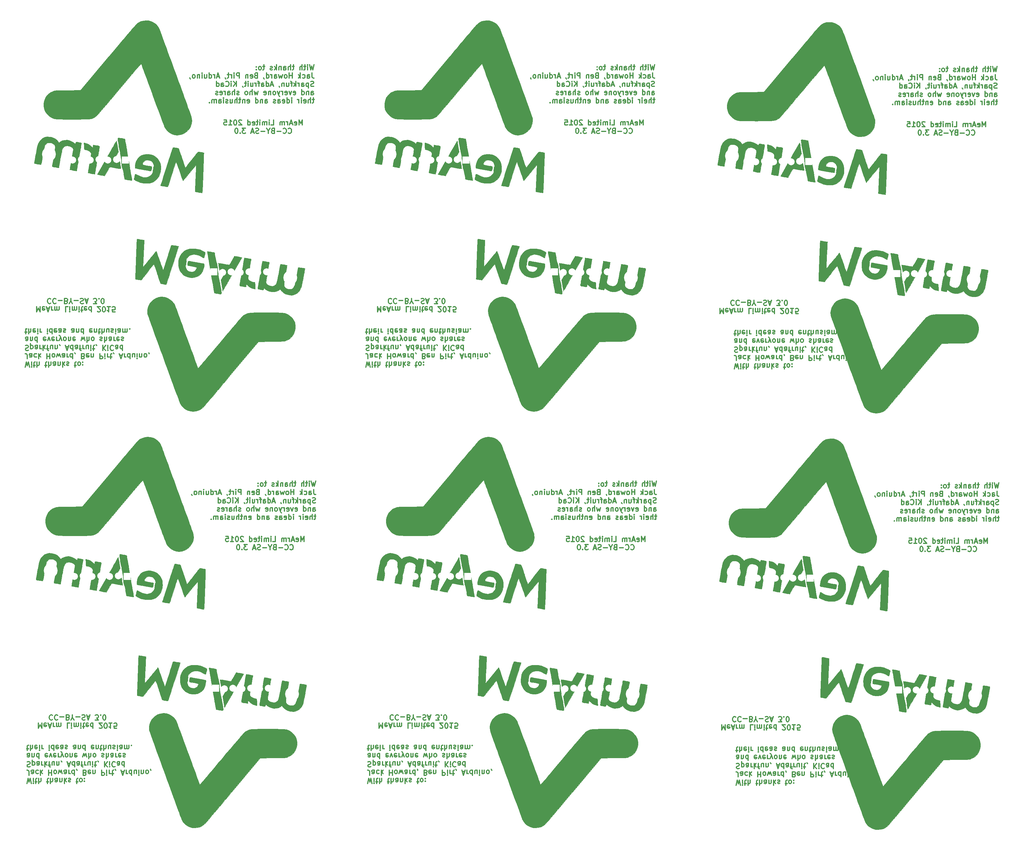
<source format=gbo>
G04 #@! TF.FileFunction,Legend,Bot*
%FSLAX46Y46*%
G04 Gerber Fmt 4.6, Leading zero omitted, Abs format (unit mm)*
G04 Created by KiCad (PCBNEW (2015-01-16 BZR 5376)-product) date 10/26/2015 1:30:35 PM*
%MOMM*%
G01*
G04 APERTURE LIST*
%ADD10C,0.100000*%
%ADD11C,0.300000*%
%ADD12C,4.000000*%
%ADD13C,0.300000*%
%ADD14R,2.032000X1.727200*%
%ADD15O,2.032000X1.727200*%
%ADD16R,1.727200X1.727200*%
%ADD17O,1.727200X1.727200*%
%ADD18C,2.000000*%
%ADD19R,2.000000X2.000000*%
%ADD20R,1.574800X2.286000*%
%ADD21O,1.574800X2.286000*%
%ADD22R,1.000000X8.000000*%
%ADD23C,1.500000*%
%ADD24C,4.800600*%
%ADD25R,4.800600X4.800600*%
G04 APERTURE END LIST*
D10*
D11*
X296662427Y-169719571D02*
X296662427Y-168219571D01*
X296162427Y-169291000D01*
X295662427Y-168219571D01*
X295662427Y-169719571D01*
X294376713Y-169648143D02*
X294519570Y-169719571D01*
X294805284Y-169719571D01*
X294948141Y-169648143D01*
X295019570Y-169505286D01*
X295019570Y-168933857D01*
X294948141Y-168791000D01*
X294805284Y-168719571D01*
X294519570Y-168719571D01*
X294376713Y-168791000D01*
X294305284Y-168933857D01*
X294305284Y-169076714D01*
X295019570Y-169219571D01*
X293733856Y-169291000D02*
X293019570Y-169291000D01*
X293876713Y-169719571D02*
X293376713Y-168219571D01*
X292876713Y-169719571D01*
X292376713Y-169719571D02*
X292376713Y-168719571D01*
X292376713Y-169005286D02*
X292305285Y-168862429D01*
X292233856Y-168791000D01*
X292090999Y-168719571D01*
X291948142Y-168719571D01*
X291448142Y-169719571D02*
X291448142Y-168719571D01*
X291448142Y-168862429D02*
X291376714Y-168791000D01*
X291233856Y-168719571D01*
X291019571Y-168719571D01*
X290876714Y-168791000D01*
X290805285Y-168933857D01*
X290805285Y-169719571D01*
X290805285Y-168933857D02*
X290733856Y-168791000D01*
X290590999Y-168719571D01*
X290376714Y-168719571D01*
X290233856Y-168791000D01*
X290162428Y-168933857D01*
X290162428Y-169719571D01*
X287590999Y-169719571D02*
X288305285Y-169719571D01*
X288305285Y-168219571D01*
X287090999Y-169719571D02*
X287090999Y-168719571D01*
X287090999Y-168219571D02*
X287162428Y-168291000D01*
X287090999Y-168362429D01*
X287019571Y-168291000D01*
X287090999Y-168219571D01*
X287090999Y-168362429D01*
X286376713Y-169719571D02*
X286376713Y-168719571D01*
X286376713Y-168862429D02*
X286305285Y-168791000D01*
X286162427Y-168719571D01*
X285948142Y-168719571D01*
X285805285Y-168791000D01*
X285733856Y-168933857D01*
X285733856Y-169719571D01*
X285733856Y-168933857D02*
X285662427Y-168791000D01*
X285519570Y-168719571D01*
X285305285Y-168719571D01*
X285162427Y-168791000D01*
X285090999Y-168933857D01*
X285090999Y-169719571D01*
X284376713Y-169719571D02*
X284376713Y-168719571D01*
X284376713Y-168219571D02*
X284448142Y-168291000D01*
X284376713Y-168362429D01*
X284305285Y-168291000D01*
X284376713Y-168219571D01*
X284376713Y-168362429D01*
X283876713Y-168719571D02*
X283305284Y-168719571D01*
X283662427Y-168219571D02*
X283662427Y-169505286D01*
X283590999Y-169648143D01*
X283448141Y-169719571D01*
X283305284Y-169719571D01*
X282233856Y-169648143D02*
X282376713Y-169719571D01*
X282662427Y-169719571D01*
X282805284Y-169648143D01*
X282876713Y-169505286D01*
X282876713Y-168933857D01*
X282805284Y-168791000D01*
X282662427Y-168719571D01*
X282376713Y-168719571D01*
X282233856Y-168791000D01*
X282162427Y-168933857D01*
X282162427Y-169076714D01*
X282876713Y-169219571D01*
X280876713Y-169719571D02*
X280876713Y-168219571D01*
X280876713Y-169648143D02*
X281019570Y-169719571D01*
X281305284Y-169719571D01*
X281448142Y-169648143D01*
X281519570Y-169576714D01*
X281590999Y-169433857D01*
X281590999Y-169005286D01*
X281519570Y-168862429D01*
X281448142Y-168791000D01*
X281305284Y-168719571D01*
X281019570Y-168719571D01*
X280876713Y-168791000D01*
X279090999Y-168362429D02*
X279019570Y-168291000D01*
X278876713Y-168219571D01*
X278519570Y-168219571D01*
X278376713Y-168291000D01*
X278305284Y-168362429D01*
X278233856Y-168505286D01*
X278233856Y-168648143D01*
X278305284Y-168862429D01*
X279162427Y-169719571D01*
X278233856Y-169719571D01*
X277305285Y-168219571D02*
X277162428Y-168219571D01*
X277019571Y-168291000D01*
X276948142Y-168362429D01*
X276876713Y-168505286D01*
X276805285Y-168791000D01*
X276805285Y-169148143D01*
X276876713Y-169433857D01*
X276948142Y-169576714D01*
X277019571Y-169648143D01*
X277162428Y-169719571D01*
X277305285Y-169719571D01*
X277448142Y-169648143D01*
X277519571Y-169576714D01*
X277590999Y-169433857D01*
X277662428Y-169148143D01*
X277662428Y-168791000D01*
X277590999Y-168505286D01*
X277519571Y-168362429D01*
X277448142Y-168291000D01*
X277305285Y-168219571D01*
X275376714Y-169719571D02*
X276233857Y-169719571D01*
X275805285Y-169719571D02*
X275805285Y-168219571D01*
X275948142Y-168433857D01*
X276091000Y-168576714D01*
X276233857Y-168648143D01*
X274019571Y-168219571D02*
X274733857Y-168219571D01*
X274805286Y-168933857D01*
X274733857Y-168862429D01*
X274591000Y-168791000D01*
X274233857Y-168791000D01*
X274091000Y-168862429D01*
X274019571Y-168933857D01*
X273948143Y-169076714D01*
X273948143Y-169433857D01*
X274019571Y-169576714D01*
X274091000Y-169648143D01*
X274233857Y-169719571D01*
X274591000Y-169719571D01*
X274733857Y-169648143D01*
X274805286Y-169576714D01*
X292590999Y-171976714D02*
X292662428Y-172048143D01*
X292876714Y-172119571D01*
X293019571Y-172119571D01*
X293233856Y-172048143D01*
X293376714Y-171905286D01*
X293448142Y-171762429D01*
X293519571Y-171476714D01*
X293519571Y-171262429D01*
X293448142Y-170976714D01*
X293376714Y-170833857D01*
X293233856Y-170691000D01*
X293019571Y-170619571D01*
X292876714Y-170619571D01*
X292662428Y-170691000D01*
X292590999Y-170762429D01*
X291090999Y-171976714D02*
X291162428Y-172048143D01*
X291376714Y-172119571D01*
X291519571Y-172119571D01*
X291733856Y-172048143D01*
X291876714Y-171905286D01*
X291948142Y-171762429D01*
X292019571Y-171476714D01*
X292019571Y-171262429D01*
X291948142Y-170976714D01*
X291876714Y-170833857D01*
X291733856Y-170691000D01*
X291519571Y-170619571D01*
X291376714Y-170619571D01*
X291162428Y-170691000D01*
X291090999Y-170762429D01*
X290448142Y-171548143D02*
X289305285Y-171548143D01*
X288090999Y-171333857D02*
X287876713Y-171405286D01*
X287805285Y-171476714D01*
X287733856Y-171619571D01*
X287733856Y-171833857D01*
X287805285Y-171976714D01*
X287876713Y-172048143D01*
X288019571Y-172119571D01*
X288590999Y-172119571D01*
X288590999Y-170619571D01*
X288090999Y-170619571D01*
X287948142Y-170691000D01*
X287876713Y-170762429D01*
X287805285Y-170905286D01*
X287805285Y-171048143D01*
X287876713Y-171191000D01*
X287948142Y-171262429D01*
X288090999Y-171333857D01*
X288590999Y-171333857D01*
X286805285Y-171405286D02*
X286805285Y-172119571D01*
X287305285Y-170619571D02*
X286805285Y-171405286D01*
X286305285Y-170619571D01*
X285805285Y-171548143D02*
X284662428Y-171548143D01*
X284019571Y-172048143D02*
X283805285Y-172119571D01*
X283448142Y-172119571D01*
X283305285Y-172048143D01*
X283233856Y-171976714D01*
X283162428Y-171833857D01*
X283162428Y-171691000D01*
X283233856Y-171548143D01*
X283305285Y-171476714D01*
X283448142Y-171405286D01*
X283733856Y-171333857D01*
X283876714Y-171262429D01*
X283948142Y-171191000D01*
X284019571Y-171048143D01*
X284019571Y-170905286D01*
X283948142Y-170762429D01*
X283876714Y-170691000D01*
X283733856Y-170619571D01*
X283376714Y-170619571D01*
X283162428Y-170691000D01*
X282591000Y-171691000D02*
X281876714Y-171691000D01*
X282733857Y-172119571D02*
X282233857Y-170619571D01*
X281733857Y-172119571D01*
X280233857Y-170619571D02*
X279305286Y-170619571D01*
X279805286Y-171191000D01*
X279591000Y-171191000D01*
X279448143Y-171262429D01*
X279376714Y-171333857D01*
X279305286Y-171476714D01*
X279305286Y-171833857D01*
X279376714Y-171976714D01*
X279448143Y-172048143D01*
X279591000Y-172119571D01*
X280019572Y-172119571D01*
X280162429Y-172048143D01*
X280233857Y-171976714D01*
X278662429Y-171976714D02*
X278591001Y-172048143D01*
X278662429Y-172119571D01*
X278733858Y-172048143D01*
X278662429Y-171976714D01*
X278662429Y-172119571D01*
X277662429Y-170619571D02*
X277519572Y-170619571D01*
X277376715Y-170691000D01*
X277305286Y-170762429D01*
X277233857Y-170905286D01*
X277162429Y-171191000D01*
X277162429Y-171548143D01*
X277233857Y-171833857D01*
X277305286Y-171976714D01*
X277376715Y-172048143D01*
X277519572Y-172119571D01*
X277662429Y-172119571D01*
X277805286Y-172048143D01*
X277876715Y-171976714D01*
X277948143Y-171833857D01*
X278019572Y-171548143D01*
X278019572Y-171191000D01*
X277948143Y-170905286D01*
X277876715Y-170762429D01*
X277805286Y-170691000D01*
X277662429Y-170619571D01*
X299985714Y-152243571D02*
X299628571Y-153743571D01*
X299342857Y-152672143D01*
X299057143Y-153743571D01*
X298700000Y-152243571D01*
X298128571Y-153743571D02*
X298128571Y-152743571D01*
X298128571Y-152243571D02*
X298200000Y-152315000D01*
X298128571Y-152386429D01*
X298057143Y-152315000D01*
X298128571Y-152243571D01*
X298128571Y-152386429D01*
X297628571Y-152743571D02*
X297057142Y-152743571D01*
X297414285Y-152243571D02*
X297414285Y-153529286D01*
X297342857Y-153672143D01*
X297199999Y-153743571D01*
X297057142Y-153743571D01*
X296557142Y-153743571D02*
X296557142Y-152243571D01*
X295914285Y-153743571D02*
X295914285Y-152957857D01*
X295985714Y-152815000D01*
X296128571Y-152743571D01*
X296342856Y-152743571D01*
X296485714Y-152815000D01*
X296557142Y-152886429D01*
X294271428Y-152743571D02*
X293699999Y-152743571D01*
X294057142Y-152243571D02*
X294057142Y-153529286D01*
X293985714Y-153672143D01*
X293842856Y-153743571D01*
X293699999Y-153743571D01*
X293199999Y-153743571D02*
X293199999Y-152243571D01*
X292557142Y-153743571D02*
X292557142Y-152957857D01*
X292628571Y-152815000D01*
X292771428Y-152743571D01*
X292985713Y-152743571D01*
X293128571Y-152815000D01*
X293199999Y-152886429D01*
X291199999Y-153743571D02*
X291199999Y-152957857D01*
X291271428Y-152815000D01*
X291414285Y-152743571D01*
X291699999Y-152743571D01*
X291842856Y-152815000D01*
X291199999Y-153672143D02*
X291342856Y-153743571D01*
X291699999Y-153743571D01*
X291842856Y-153672143D01*
X291914285Y-153529286D01*
X291914285Y-153386429D01*
X291842856Y-153243571D01*
X291699999Y-153172143D01*
X291342856Y-153172143D01*
X291199999Y-153100714D01*
X290485713Y-152743571D02*
X290485713Y-153743571D01*
X290485713Y-152886429D02*
X290414285Y-152815000D01*
X290271427Y-152743571D01*
X290057142Y-152743571D01*
X289914285Y-152815000D01*
X289842856Y-152957857D01*
X289842856Y-153743571D01*
X289128570Y-153743571D02*
X289128570Y-152243571D01*
X288985713Y-153172143D02*
X288557142Y-153743571D01*
X288557142Y-152743571D02*
X289128570Y-153315000D01*
X287985713Y-153672143D02*
X287842856Y-153743571D01*
X287557141Y-153743571D01*
X287414284Y-153672143D01*
X287342856Y-153529286D01*
X287342856Y-153457857D01*
X287414284Y-153315000D01*
X287557141Y-153243571D01*
X287771427Y-153243571D01*
X287914284Y-153172143D01*
X287985713Y-153029286D01*
X287985713Y-152957857D01*
X287914284Y-152815000D01*
X287771427Y-152743571D01*
X287557141Y-152743571D01*
X287414284Y-152815000D01*
X285771427Y-152743571D02*
X285199998Y-152743571D01*
X285557141Y-152243571D02*
X285557141Y-153529286D01*
X285485713Y-153672143D01*
X285342855Y-153743571D01*
X285199998Y-153743571D01*
X284485712Y-153743571D02*
X284628570Y-153672143D01*
X284699998Y-153600714D01*
X284771427Y-153457857D01*
X284771427Y-153029286D01*
X284699998Y-152886429D01*
X284628570Y-152815000D01*
X284485712Y-152743571D01*
X284271427Y-152743571D01*
X284128570Y-152815000D01*
X284057141Y-152886429D01*
X283985712Y-153029286D01*
X283985712Y-153457857D01*
X284057141Y-153600714D01*
X284128570Y-153672143D01*
X284271427Y-153743571D01*
X284485712Y-153743571D01*
X283342855Y-153600714D02*
X283271427Y-153672143D01*
X283342855Y-153743571D01*
X283414284Y-153672143D01*
X283342855Y-153600714D01*
X283342855Y-153743571D01*
X283342855Y-152815000D02*
X283271427Y-152886429D01*
X283342855Y-152957857D01*
X283414284Y-152886429D01*
X283342855Y-152815000D01*
X283342855Y-152957857D01*
X299414286Y-154643571D02*
X299414286Y-155715000D01*
X299485714Y-155929286D01*
X299628571Y-156072143D01*
X299842857Y-156143571D01*
X299985714Y-156143571D01*
X298057143Y-156143571D02*
X298057143Y-155357857D01*
X298128572Y-155215000D01*
X298271429Y-155143571D01*
X298557143Y-155143571D01*
X298700000Y-155215000D01*
X298057143Y-156072143D02*
X298200000Y-156143571D01*
X298557143Y-156143571D01*
X298700000Y-156072143D01*
X298771429Y-155929286D01*
X298771429Y-155786429D01*
X298700000Y-155643571D01*
X298557143Y-155572143D01*
X298200000Y-155572143D01*
X298057143Y-155500714D01*
X296700000Y-156072143D02*
X296842857Y-156143571D01*
X297128571Y-156143571D01*
X297271429Y-156072143D01*
X297342857Y-156000714D01*
X297414286Y-155857857D01*
X297414286Y-155429286D01*
X297342857Y-155286429D01*
X297271429Y-155215000D01*
X297128571Y-155143571D01*
X296842857Y-155143571D01*
X296700000Y-155215000D01*
X296057143Y-156143571D02*
X296057143Y-154643571D01*
X295914286Y-155572143D02*
X295485715Y-156143571D01*
X295485715Y-155143571D02*
X296057143Y-155715000D01*
X293700000Y-156143571D02*
X293700000Y-154643571D01*
X293700000Y-155357857D02*
X292842857Y-155357857D01*
X292842857Y-156143571D02*
X292842857Y-154643571D01*
X291914285Y-156143571D02*
X292057143Y-156072143D01*
X292128571Y-156000714D01*
X292200000Y-155857857D01*
X292200000Y-155429286D01*
X292128571Y-155286429D01*
X292057143Y-155215000D01*
X291914285Y-155143571D01*
X291700000Y-155143571D01*
X291557143Y-155215000D01*
X291485714Y-155286429D01*
X291414285Y-155429286D01*
X291414285Y-155857857D01*
X291485714Y-156000714D01*
X291557143Y-156072143D01*
X291700000Y-156143571D01*
X291914285Y-156143571D01*
X290914285Y-155143571D02*
X290628571Y-156143571D01*
X290342857Y-155429286D01*
X290057142Y-156143571D01*
X289771428Y-155143571D01*
X288557142Y-156143571D02*
X288557142Y-155357857D01*
X288628571Y-155215000D01*
X288771428Y-155143571D01*
X289057142Y-155143571D01*
X289199999Y-155215000D01*
X288557142Y-156072143D02*
X288699999Y-156143571D01*
X289057142Y-156143571D01*
X289199999Y-156072143D01*
X289271428Y-155929286D01*
X289271428Y-155786429D01*
X289199999Y-155643571D01*
X289057142Y-155572143D01*
X288699999Y-155572143D01*
X288557142Y-155500714D01*
X287842856Y-156143571D02*
X287842856Y-155143571D01*
X287842856Y-155429286D02*
X287771428Y-155286429D01*
X287699999Y-155215000D01*
X287557142Y-155143571D01*
X287414285Y-155143571D01*
X286271428Y-156143571D02*
X286271428Y-154643571D01*
X286271428Y-156072143D02*
X286414285Y-156143571D01*
X286699999Y-156143571D01*
X286842857Y-156072143D01*
X286914285Y-156000714D01*
X286985714Y-155857857D01*
X286985714Y-155429286D01*
X286914285Y-155286429D01*
X286842857Y-155215000D01*
X286699999Y-155143571D01*
X286414285Y-155143571D01*
X286271428Y-155215000D01*
X285485714Y-156072143D02*
X285485714Y-156143571D01*
X285557142Y-156286429D01*
X285628571Y-156357857D01*
X283199999Y-155357857D02*
X282985713Y-155429286D01*
X282914285Y-155500714D01*
X282842856Y-155643571D01*
X282842856Y-155857857D01*
X282914285Y-156000714D01*
X282985713Y-156072143D01*
X283128571Y-156143571D01*
X283699999Y-156143571D01*
X283699999Y-154643571D01*
X283199999Y-154643571D01*
X283057142Y-154715000D01*
X282985713Y-154786429D01*
X282914285Y-154929286D01*
X282914285Y-155072143D01*
X282985713Y-155215000D01*
X283057142Y-155286429D01*
X283199999Y-155357857D01*
X283699999Y-155357857D01*
X281628571Y-156072143D02*
X281771428Y-156143571D01*
X282057142Y-156143571D01*
X282199999Y-156072143D01*
X282271428Y-155929286D01*
X282271428Y-155357857D01*
X282199999Y-155215000D01*
X282057142Y-155143571D01*
X281771428Y-155143571D01*
X281628571Y-155215000D01*
X281557142Y-155357857D01*
X281557142Y-155500714D01*
X282271428Y-155643571D01*
X280914285Y-155143571D02*
X280914285Y-156143571D01*
X280914285Y-155286429D02*
X280842857Y-155215000D01*
X280699999Y-155143571D01*
X280485714Y-155143571D01*
X280342857Y-155215000D01*
X280271428Y-155357857D01*
X280271428Y-156143571D01*
X278414285Y-156143571D02*
X278414285Y-154643571D01*
X277842857Y-154643571D01*
X277699999Y-154715000D01*
X277628571Y-154786429D01*
X277557142Y-154929286D01*
X277557142Y-155143571D01*
X277628571Y-155286429D01*
X277699999Y-155357857D01*
X277842857Y-155429286D01*
X278414285Y-155429286D01*
X276914285Y-156143571D02*
X276914285Y-155143571D01*
X276914285Y-154643571D02*
X276985714Y-154715000D01*
X276914285Y-154786429D01*
X276842857Y-154715000D01*
X276914285Y-154643571D01*
X276914285Y-154786429D01*
X276199999Y-156143571D02*
X276199999Y-155143571D01*
X276199999Y-155429286D02*
X276128571Y-155286429D01*
X276057142Y-155215000D01*
X275914285Y-155143571D01*
X275771428Y-155143571D01*
X275485714Y-155143571D02*
X274914285Y-155143571D01*
X275271428Y-154643571D02*
X275271428Y-155929286D01*
X275200000Y-156072143D01*
X275057142Y-156143571D01*
X274914285Y-156143571D01*
X274342857Y-156072143D02*
X274342857Y-156143571D01*
X274414285Y-156286429D01*
X274485714Y-156357857D01*
X272628571Y-155715000D02*
X271914285Y-155715000D01*
X272771428Y-156143571D02*
X272271428Y-154643571D01*
X271771428Y-156143571D01*
X271271428Y-156143571D02*
X271271428Y-155143571D01*
X271271428Y-155429286D02*
X271200000Y-155286429D01*
X271128571Y-155215000D01*
X270985714Y-155143571D01*
X270842857Y-155143571D01*
X269700000Y-156143571D02*
X269700000Y-154643571D01*
X269700000Y-156072143D02*
X269842857Y-156143571D01*
X270128571Y-156143571D01*
X270271429Y-156072143D01*
X270342857Y-156000714D01*
X270414286Y-155857857D01*
X270414286Y-155429286D01*
X270342857Y-155286429D01*
X270271429Y-155215000D01*
X270128571Y-155143571D01*
X269842857Y-155143571D01*
X269700000Y-155215000D01*
X268342857Y-155143571D02*
X268342857Y-156143571D01*
X268985714Y-155143571D02*
X268985714Y-155929286D01*
X268914286Y-156072143D01*
X268771428Y-156143571D01*
X268557143Y-156143571D01*
X268414286Y-156072143D01*
X268342857Y-156000714D01*
X267628571Y-156143571D02*
X267628571Y-155143571D01*
X267628571Y-154643571D02*
X267700000Y-154715000D01*
X267628571Y-154786429D01*
X267557143Y-154715000D01*
X267628571Y-154643571D01*
X267628571Y-154786429D01*
X266914285Y-155143571D02*
X266914285Y-156143571D01*
X266914285Y-155286429D02*
X266842857Y-155215000D01*
X266699999Y-155143571D01*
X266485714Y-155143571D01*
X266342857Y-155215000D01*
X266271428Y-155357857D01*
X266271428Y-156143571D01*
X265342856Y-156143571D02*
X265485714Y-156072143D01*
X265557142Y-156000714D01*
X265628571Y-155857857D01*
X265628571Y-155429286D01*
X265557142Y-155286429D01*
X265485714Y-155215000D01*
X265342856Y-155143571D01*
X265128571Y-155143571D01*
X264985714Y-155215000D01*
X264914285Y-155286429D01*
X264842856Y-155429286D01*
X264842856Y-155857857D01*
X264914285Y-156000714D01*
X264985714Y-156072143D01*
X265128571Y-156143571D01*
X265342856Y-156143571D01*
X264128571Y-156072143D02*
X264128571Y-156143571D01*
X264199999Y-156286429D01*
X264271428Y-156357857D01*
X299914286Y-158472143D02*
X299700000Y-158543571D01*
X299342857Y-158543571D01*
X299200000Y-158472143D01*
X299128571Y-158400714D01*
X299057143Y-158257857D01*
X299057143Y-158115000D01*
X299128571Y-157972143D01*
X299200000Y-157900714D01*
X299342857Y-157829286D01*
X299628571Y-157757857D01*
X299771429Y-157686429D01*
X299842857Y-157615000D01*
X299914286Y-157472143D01*
X299914286Y-157329286D01*
X299842857Y-157186429D01*
X299771429Y-157115000D01*
X299628571Y-157043571D01*
X299271429Y-157043571D01*
X299057143Y-157115000D01*
X298414286Y-157543571D02*
X298414286Y-159043571D01*
X298414286Y-157615000D02*
X298271429Y-157543571D01*
X297985715Y-157543571D01*
X297842858Y-157615000D01*
X297771429Y-157686429D01*
X297700000Y-157829286D01*
X297700000Y-158257857D01*
X297771429Y-158400714D01*
X297842858Y-158472143D01*
X297985715Y-158543571D01*
X298271429Y-158543571D01*
X298414286Y-158472143D01*
X296414286Y-158543571D02*
X296414286Y-157757857D01*
X296485715Y-157615000D01*
X296628572Y-157543571D01*
X296914286Y-157543571D01*
X297057143Y-157615000D01*
X296414286Y-158472143D02*
X296557143Y-158543571D01*
X296914286Y-158543571D01*
X297057143Y-158472143D01*
X297128572Y-158329286D01*
X297128572Y-158186429D01*
X297057143Y-158043571D01*
X296914286Y-157972143D01*
X296557143Y-157972143D01*
X296414286Y-157900714D01*
X295700000Y-158543571D02*
X295700000Y-157543571D01*
X295700000Y-157829286D02*
X295628572Y-157686429D01*
X295557143Y-157615000D01*
X295414286Y-157543571D01*
X295271429Y-157543571D01*
X294771429Y-158543571D02*
X294771429Y-157043571D01*
X294628572Y-157972143D02*
X294200001Y-158543571D01*
X294200001Y-157543571D02*
X294771429Y-158115000D01*
X293771429Y-157543571D02*
X293200000Y-157543571D01*
X293557143Y-158543571D02*
X293557143Y-157257857D01*
X293485715Y-157115000D01*
X293342857Y-157043571D01*
X293200000Y-157043571D01*
X292057143Y-157543571D02*
X292057143Y-158543571D01*
X292700000Y-157543571D02*
X292700000Y-158329286D01*
X292628572Y-158472143D01*
X292485714Y-158543571D01*
X292271429Y-158543571D01*
X292128572Y-158472143D01*
X292057143Y-158400714D01*
X291342857Y-157543571D02*
X291342857Y-158543571D01*
X291342857Y-157686429D02*
X291271429Y-157615000D01*
X291128571Y-157543571D01*
X290914286Y-157543571D01*
X290771429Y-157615000D01*
X290700000Y-157757857D01*
X290700000Y-158543571D01*
X289914286Y-158472143D02*
X289914286Y-158543571D01*
X289985714Y-158686429D01*
X290057143Y-158757857D01*
X288200000Y-158115000D02*
X287485714Y-158115000D01*
X288342857Y-158543571D02*
X287842857Y-157043571D01*
X287342857Y-158543571D01*
X286200000Y-158543571D02*
X286200000Y-157043571D01*
X286200000Y-158472143D02*
X286342857Y-158543571D01*
X286628571Y-158543571D01*
X286771429Y-158472143D01*
X286842857Y-158400714D01*
X286914286Y-158257857D01*
X286914286Y-157829286D01*
X286842857Y-157686429D01*
X286771429Y-157615000D01*
X286628571Y-157543571D01*
X286342857Y-157543571D01*
X286200000Y-157615000D01*
X284842857Y-158543571D02*
X284842857Y-157757857D01*
X284914286Y-157615000D01*
X285057143Y-157543571D01*
X285342857Y-157543571D01*
X285485714Y-157615000D01*
X284842857Y-158472143D02*
X284985714Y-158543571D01*
X285342857Y-158543571D01*
X285485714Y-158472143D01*
X285557143Y-158329286D01*
X285557143Y-158186429D01*
X285485714Y-158043571D01*
X285342857Y-157972143D01*
X284985714Y-157972143D01*
X284842857Y-157900714D01*
X284342857Y-157543571D02*
X283771428Y-157543571D01*
X284128571Y-158543571D02*
X284128571Y-157257857D01*
X284057143Y-157115000D01*
X283914285Y-157043571D01*
X283771428Y-157043571D01*
X283271428Y-158543571D02*
X283271428Y-157543571D01*
X283271428Y-157829286D02*
X283200000Y-157686429D01*
X283128571Y-157615000D01*
X282985714Y-157543571D01*
X282842857Y-157543571D01*
X281700000Y-157543571D02*
X281700000Y-158543571D01*
X282342857Y-157543571D02*
X282342857Y-158329286D01*
X282271429Y-158472143D01*
X282128571Y-158543571D01*
X281914286Y-158543571D01*
X281771429Y-158472143D01*
X281700000Y-158400714D01*
X280985714Y-158543571D02*
X280985714Y-157543571D01*
X280985714Y-157043571D02*
X281057143Y-157115000D01*
X280985714Y-157186429D01*
X280914286Y-157115000D01*
X280985714Y-157043571D01*
X280985714Y-157186429D01*
X280485714Y-157543571D02*
X279914285Y-157543571D01*
X280271428Y-157043571D02*
X280271428Y-158329286D01*
X280200000Y-158472143D01*
X280057142Y-158543571D01*
X279914285Y-158543571D01*
X279342857Y-158472143D02*
X279342857Y-158543571D01*
X279414285Y-158686429D01*
X279485714Y-158757857D01*
X277557142Y-158543571D02*
X277557142Y-157043571D01*
X276699999Y-158543571D02*
X277342856Y-157686429D01*
X276699999Y-157043571D02*
X277557142Y-157900714D01*
X276057142Y-158543571D02*
X276057142Y-157543571D01*
X276057142Y-157043571D02*
X276128571Y-157115000D01*
X276057142Y-157186429D01*
X275985714Y-157115000D01*
X276057142Y-157043571D01*
X276057142Y-157186429D01*
X274485713Y-158400714D02*
X274557142Y-158472143D01*
X274771428Y-158543571D01*
X274914285Y-158543571D01*
X275128570Y-158472143D01*
X275271428Y-158329286D01*
X275342856Y-158186429D01*
X275414285Y-157900714D01*
X275414285Y-157686429D01*
X275342856Y-157400714D01*
X275271428Y-157257857D01*
X275128570Y-157115000D01*
X274914285Y-157043571D01*
X274771428Y-157043571D01*
X274557142Y-157115000D01*
X274485713Y-157186429D01*
X273199999Y-158543571D02*
X273199999Y-157757857D01*
X273271428Y-157615000D01*
X273414285Y-157543571D01*
X273699999Y-157543571D01*
X273842856Y-157615000D01*
X273199999Y-158472143D02*
X273342856Y-158543571D01*
X273699999Y-158543571D01*
X273842856Y-158472143D01*
X273914285Y-158329286D01*
X273914285Y-158186429D01*
X273842856Y-158043571D01*
X273699999Y-157972143D01*
X273342856Y-157972143D01*
X273199999Y-157900714D01*
X271842856Y-158543571D02*
X271842856Y-157043571D01*
X271842856Y-158472143D02*
X271985713Y-158543571D01*
X272271427Y-158543571D01*
X272414285Y-158472143D01*
X272485713Y-158400714D01*
X272557142Y-158257857D01*
X272557142Y-157829286D01*
X272485713Y-157686429D01*
X272414285Y-157615000D01*
X272271427Y-157543571D01*
X271985713Y-157543571D01*
X271842856Y-157615000D01*
X299200000Y-160943571D02*
X299200000Y-160157857D01*
X299271429Y-160015000D01*
X299414286Y-159943571D01*
X299700000Y-159943571D01*
X299842857Y-160015000D01*
X299200000Y-160872143D02*
X299342857Y-160943571D01*
X299700000Y-160943571D01*
X299842857Y-160872143D01*
X299914286Y-160729286D01*
X299914286Y-160586429D01*
X299842857Y-160443571D01*
X299700000Y-160372143D01*
X299342857Y-160372143D01*
X299200000Y-160300714D01*
X298485714Y-159943571D02*
X298485714Y-160943571D01*
X298485714Y-160086429D02*
X298414286Y-160015000D01*
X298271428Y-159943571D01*
X298057143Y-159943571D01*
X297914286Y-160015000D01*
X297842857Y-160157857D01*
X297842857Y-160943571D01*
X296485714Y-160943571D02*
X296485714Y-159443571D01*
X296485714Y-160872143D02*
X296628571Y-160943571D01*
X296914285Y-160943571D01*
X297057143Y-160872143D01*
X297128571Y-160800714D01*
X297200000Y-160657857D01*
X297200000Y-160229286D01*
X297128571Y-160086429D01*
X297057143Y-160015000D01*
X296914285Y-159943571D01*
X296628571Y-159943571D01*
X296485714Y-160015000D01*
X294057143Y-160872143D02*
X294200000Y-160943571D01*
X294485714Y-160943571D01*
X294628571Y-160872143D01*
X294700000Y-160729286D01*
X294700000Y-160157857D01*
X294628571Y-160015000D01*
X294485714Y-159943571D01*
X294200000Y-159943571D01*
X294057143Y-160015000D01*
X293985714Y-160157857D01*
X293985714Y-160300714D01*
X294700000Y-160443571D01*
X293485714Y-159943571D02*
X293128571Y-160943571D01*
X292771429Y-159943571D01*
X291628572Y-160872143D02*
X291771429Y-160943571D01*
X292057143Y-160943571D01*
X292200000Y-160872143D01*
X292271429Y-160729286D01*
X292271429Y-160157857D01*
X292200000Y-160015000D01*
X292057143Y-159943571D01*
X291771429Y-159943571D01*
X291628572Y-160015000D01*
X291557143Y-160157857D01*
X291557143Y-160300714D01*
X292271429Y-160443571D01*
X290914286Y-160943571D02*
X290914286Y-159943571D01*
X290914286Y-160229286D02*
X290842858Y-160086429D01*
X290771429Y-160015000D01*
X290628572Y-159943571D01*
X290485715Y-159943571D01*
X290128572Y-159943571D02*
X289771429Y-160943571D01*
X289414287Y-159943571D02*
X289771429Y-160943571D01*
X289914287Y-161300714D01*
X289985715Y-161372143D01*
X290128572Y-161443571D01*
X288628572Y-160943571D02*
X288771430Y-160872143D01*
X288842858Y-160800714D01*
X288914287Y-160657857D01*
X288914287Y-160229286D01*
X288842858Y-160086429D01*
X288771430Y-160015000D01*
X288628572Y-159943571D01*
X288414287Y-159943571D01*
X288271430Y-160015000D01*
X288200001Y-160086429D01*
X288128572Y-160229286D01*
X288128572Y-160657857D01*
X288200001Y-160800714D01*
X288271430Y-160872143D01*
X288414287Y-160943571D01*
X288628572Y-160943571D01*
X287485715Y-159943571D02*
X287485715Y-160943571D01*
X287485715Y-160086429D02*
X287414287Y-160015000D01*
X287271429Y-159943571D01*
X287057144Y-159943571D01*
X286914287Y-160015000D01*
X286842858Y-160157857D01*
X286842858Y-160943571D01*
X285557144Y-160872143D02*
X285700001Y-160943571D01*
X285985715Y-160943571D01*
X286128572Y-160872143D01*
X286200001Y-160729286D01*
X286200001Y-160157857D01*
X286128572Y-160015000D01*
X285985715Y-159943571D01*
X285700001Y-159943571D01*
X285557144Y-160015000D01*
X285485715Y-160157857D01*
X285485715Y-160300714D01*
X286200001Y-160443571D01*
X283842858Y-159943571D02*
X283557144Y-160943571D01*
X283271430Y-160229286D01*
X282985715Y-160943571D01*
X282700001Y-159943571D01*
X282128572Y-160943571D02*
X282128572Y-159443571D01*
X281485715Y-160943571D02*
X281485715Y-160157857D01*
X281557144Y-160015000D01*
X281700001Y-159943571D01*
X281914286Y-159943571D01*
X282057144Y-160015000D01*
X282128572Y-160086429D01*
X280557143Y-160943571D02*
X280700001Y-160872143D01*
X280771429Y-160800714D01*
X280842858Y-160657857D01*
X280842858Y-160229286D01*
X280771429Y-160086429D01*
X280700001Y-160015000D01*
X280557143Y-159943571D01*
X280342858Y-159943571D01*
X280200001Y-160015000D01*
X280128572Y-160086429D01*
X280057143Y-160229286D01*
X280057143Y-160657857D01*
X280128572Y-160800714D01*
X280200001Y-160872143D01*
X280342858Y-160943571D01*
X280557143Y-160943571D01*
X278342858Y-160872143D02*
X278200001Y-160943571D01*
X277914286Y-160943571D01*
X277771429Y-160872143D01*
X277700001Y-160729286D01*
X277700001Y-160657857D01*
X277771429Y-160515000D01*
X277914286Y-160443571D01*
X278128572Y-160443571D01*
X278271429Y-160372143D01*
X278342858Y-160229286D01*
X278342858Y-160157857D01*
X278271429Y-160015000D01*
X278128572Y-159943571D01*
X277914286Y-159943571D01*
X277771429Y-160015000D01*
X277057143Y-160943571D02*
X277057143Y-159443571D01*
X276414286Y-160943571D02*
X276414286Y-160157857D01*
X276485715Y-160015000D01*
X276628572Y-159943571D01*
X276842857Y-159943571D01*
X276985715Y-160015000D01*
X277057143Y-160086429D01*
X275057143Y-160943571D02*
X275057143Y-160157857D01*
X275128572Y-160015000D01*
X275271429Y-159943571D01*
X275557143Y-159943571D01*
X275700000Y-160015000D01*
X275057143Y-160872143D02*
X275200000Y-160943571D01*
X275557143Y-160943571D01*
X275700000Y-160872143D01*
X275771429Y-160729286D01*
X275771429Y-160586429D01*
X275700000Y-160443571D01*
X275557143Y-160372143D01*
X275200000Y-160372143D01*
X275057143Y-160300714D01*
X274342857Y-160943571D02*
X274342857Y-159943571D01*
X274342857Y-160229286D02*
X274271429Y-160086429D01*
X274200000Y-160015000D01*
X274057143Y-159943571D01*
X273914286Y-159943571D01*
X272842858Y-160872143D02*
X272985715Y-160943571D01*
X273271429Y-160943571D01*
X273414286Y-160872143D01*
X273485715Y-160729286D01*
X273485715Y-160157857D01*
X273414286Y-160015000D01*
X273271429Y-159943571D01*
X272985715Y-159943571D01*
X272842858Y-160015000D01*
X272771429Y-160157857D01*
X272771429Y-160300714D01*
X273485715Y-160443571D01*
X272200001Y-160872143D02*
X272057144Y-160943571D01*
X271771429Y-160943571D01*
X271628572Y-160872143D01*
X271557144Y-160729286D01*
X271557144Y-160657857D01*
X271628572Y-160515000D01*
X271771429Y-160443571D01*
X271985715Y-160443571D01*
X272128572Y-160372143D01*
X272200001Y-160229286D01*
X272200001Y-160157857D01*
X272128572Y-160015000D01*
X271985715Y-159943571D01*
X271771429Y-159943571D01*
X271628572Y-160015000D01*
X300057143Y-162343571D02*
X299485714Y-162343571D01*
X299842857Y-161843571D02*
X299842857Y-163129286D01*
X299771429Y-163272143D01*
X299628571Y-163343571D01*
X299485714Y-163343571D01*
X298985714Y-163343571D02*
X298985714Y-161843571D01*
X298342857Y-163343571D02*
X298342857Y-162557857D01*
X298414286Y-162415000D01*
X298557143Y-162343571D01*
X298771428Y-162343571D01*
X298914286Y-162415000D01*
X298985714Y-162486429D01*
X297057143Y-163272143D02*
X297200000Y-163343571D01*
X297485714Y-163343571D01*
X297628571Y-163272143D01*
X297700000Y-163129286D01*
X297700000Y-162557857D01*
X297628571Y-162415000D01*
X297485714Y-162343571D01*
X297200000Y-162343571D01*
X297057143Y-162415000D01*
X296985714Y-162557857D01*
X296985714Y-162700714D01*
X297700000Y-162843571D01*
X296342857Y-163343571D02*
X296342857Y-162343571D01*
X296342857Y-161843571D02*
X296414286Y-161915000D01*
X296342857Y-161986429D01*
X296271429Y-161915000D01*
X296342857Y-161843571D01*
X296342857Y-161986429D01*
X295628571Y-163343571D02*
X295628571Y-162343571D01*
X295628571Y-162629286D02*
X295557143Y-162486429D01*
X295485714Y-162415000D01*
X295342857Y-162343571D01*
X295200000Y-162343571D01*
X293557143Y-163343571D02*
X293557143Y-162343571D01*
X293557143Y-161843571D02*
X293628572Y-161915000D01*
X293557143Y-161986429D01*
X293485715Y-161915000D01*
X293557143Y-161843571D01*
X293557143Y-161986429D01*
X292200000Y-163343571D02*
X292200000Y-161843571D01*
X292200000Y-163272143D02*
X292342857Y-163343571D01*
X292628571Y-163343571D01*
X292771429Y-163272143D01*
X292842857Y-163200714D01*
X292914286Y-163057857D01*
X292914286Y-162629286D01*
X292842857Y-162486429D01*
X292771429Y-162415000D01*
X292628571Y-162343571D01*
X292342857Y-162343571D01*
X292200000Y-162415000D01*
X290914286Y-163272143D02*
X291057143Y-163343571D01*
X291342857Y-163343571D01*
X291485714Y-163272143D01*
X291557143Y-163129286D01*
X291557143Y-162557857D01*
X291485714Y-162415000D01*
X291342857Y-162343571D01*
X291057143Y-162343571D01*
X290914286Y-162415000D01*
X290842857Y-162557857D01*
X290842857Y-162700714D01*
X291557143Y-162843571D01*
X289557143Y-163343571D02*
X289557143Y-162557857D01*
X289628572Y-162415000D01*
X289771429Y-162343571D01*
X290057143Y-162343571D01*
X290200000Y-162415000D01*
X289557143Y-163272143D02*
X289700000Y-163343571D01*
X290057143Y-163343571D01*
X290200000Y-163272143D01*
X290271429Y-163129286D01*
X290271429Y-162986429D01*
X290200000Y-162843571D01*
X290057143Y-162772143D01*
X289700000Y-162772143D01*
X289557143Y-162700714D01*
X288914286Y-163272143D02*
X288771429Y-163343571D01*
X288485714Y-163343571D01*
X288342857Y-163272143D01*
X288271429Y-163129286D01*
X288271429Y-163057857D01*
X288342857Y-162915000D01*
X288485714Y-162843571D01*
X288700000Y-162843571D01*
X288842857Y-162772143D01*
X288914286Y-162629286D01*
X288914286Y-162557857D01*
X288842857Y-162415000D01*
X288700000Y-162343571D01*
X288485714Y-162343571D01*
X288342857Y-162415000D01*
X285842857Y-163343571D02*
X285842857Y-162557857D01*
X285914286Y-162415000D01*
X286057143Y-162343571D01*
X286342857Y-162343571D01*
X286485714Y-162415000D01*
X285842857Y-163272143D02*
X285985714Y-163343571D01*
X286342857Y-163343571D01*
X286485714Y-163272143D01*
X286557143Y-163129286D01*
X286557143Y-162986429D01*
X286485714Y-162843571D01*
X286342857Y-162772143D01*
X285985714Y-162772143D01*
X285842857Y-162700714D01*
X285128571Y-162343571D02*
X285128571Y-163343571D01*
X285128571Y-162486429D02*
X285057143Y-162415000D01*
X284914285Y-162343571D01*
X284700000Y-162343571D01*
X284557143Y-162415000D01*
X284485714Y-162557857D01*
X284485714Y-163343571D01*
X283128571Y-163343571D02*
X283128571Y-161843571D01*
X283128571Y-163272143D02*
X283271428Y-163343571D01*
X283557142Y-163343571D01*
X283700000Y-163272143D01*
X283771428Y-163200714D01*
X283842857Y-163057857D01*
X283842857Y-162629286D01*
X283771428Y-162486429D01*
X283700000Y-162415000D01*
X283557142Y-162343571D01*
X283271428Y-162343571D01*
X283128571Y-162415000D01*
X280700000Y-163272143D02*
X280842857Y-163343571D01*
X281128571Y-163343571D01*
X281271428Y-163272143D01*
X281342857Y-163129286D01*
X281342857Y-162557857D01*
X281271428Y-162415000D01*
X281128571Y-162343571D01*
X280842857Y-162343571D01*
X280700000Y-162415000D01*
X280628571Y-162557857D01*
X280628571Y-162700714D01*
X281342857Y-162843571D01*
X279985714Y-162343571D02*
X279985714Y-163343571D01*
X279985714Y-162486429D02*
X279914286Y-162415000D01*
X279771428Y-162343571D01*
X279557143Y-162343571D01*
X279414286Y-162415000D01*
X279342857Y-162557857D01*
X279342857Y-163343571D01*
X278842857Y-162343571D02*
X278271428Y-162343571D01*
X278628571Y-161843571D02*
X278628571Y-163129286D01*
X278557143Y-163272143D01*
X278414285Y-163343571D01*
X278271428Y-163343571D01*
X277771428Y-163343571D02*
X277771428Y-161843571D01*
X277128571Y-163343571D02*
X277128571Y-162557857D01*
X277200000Y-162415000D01*
X277342857Y-162343571D01*
X277557142Y-162343571D01*
X277700000Y-162415000D01*
X277771428Y-162486429D01*
X275771428Y-162343571D02*
X275771428Y-163343571D01*
X276414285Y-162343571D02*
X276414285Y-163129286D01*
X276342857Y-163272143D01*
X276199999Y-163343571D01*
X275985714Y-163343571D01*
X275842857Y-163272143D01*
X275771428Y-163200714D01*
X275128571Y-163272143D02*
X274985714Y-163343571D01*
X274699999Y-163343571D01*
X274557142Y-163272143D01*
X274485714Y-163129286D01*
X274485714Y-163057857D01*
X274557142Y-162915000D01*
X274699999Y-162843571D01*
X274914285Y-162843571D01*
X275057142Y-162772143D01*
X275128571Y-162629286D01*
X275128571Y-162557857D01*
X275057142Y-162415000D01*
X274914285Y-162343571D01*
X274699999Y-162343571D01*
X274557142Y-162415000D01*
X273842856Y-163343571D02*
X273842856Y-162343571D01*
X273842856Y-161843571D02*
X273914285Y-161915000D01*
X273842856Y-161986429D01*
X273771428Y-161915000D01*
X273842856Y-161843571D01*
X273842856Y-161986429D01*
X272485713Y-163343571D02*
X272485713Y-162557857D01*
X272557142Y-162415000D01*
X272699999Y-162343571D01*
X272985713Y-162343571D01*
X273128570Y-162415000D01*
X272485713Y-163272143D02*
X272628570Y-163343571D01*
X272985713Y-163343571D01*
X273128570Y-163272143D01*
X273199999Y-163129286D01*
X273199999Y-162986429D01*
X273128570Y-162843571D01*
X272985713Y-162772143D01*
X272628570Y-162772143D01*
X272485713Y-162700714D01*
X271771427Y-163343571D02*
X271771427Y-162343571D01*
X271771427Y-162486429D02*
X271699999Y-162415000D01*
X271557141Y-162343571D01*
X271342856Y-162343571D01*
X271199999Y-162415000D01*
X271128570Y-162557857D01*
X271128570Y-163343571D01*
X271128570Y-162557857D02*
X271057141Y-162415000D01*
X270914284Y-162343571D01*
X270699999Y-162343571D01*
X270557141Y-162415000D01*
X270485713Y-162557857D01*
X270485713Y-163343571D01*
X269771427Y-163200714D02*
X269699999Y-163272143D01*
X269771427Y-163343571D01*
X269842856Y-163272143D01*
X269771427Y-163200714D01*
X269771427Y-163343571D01*
X224014286Y-239756429D02*
X224371429Y-238256429D01*
X224657143Y-239327857D01*
X224942857Y-238256429D01*
X225300000Y-239756429D01*
X225871429Y-238256429D02*
X225871429Y-239256429D01*
X225871429Y-239756429D02*
X225800000Y-239685000D01*
X225871429Y-239613571D01*
X225942857Y-239685000D01*
X225871429Y-239756429D01*
X225871429Y-239613571D01*
X226371429Y-239256429D02*
X226942858Y-239256429D01*
X226585715Y-239756429D02*
X226585715Y-238470714D01*
X226657143Y-238327857D01*
X226800001Y-238256429D01*
X226942858Y-238256429D01*
X227442858Y-238256429D02*
X227442858Y-239756429D01*
X228085715Y-238256429D02*
X228085715Y-239042143D01*
X228014286Y-239185000D01*
X227871429Y-239256429D01*
X227657144Y-239256429D01*
X227514286Y-239185000D01*
X227442858Y-239113571D01*
X229728572Y-239256429D02*
X230300001Y-239256429D01*
X229942858Y-239756429D02*
X229942858Y-238470714D01*
X230014286Y-238327857D01*
X230157144Y-238256429D01*
X230300001Y-238256429D01*
X230800001Y-238256429D02*
X230800001Y-239756429D01*
X231442858Y-238256429D02*
X231442858Y-239042143D01*
X231371429Y-239185000D01*
X231228572Y-239256429D01*
X231014287Y-239256429D01*
X230871429Y-239185000D01*
X230800001Y-239113571D01*
X232800001Y-238256429D02*
X232800001Y-239042143D01*
X232728572Y-239185000D01*
X232585715Y-239256429D01*
X232300001Y-239256429D01*
X232157144Y-239185000D01*
X232800001Y-238327857D02*
X232657144Y-238256429D01*
X232300001Y-238256429D01*
X232157144Y-238327857D01*
X232085715Y-238470714D01*
X232085715Y-238613571D01*
X232157144Y-238756429D01*
X232300001Y-238827857D01*
X232657144Y-238827857D01*
X232800001Y-238899286D01*
X233514287Y-239256429D02*
X233514287Y-238256429D01*
X233514287Y-239113571D02*
X233585715Y-239185000D01*
X233728573Y-239256429D01*
X233942858Y-239256429D01*
X234085715Y-239185000D01*
X234157144Y-239042143D01*
X234157144Y-238256429D01*
X234871430Y-238256429D02*
X234871430Y-239756429D01*
X235014287Y-238827857D02*
X235442858Y-238256429D01*
X235442858Y-239256429D02*
X234871430Y-238685000D01*
X236014287Y-238327857D02*
X236157144Y-238256429D01*
X236442859Y-238256429D01*
X236585716Y-238327857D01*
X236657144Y-238470714D01*
X236657144Y-238542143D01*
X236585716Y-238685000D01*
X236442859Y-238756429D01*
X236228573Y-238756429D01*
X236085716Y-238827857D01*
X236014287Y-238970714D01*
X236014287Y-239042143D01*
X236085716Y-239185000D01*
X236228573Y-239256429D01*
X236442859Y-239256429D01*
X236585716Y-239185000D01*
X238228573Y-239256429D02*
X238800002Y-239256429D01*
X238442859Y-239756429D02*
X238442859Y-238470714D01*
X238514287Y-238327857D01*
X238657145Y-238256429D01*
X238800002Y-238256429D01*
X239514288Y-238256429D02*
X239371430Y-238327857D01*
X239300002Y-238399286D01*
X239228573Y-238542143D01*
X239228573Y-238970714D01*
X239300002Y-239113571D01*
X239371430Y-239185000D01*
X239514288Y-239256429D01*
X239728573Y-239256429D01*
X239871430Y-239185000D01*
X239942859Y-239113571D01*
X240014288Y-238970714D01*
X240014288Y-238542143D01*
X239942859Y-238399286D01*
X239871430Y-238327857D01*
X239728573Y-238256429D01*
X239514288Y-238256429D01*
X240657145Y-238399286D02*
X240728573Y-238327857D01*
X240657145Y-238256429D01*
X240585716Y-238327857D01*
X240657145Y-238399286D01*
X240657145Y-238256429D01*
X240657145Y-239185000D02*
X240728573Y-239113571D01*
X240657145Y-239042143D01*
X240585716Y-239113571D01*
X240657145Y-239185000D01*
X240657145Y-239042143D01*
X224585714Y-237356429D02*
X224585714Y-236285000D01*
X224514286Y-236070714D01*
X224371429Y-235927857D01*
X224157143Y-235856429D01*
X224014286Y-235856429D01*
X225942857Y-235856429D02*
X225942857Y-236642143D01*
X225871428Y-236785000D01*
X225728571Y-236856429D01*
X225442857Y-236856429D01*
X225300000Y-236785000D01*
X225942857Y-235927857D02*
X225800000Y-235856429D01*
X225442857Y-235856429D01*
X225300000Y-235927857D01*
X225228571Y-236070714D01*
X225228571Y-236213571D01*
X225300000Y-236356429D01*
X225442857Y-236427857D01*
X225800000Y-236427857D01*
X225942857Y-236499286D01*
X227300000Y-235927857D02*
X227157143Y-235856429D01*
X226871429Y-235856429D01*
X226728571Y-235927857D01*
X226657143Y-235999286D01*
X226585714Y-236142143D01*
X226585714Y-236570714D01*
X226657143Y-236713571D01*
X226728571Y-236785000D01*
X226871429Y-236856429D01*
X227157143Y-236856429D01*
X227300000Y-236785000D01*
X227942857Y-235856429D02*
X227942857Y-237356429D01*
X228085714Y-236427857D02*
X228514285Y-235856429D01*
X228514285Y-236856429D02*
X227942857Y-236285000D01*
X230300000Y-235856429D02*
X230300000Y-237356429D01*
X230300000Y-236642143D02*
X231157143Y-236642143D01*
X231157143Y-235856429D02*
X231157143Y-237356429D01*
X232085715Y-235856429D02*
X231942857Y-235927857D01*
X231871429Y-235999286D01*
X231800000Y-236142143D01*
X231800000Y-236570714D01*
X231871429Y-236713571D01*
X231942857Y-236785000D01*
X232085715Y-236856429D01*
X232300000Y-236856429D01*
X232442857Y-236785000D01*
X232514286Y-236713571D01*
X232585715Y-236570714D01*
X232585715Y-236142143D01*
X232514286Y-235999286D01*
X232442857Y-235927857D01*
X232300000Y-235856429D01*
X232085715Y-235856429D01*
X233085715Y-236856429D02*
X233371429Y-235856429D01*
X233657143Y-236570714D01*
X233942858Y-235856429D01*
X234228572Y-236856429D01*
X235442858Y-235856429D02*
X235442858Y-236642143D01*
X235371429Y-236785000D01*
X235228572Y-236856429D01*
X234942858Y-236856429D01*
X234800001Y-236785000D01*
X235442858Y-235927857D02*
X235300001Y-235856429D01*
X234942858Y-235856429D01*
X234800001Y-235927857D01*
X234728572Y-236070714D01*
X234728572Y-236213571D01*
X234800001Y-236356429D01*
X234942858Y-236427857D01*
X235300001Y-236427857D01*
X235442858Y-236499286D01*
X236157144Y-235856429D02*
X236157144Y-236856429D01*
X236157144Y-236570714D02*
X236228572Y-236713571D01*
X236300001Y-236785000D01*
X236442858Y-236856429D01*
X236585715Y-236856429D01*
X237728572Y-235856429D02*
X237728572Y-237356429D01*
X237728572Y-235927857D02*
X237585715Y-235856429D01*
X237300001Y-235856429D01*
X237157143Y-235927857D01*
X237085715Y-235999286D01*
X237014286Y-236142143D01*
X237014286Y-236570714D01*
X237085715Y-236713571D01*
X237157143Y-236785000D01*
X237300001Y-236856429D01*
X237585715Y-236856429D01*
X237728572Y-236785000D01*
X238514286Y-235927857D02*
X238514286Y-235856429D01*
X238442858Y-235713571D01*
X238371429Y-235642143D01*
X240800001Y-236642143D02*
X241014287Y-236570714D01*
X241085715Y-236499286D01*
X241157144Y-236356429D01*
X241157144Y-236142143D01*
X241085715Y-235999286D01*
X241014287Y-235927857D01*
X240871429Y-235856429D01*
X240300001Y-235856429D01*
X240300001Y-237356429D01*
X240800001Y-237356429D01*
X240942858Y-237285000D01*
X241014287Y-237213571D01*
X241085715Y-237070714D01*
X241085715Y-236927857D01*
X241014287Y-236785000D01*
X240942858Y-236713571D01*
X240800001Y-236642143D01*
X240300001Y-236642143D01*
X242371429Y-235927857D02*
X242228572Y-235856429D01*
X241942858Y-235856429D01*
X241800001Y-235927857D01*
X241728572Y-236070714D01*
X241728572Y-236642143D01*
X241800001Y-236785000D01*
X241942858Y-236856429D01*
X242228572Y-236856429D01*
X242371429Y-236785000D01*
X242442858Y-236642143D01*
X242442858Y-236499286D01*
X241728572Y-236356429D01*
X243085715Y-236856429D02*
X243085715Y-235856429D01*
X243085715Y-236713571D02*
X243157143Y-236785000D01*
X243300001Y-236856429D01*
X243514286Y-236856429D01*
X243657143Y-236785000D01*
X243728572Y-236642143D01*
X243728572Y-235856429D01*
X245585715Y-235856429D02*
X245585715Y-237356429D01*
X246157143Y-237356429D01*
X246300001Y-237285000D01*
X246371429Y-237213571D01*
X246442858Y-237070714D01*
X246442858Y-236856429D01*
X246371429Y-236713571D01*
X246300001Y-236642143D01*
X246157143Y-236570714D01*
X245585715Y-236570714D01*
X247085715Y-235856429D02*
X247085715Y-236856429D01*
X247085715Y-237356429D02*
X247014286Y-237285000D01*
X247085715Y-237213571D01*
X247157143Y-237285000D01*
X247085715Y-237356429D01*
X247085715Y-237213571D01*
X247800001Y-235856429D02*
X247800001Y-236856429D01*
X247800001Y-236570714D02*
X247871429Y-236713571D01*
X247942858Y-236785000D01*
X248085715Y-236856429D01*
X248228572Y-236856429D01*
X248514286Y-236856429D02*
X249085715Y-236856429D01*
X248728572Y-237356429D02*
X248728572Y-236070714D01*
X248800000Y-235927857D01*
X248942858Y-235856429D01*
X249085715Y-235856429D01*
X249657143Y-235927857D02*
X249657143Y-235856429D01*
X249585715Y-235713571D01*
X249514286Y-235642143D01*
X251371429Y-236285000D02*
X252085715Y-236285000D01*
X251228572Y-235856429D02*
X251728572Y-237356429D01*
X252228572Y-235856429D01*
X252728572Y-235856429D02*
X252728572Y-236856429D01*
X252728572Y-236570714D02*
X252800000Y-236713571D01*
X252871429Y-236785000D01*
X253014286Y-236856429D01*
X253157143Y-236856429D01*
X254300000Y-235856429D02*
X254300000Y-237356429D01*
X254300000Y-235927857D02*
X254157143Y-235856429D01*
X253871429Y-235856429D01*
X253728571Y-235927857D01*
X253657143Y-235999286D01*
X253585714Y-236142143D01*
X253585714Y-236570714D01*
X253657143Y-236713571D01*
X253728571Y-236785000D01*
X253871429Y-236856429D01*
X254157143Y-236856429D01*
X254300000Y-236785000D01*
X255657143Y-236856429D02*
X255657143Y-235856429D01*
X255014286Y-236856429D02*
X255014286Y-236070714D01*
X255085714Y-235927857D01*
X255228572Y-235856429D01*
X255442857Y-235856429D01*
X255585714Y-235927857D01*
X255657143Y-235999286D01*
X256371429Y-235856429D02*
X256371429Y-236856429D01*
X256371429Y-237356429D02*
X256300000Y-237285000D01*
X256371429Y-237213571D01*
X256442857Y-237285000D01*
X256371429Y-237356429D01*
X256371429Y-237213571D01*
X257085715Y-236856429D02*
X257085715Y-235856429D01*
X257085715Y-236713571D02*
X257157143Y-236785000D01*
X257300001Y-236856429D01*
X257514286Y-236856429D01*
X257657143Y-236785000D01*
X257728572Y-236642143D01*
X257728572Y-235856429D01*
X258657144Y-235856429D02*
X258514286Y-235927857D01*
X258442858Y-235999286D01*
X258371429Y-236142143D01*
X258371429Y-236570714D01*
X258442858Y-236713571D01*
X258514286Y-236785000D01*
X258657144Y-236856429D01*
X258871429Y-236856429D01*
X259014286Y-236785000D01*
X259085715Y-236713571D01*
X259157144Y-236570714D01*
X259157144Y-236142143D01*
X259085715Y-235999286D01*
X259014286Y-235927857D01*
X258871429Y-235856429D01*
X258657144Y-235856429D01*
X259871429Y-235927857D02*
X259871429Y-235856429D01*
X259800001Y-235713571D01*
X259728572Y-235642143D01*
X224085714Y-233527857D02*
X224300000Y-233456429D01*
X224657143Y-233456429D01*
X224800000Y-233527857D01*
X224871429Y-233599286D01*
X224942857Y-233742143D01*
X224942857Y-233885000D01*
X224871429Y-234027857D01*
X224800000Y-234099286D01*
X224657143Y-234170714D01*
X224371429Y-234242143D01*
X224228571Y-234313571D01*
X224157143Y-234385000D01*
X224085714Y-234527857D01*
X224085714Y-234670714D01*
X224157143Y-234813571D01*
X224228571Y-234885000D01*
X224371429Y-234956429D01*
X224728571Y-234956429D01*
X224942857Y-234885000D01*
X225585714Y-234456429D02*
X225585714Y-232956429D01*
X225585714Y-234385000D02*
X225728571Y-234456429D01*
X226014285Y-234456429D01*
X226157142Y-234385000D01*
X226228571Y-234313571D01*
X226300000Y-234170714D01*
X226300000Y-233742143D01*
X226228571Y-233599286D01*
X226157142Y-233527857D01*
X226014285Y-233456429D01*
X225728571Y-233456429D01*
X225585714Y-233527857D01*
X227585714Y-233456429D02*
X227585714Y-234242143D01*
X227514285Y-234385000D01*
X227371428Y-234456429D01*
X227085714Y-234456429D01*
X226942857Y-234385000D01*
X227585714Y-233527857D02*
X227442857Y-233456429D01*
X227085714Y-233456429D01*
X226942857Y-233527857D01*
X226871428Y-233670714D01*
X226871428Y-233813571D01*
X226942857Y-233956429D01*
X227085714Y-234027857D01*
X227442857Y-234027857D01*
X227585714Y-234099286D01*
X228300000Y-233456429D02*
X228300000Y-234456429D01*
X228300000Y-234170714D02*
X228371428Y-234313571D01*
X228442857Y-234385000D01*
X228585714Y-234456429D01*
X228728571Y-234456429D01*
X229228571Y-233456429D02*
X229228571Y-234956429D01*
X229371428Y-234027857D02*
X229799999Y-233456429D01*
X229799999Y-234456429D02*
X229228571Y-233885000D01*
X230228571Y-234456429D02*
X230800000Y-234456429D01*
X230442857Y-233456429D02*
X230442857Y-234742143D01*
X230514285Y-234885000D01*
X230657143Y-234956429D01*
X230800000Y-234956429D01*
X231942857Y-234456429D02*
X231942857Y-233456429D01*
X231300000Y-234456429D02*
X231300000Y-233670714D01*
X231371428Y-233527857D01*
X231514286Y-233456429D01*
X231728571Y-233456429D01*
X231871428Y-233527857D01*
X231942857Y-233599286D01*
X232657143Y-234456429D02*
X232657143Y-233456429D01*
X232657143Y-234313571D02*
X232728571Y-234385000D01*
X232871429Y-234456429D01*
X233085714Y-234456429D01*
X233228571Y-234385000D01*
X233300000Y-234242143D01*
X233300000Y-233456429D01*
X234085714Y-233527857D02*
X234085714Y-233456429D01*
X234014286Y-233313571D01*
X233942857Y-233242143D01*
X235800000Y-233885000D02*
X236514286Y-233885000D01*
X235657143Y-233456429D02*
X236157143Y-234956429D01*
X236657143Y-233456429D01*
X237800000Y-233456429D02*
X237800000Y-234956429D01*
X237800000Y-233527857D02*
X237657143Y-233456429D01*
X237371429Y-233456429D01*
X237228571Y-233527857D01*
X237157143Y-233599286D01*
X237085714Y-233742143D01*
X237085714Y-234170714D01*
X237157143Y-234313571D01*
X237228571Y-234385000D01*
X237371429Y-234456429D01*
X237657143Y-234456429D01*
X237800000Y-234385000D01*
X239157143Y-233456429D02*
X239157143Y-234242143D01*
X239085714Y-234385000D01*
X238942857Y-234456429D01*
X238657143Y-234456429D01*
X238514286Y-234385000D01*
X239157143Y-233527857D02*
X239014286Y-233456429D01*
X238657143Y-233456429D01*
X238514286Y-233527857D01*
X238442857Y-233670714D01*
X238442857Y-233813571D01*
X238514286Y-233956429D01*
X238657143Y-234027857D01*
X239014286Y-234027857D01*
X239157143Y-234099286D01*
X239657143Y-234456429D02*
X240228572Y-234456429D01*
X239871429Y-233456429D02*
X239871429Y-234742143D01*
X239942857Y-234885000D01*
X240085715Y-234956429D01*
X240228572Y-234956429D01*
X240728572Y-233456429D02*
X240728572Y-234456429D01*
X240728572Y-234170714D02*
X240800000Y-234313571D01*
X240871429Y-234385000D01*
X241014286Y-234456429D01*
X241157143Y-234456429D01*
X242300000Y-234456429D02*
X242300000Y-233456429D01*
X241657143Y-234456429D02*
X241657143Y-233670714D01*
X241728571Y-233527857D01*
X241871429Y-233456429D01*
X242085714Y-233456429D01*
X242228571Y-233527857D01*
X242300000Y-233599286D01*
X243014286Y-233456429D02*
X243014286Y-234456429D01*
X243014286Y-234956429D02*
X242942857Y-234885000D01*
X243014286Y-234813571D01*
X243085714Y-234885000D01*
X243014286Y-234956429D01*
X243014286Y-234813571D01*
X243514286Y-234456429D02*
X244085715Y-234456429D01*
X243728572Y-234956429D02*
X243728572Y-233670714D01*
X243800000Y-233527857D01*
X243942858Y-233456429D01*
X244085715Y-233456429D01*
X244657143Y-233527857D02*
X244657143Y-233456429D01*
X244585715Y-233313571D01*
X244514286Y-233242143D01*
X246442858Y-233456429D02*
X246442858Y-234956429D01*
X247300001Y-233456429D02*
X246657144Y-234313571D01*
X247300001Y-234956429D02*
X246442858Y-234099286D01*
X247942858Y-233456429D02*
X247942858Y-234456429D01*
X247942858Y-234956429D02*
X247871429Y-234885000D01*
X247942858Y-234813571D01*
X248014286Y-234885000D01*
X247942858Y-234956429D01*
X247942858Y-234813571D01*
X249514287Y-233599286D02*
X249442858Y-233527857D01*
X249228572Y-233456429D01*
X249085715Y-233456429D01*
X248871430Y-233527857D01*
X248728572Y-233670714D01*
X248657144Y-233813571D01*
X248585715Y-234099286D01*
X248585715Y-234313571D01*
X248657144Y-234599286D01*
X248728572Y-234742143D01*
X248871430Y-234885000D01*
X249085715Y-234956429D01*
X249228572Y-234956429D01*
X249442858Y-234885000D01*
X249514287Y-234813571D01*
X250800001Y-233456429D02*
X250800001Y-234242143D01*
X250728572Y-234385000D01*
X250585715Y-234456429D01*
X250300001Y-234456429D01*
X250157144Y-234385000D01*
X250800001Y-233527857D02*
X250657144Y-233456429D01*
X250300001Y-233456429D01*
X250157144Y-233527857D01*
X250085715Y-233670714D01*
X250085715Y-233813571D01*
X250157144Y-233956429D01*
X250300001Y-234027857D01*
X250657144Y-234027857D01*
X250800001Y-234099286D01*
X252157144Y-233456429D02*
X252157144Y-234956429D01*
X252157144Y-233527857D02*
X252014287Y-233456429D01*
X251728573Y-233456429D01*
X251585715Y-233527857D01*
X251514287Y-233599286D01*
X251442858Y-233742143D01*
X251442858Y-234170714D01*
X251514287Y-234313571D01*
X251585715Y-234385000D01*
X251728573Y-234456429D01*
X252014287Y-234456429D01*
X252157144Y-234385000D01*
X224800000Y-231056429D02*
X224800000Y-231842143D01*
X224728571Y-231985000D01*
X224585714Y-232056429D01*
X224300000Y-232056429D01*
X224157143Y-231985000D01*
X224800000Y-231127857D02*
X224657143Y-231056429D01*
X224300000Y-231056429D01*
X224157143Y-231127857D01*
X224085714Y-231270714D01*
X224085714Y-231413571D01*
X224157143Y-231556429D01*
X224300000Y-231627857D01*
X224657143Y-231627857D01*
X224800000Y-231699286D01*
X225514286Y-232056429D02*
X225514286Y-231056429D01*
X225514286Y-231913571D02*
X225585714Y-231985000D01*
X225728572Y-232056429D01*
X225942857Y-232056429D01*
X226085714Y-231985000D01*
X226157143Y-231842143D01*
X226157143Y-231056429D01*
X227514286Y-231056429D02*
X227514286Y-232556429D01*
X227514286Y-231127857D02*
X227371429Y-231056429D01*
X227085715Y-231056429D01*
X226942857Y-231127857D01*
X226871429Y-231199286D01*
X226800000Y-231342143D01*
X226800000Y-231770714D01*
X226871429Y-231913571D01*
X226942857Y-231985000D01*
X227085715Y-232056429D01*
X227371429Y-232056429D01*
X227514286Y-231985000D01*
X229942857Y-231127857D02*
X229800000Y-231056429D01*
X229514286Y-231056429D01*
X229371429Y-231127857D01*
X229300000Y-231270714D01*
X229300000Y-231842143D01*
X229371429Y-231985000D01*
X229514286Y-232056429D01*
X229800000Y-232056429D01*
X229942857Y-231985000D01*
X230014286Y-231842143D01*
X230014286Y-231699286D01*
X229300000Y-231556429D01*
X230514286Y-232056429D02*
X230871429Y-231056429D01*
X231228571Y-232056429D01*
X232371428Y-231127857D02*
X232228571Y-231056429D01*
X231942857Y-231056429D01*
X231800000Y-231127857D01*
X231728571Y-231270714D01*
X231728571Y-231842143D01*
X231800000Y-231985000D01*
X231942857Y-232056429D01*
X232228571Y-232056429D01*
X232371428Y-231985000D01*
X232442857Y-231842143D01*
X232442857Y-231699286D01*
X231728571Y-231556429D01*
X233085714Y-231056429D02*
X233085714Y-232056429D01*
X233085714Y-231770714D02*
X233157142Y-231913571D01*
X233228571Y-231985000D01*
X233371428Y-232056429D01*
X233514285Y-232056429D01*
X233871428Y-232056429D02*
X234228571Y-231056429D01*
X234585713Y-232056429D02*
X234228571Y-231056429D01*
X234085713Y-230699286D01*
X234014285Y-230627857D01*
X233871428Y-230556429D01*
X235371428Y-231056429D02*
X235228570Y-231127857D01*
X235157142Y-231199286D01*
X235085713Y-231342143D01*
X235085713Y-231770714D01*
X235157142Y-231913571D01*
X235228570Y-231985000D01*
X235371428Y-232056429D01*
X235585713Y-232056429D01*
X235728570Y-231985000D01*
X235799999Y-231913571D01*
X235871428Y-231770714D01*
X235871428Y-231342143D01*
X235799999Y-231199286D01*
X235728570Y-231127857D01*
X235585713Y-231056429D01*
X235371428Y-231056429D01*
X236514285Y-232056429D02*
X236514285Y-231056429D01*
X236514285Y-231913571D02*
X236585713Y-231985000D01*
X236728571Y-232056429D01*
X236942856Y-232056429D01*
X237085713Y-231985000D01*
X237157142Y-231842143D01*
X237157142Y-231056429D01*
X238442856Y-231127857D02*
X238299999Y-231056429D01*
X238014285Y-231056429D01*
X237871428Y-231127857D01*
X237799999Y-231270714D01*
X237799999Y-231842143D01*
X237871428Y-231985000D01*
X238014285Y-232056429D01*
X238299999Y-232056429D01*
X238442856Y-231985000D01*
X238514285Y-231842143D01*
X238514285Y-231699286D01*
X237799999Y-231556429D01*
X240157142Y-232056429D02*
X240442856Y-231056429D01*
X240728570Y-231770714D01*
X241014285Y-231056429D01*
X241299999Y-232056429D01*
X241871428Y-231056429D02*
X241871428Y-232556429D01*
X242514285Y-231056429D02*
X242514285Y-231842143D01*
X242442856Y-231985000D01*
X242299999Y-232056429D01*
X242085714Y-232056429D01*
X241942856Y-231985000D01*
X241871428Y-231913571D01*
X243442857Y-231056429D02*
X243299999Y-231127857D01*
X243228571Y-231199286D01*
X243157142Y-231342143D01*
X243157142Y-231770714D01*
X243228571Y-231913571D01*
X243299999Y-231985000D01*
X243442857Y-232056429D01*
X243657142Y-232056429D01*
X243799999Y-231985000D01*
X243871428Y-231913571D01*
X243942857Y-231770714D01*
X243942857Y-231342143D01*
X243871428Y-231199286D01*
X243799999Y-231127857D01*
X243657142Y-231056429D01*
X243442857Y-231056429D01*
X245657142Y-231127857D02*
X245799999Y-231056429D01*
X246085714Y-231056429D01*
X246228571Y-231127857D01*
X246299999Y-231270714D01*
X246299999Y-231342143D01*
X246228571Y-231485000D01*
X246085714Y-231556429D01*
X245871428Y-231556429D01*
X245728571Y-231627857D01*
X245657142Y-231770714D01*
X245657142Y-231842143D01*
X245728571Y-231985000D01*
X245871428Y-232056429D01*
X246085714Y-232056429D01*
X246228571Y-231985000D01*
X246942857Y-231056429D02*
X246942857Y-232556429D01*
X247585714Y-231056429D02*
X247585714Y-231842143D01*
X247514285Y-231985000D01*
X247371428Y-232056429D01*
X247157143Y-232056429D01*
X247014285Y-231985000D01*
X246942857Y-231913571D01*
X248942857Y-231056429D02*
X248942857Y-231842143D01*
X248871428Y-231985000D01*
X248728571Y-232056429D01*
X248442857Y-232056429D01*
X248300000Y-231985000D01*
X248942857Y-231127857D02*
X248800000Y-231056429D01*
X248442857Y-231056429D01*
X248300000Y-231127857D01*
X248228571Y-231270714D01*
X248228571Y-231413571D01*
X248300000Y-231556429D01*
X248442857Y-231627857D01*
X248800000Y-231627857D01*
X248942857Y-231699286D01*
X249657143Y-231056429D02*
X249657143Y-232056429D01*
X249657143Y-231770714D02*
X249728571Y-231913571D01*
X249800000Y-231985000D01*
X249942857Y-232056429D01*
X250085714Y-232056429D01*
X251157142Y-231127857D02*
X251014285Y-231056429D01*
X250728571Y-231056429D01*
X250585714Y-231127857D01*
X250514285Y-231270714D01*
X250514285Y-231842143D01*
X250585714Y-231985000D01*
X250728571Y-232056429D01*
X251014285Y-232056429D01*
X251157142Y-231985000D01*
X251228571Y-231842143D01*
X251228571Y-231699286D01*
X250514285Y-231556429D01*
X251799999Y-231127857D02*
X251942856Y-231056429D01*
X252228571Y-231056429D01*
X252371428Y-231127857D01*
X252442856Y-231270714D01*
X252442856Y-231342143D01*
X252371428Y-231485000D01*
X252228571Y-231556429D01*
X252014285Y-231556429D01*
X251871428Y-231627857D01*
X251799999Y-231770714D01*
X251799999Y-231842143D01*
X251871428Y-231985000D01*
X252014285Y-232056429D01*
X252228571Y-232056429D01*
X252371428Y-231985000D01*
X223942857Y-229656429D02*
X224514286Y-229656429D01*
X224157143Y-230156429D02*
X224157143Y-228870714D01*
X224228571Y-228727857D01*
X224371429Y-228656429D01*
X224514286Y-228656429D01*
X225014286Y-228656429D02*
X225014286Y-230156429D01*
X225657143Y-228656429D02*
X225657143Y-229442143D01*
X225585714Y-229585000D01*
X225442857Y-229656429D01*
X225228572Y-229656429D01*
X225085714Y-229585000D01*
X225014286Y-229513571D01*
X226942857Y-228727857D02*
X226800000Y-228656429D01*
X226514286Y-228656429D01*
X226371429Y-228727857D01*
X226300000Y-228870714D01*
X226300000Y-229442143D01*
X226371429Y-229585000D01*
X226514286Y-229656429D01*
X226800000Y-229656429D01*
X226942857Y-229585000D01*
X227014286Y-229442143D01*
X227014286Y-229299286D01*
X226300000Y-229156429D01*
X227657143Y-228656429D02*
X227657143Y-229656429D01*
X227657143Y-230156429D02*
X227585714Y-230085000D01*
X227657143Y-230013571D01*
X227728571Y-230085000D01*
X227657143Y-230156429D01*
X227657143Y-230013571D01*
X228371429Y-228656429D02*
X228371429Y-229656429D01*
X228371429Y-229370714D02*
X228442857Y-229513571D01*
X228514286Y-229585000D01*
X228657143Y-229656429D01*
X228800000Y-229656429D01*
X230442857Y-228656429D02*
X230442857Y-229656429D01*
X230442857Y-230156429D02*
X230371428Y-230085000D01*
X230442857Y-230013571D01*
X230514285Y-230085000D01*
X230442857Y-230156429D01*
X230442857Y-230013571D01*
X231800000Y-228656429D02*
X231800000Y-230156429D01*
X231800000Y-228727857D02*
X231657143Y-228656429D01*
X231371429Y-228656429D01*
X231228571Y-228727857D01*
X231157143Y-228799286D01*
X231085714Y-228942143D01*
X231085714Y-229370714D01*
X231157143Y-229513571D01*
X231228571Y-229585000D01*
X231371429Y-229656429D01*
X231657143Y-229656429D01*
X231800000Y-229585000D01*
X233085714Y-228727857D02*
X232942857Y-228656429D01*
X232657143Y-228656429D01*
X232514286Y-228727857D01*
X232442857Y-228870714D01*
X232442857Y-229442143D01*
X232514286Y-229585000D01*
X232657143Y-229656429D01*
X232942857Y-229656429D01*
X233085714Y-229585000D01*
X233157143Y-229442143D01*
X233157143Y-229299286D01*
X232442857Y-229156429D01*
X234442857Y-228656429D02*
X234442857Y-229442143D01*
X234371428Y-229585000D01*
X234228571Y-229656429D01*
X233942857Y-229656429D01*
X233800000Y-229585000D01*
X234442857Y-228727857D02*
X234300000Y-228656429D01*
X233942857Y-228656429D01*
X233800000Y-228727857D01*
X233728571Y-228870714D01*
X233728571Y-229013571D01*
X233800000Y-229156429D01*
X233942857Y-229227857D01*
X234300000Y-229227857D01*
X234442857Y-229299286D01*
X235085714Y-228727857D02*
X235228571Y-228656429D01*
X235514286Y-228656429D01*
X235657143Y-228727857D01*
X235728571Y-228870714D01*
X235728571Y-228942143D01*
X235657143Y-229085000D01*
X235514286Y-229156429D01*
X235300000Y-229156429D01*
X235157143Y-229227857D01*
X235085714Y-229370714D01*
X235085714Y-229442143D01*
X235157143Y-229585000D01*
X235300000Y-229656429D01*
X235514286Y-229656429D01*
X235657143Y-229585000D01*
X238157143Y-228656429D02*
X238157143Y-229442143D01*
X238085714Y-229585000D01*
X237942857Y-229656429D01*
X237657143Y-229656429D01*
X237514286Y-229585000D01*
X238157143Y-228727857D02*
X238014286Y-228656429D01*
X237657143Y-228656429D01*
X237514286Y-228727857D01*
X237442857Y-228870714D01*
X237442857Y-229013571D01*
X237514286Y-229156429D01*
X237657143Y-229227857D01*
X238014286Y-229227857D01*
X238157143Y-229299286D01*
X238871429Y-229656429D02*
X238871429Y-228656429D01*
X238871429Y-229513571D02*
X238942857Y-229585000D01*
X239085715Y-229656429D01*
X239300000Y-229656429D01*
X239442857Y-229585000D01*
X239514286Y-229442143D01*
X239514286Y-228656429D01*
X240871429Y-228656429D02*
X240871429Y-230156429D01*
X240871429Y-228727857D02*
X240728572Y-228656429D01*
X240442858Y-228656429D01*
X240300000Y-228727857D01*
X240228572Y-228799286D01*
X240157143Y-228942143D01*
X240157143Y-229370714D01*
X240228572Y-229513571D01*
X240300000Y-229585000D01*
X240442858Y-229656429D01*
X240728572Y-229656429D01*
X240871429Y-229585000D01*
X243300000Y-228727857D02*
X243157143Y-228656429D01*
X242871429Y-228656429D01*
X242728572Y-228727857D01*
X242657143Y-228870714D01*
X242657143Y-229442143D01*
X242728572Y-229585000D01*
X242871429Y-229656429D01*
X243157143Y-229656429D01*
X243300000Y-229585000D01*
X243371429Y-229442143D01*
X243371429Y-229299286D01*
X242657143Y-229156429D01*
X244014286Y-229656429D02*
X244014286Y-228656429D01*
X244014286Y-229513571D02*
X244085714Y-229585000D01*
X244228572Y-229656429D01*
X244442857Y-229656429D01*
X244585714Y-229585000D01*
X244657143Y-229442143D01*
X244657143Y-228656429D01*
X245157143Y-229656429D02*
X245728572Y-229656429D01*
X245371429Y-230156429D02*
X245371429Y-228870714D01*
X245442857Y-228727857D01*
X245585715Y-228656429D01*
X245728572Y-228656429D01*
X246228572Y-228656429D02*
X246228572Y-230156429D01*
X246871429Y-228656429D02*
X246871429Y-229442143D01*
X246800000Y-229585000D01*
X246657143Y-229656429D01*
X246442858Y-229656429D01*
X246300000Y-229585000D01*
X246228572Y-229513571D01*
X248228572Y-229656429D02*
X248228572Y-228656429D01*
X247585715Y-229656429D02*
X247585715Y-228870714D01*
X247657143Y-228727857D01*
X247800001Y-228656429D01*
X248014286Y-228656429D01*
X248157143Y-228727857D01*
X248228572Y-228799286D01*
X248871429Y-228727857D02*
X249014286Y-228656429D01*
X249300001Y-228656429D01*
X249442858Y-228727857D01*
X249514286Y-228870714D01*
X249514286Y-228942143D01*
X249442858Y-229085000D01*
X249300001Y-229156429D01*
X249085715Y-229156429D01*
X248942858Y-229227857D01*
X248871429Y-229370714D01*
X248871429Y-229442143D01*
X248942858Y-229585000D01*
X249085715Y-229656429D01*
X249300001Y-229656429D01*
X249442858Y-229585000D01*
X250157144Y-228656429D02*
X250157144Y-229656429D01*
X250157144Y-230156429D02*
X250085715Y-230085000D01*
X250157144Y-230013571D01*
X250228572Y-230085000D01*
X250157144Y-230156429D01*
X250157144Y-230013571D01*
X251514287Y-228656429D02*
X251514287Y-229442143D01*
X251442858Y-229585000D01*
X251300001Y-229656429D01*
X251014287Y-229656429D01*
X250871430Y-229585000D01*
X251514287Y-228727857D02*
X251371430Y-228656429D01*
X251014287Y-228656429D01*
X250871430Y-228727857D01*
X250800001Y-228870714D01*
X250800001Y-229013571D01*
X250871430Y-229156429D01*
X251014287Y-229227857D01*
X251371430Y-229227857D01*
X251514287Y-229299286D01*
X252228573Y-228656429D02*
X252228573Y-229656429D01*
X252228573Y-229513571D02*
X252300001Y-229585000D01*
X252442859Y-229656429D01*
X252657144Y-229656429D01*
X252800001Y-229585000D01*
X252871430Y-229442143D01*
X252871430Y-228656429D01*
X252871430Y-229442143D02*
X252942859Y-229585000D01*
X253085716Y-229656429D01*
X253300001Y-229656429D01*
X253442859Y-229585000D01*
X253514287Y-229442143D01*
X253514287Y-228656429D01*
X254228573Y-228799286D02*
X254300001Y-228727857D01*
X254228573Y-228656429D01*
X254157144Y-228727857D01*
X254228573Y-228799286D01*
X254228573Y-228656429D01*
X219837573Y-222280429D02*
X219837573Y-223780429D01*
X220337573Y-222709000D01*
X220837573Y-223780429D01*
X220837573Y-222280429D01*
X222123287Y-222351857D02*
X221980430Y-222280429D01*
X221694716Y-222280429D01*
X221551859Y-222351857D01*
X221480430Y-222494714D01*
X221480430Y-223066143D01*
X221551859Y-223209000D01*
X221694716Y-223280429D01*
X221980430Y-223280429D01*
X222123287Y-223209000D01*
X222194716Y-223066143D01*
X222194716Y-222923286D01*
X221480430Y-222780429D01*
X222766144Y-222709000D02*
X223480430Y-222709000D01*
X222623287Y-222280429D02*
X223123287Y-223780429D01*
X223623287Y-222280429D01*
X224123287Y-222280429D02*
X224123287Y-223280429D01*
X224123287Y-222994714D02*
X224194715Y-223137571D01*
X224266144Y-223209000D01*
X224409001Y-223280429D01*
X224551858Y-223280429D01*
X225051858Y-222280429D02*
X225051858Y-223280429D01*
X225051858Y-223137571D02*
X225123286Y-223209000D01*
X225266144Y-223280429D01*
X225480429Y-223280429D01*
X225623286Y-223209000D01*
X225694715Y-223066143D01*
X225694715Y-222280429D01*
X225694715Y-223066143D02*
X225766144Y-223209000D01*
X225909001Y-223280429D01*
X226123286Y-223280429D01*
X226266144Y-223209000D01*
X226337572Y-223066143D01*
X226337572Y-222280429D01*
X228909001Y-222280429D02*
X228194715Y-222280429D01*
X228194715Y-223780429D01*
X229409001Y-222280429D02*
X229409001Y-223280429D01*
X229409001Y-223780429D02*
X229337572Y-223709000D01*
X229409001Y-223637571D01*
X229480429Y-223709000D01*
X229409001Y-223780429D01*
X229409001Y-223637571D01*
X230123287Y-222280429D02*
X230123287Y-223280429D01*
X230123287Y-223137571D02*
X230194715Y-223209000D01*
X230337573Y-223280429D01*
X230551858Y-223280429D01*
X230694715Y-223209000D01*
X230766144Y-223066143D01*
X230766144Y-222280429D01*
X230766144Y-223066143D02*
X230837573Y-223209000D01*
X230980430Y-223280429D01*
X231194715Y-223280429D01*
X231337573Y-223209000D01*
X231409001Y-223066143D01*
X231409001Y-222280429D01*
X232123287Y-222280429D02*
X232123287Y-223280429D01*
X232123287Y-223780429D02*
X232051858Y-223709000D01*
X232123287Y-223637571D01*
X232194715Y-223709000D01*
X232123287Y-223780429D01*
X232123287Y-223637571D01*
X232623287Y-223280429D02*
X233194716Y-223280429D01*
X232837573Y-223780429D02*
X232837573Y-222494714D01*
X232909001Y-222351857D01*
X233051859Y-222280429D01*
X233194716Y-222280429D01*
X234266144Y-222351857D02*
X234123287Y-222280429D01*
X233837573Y-222280429D01*
X233694716Y-222351857D01*
X233623287Y-222494714D01*
X233623287Y-223066143D01*
X233694716Y-223209000D01*
X233837573Y-223280429D01*
X234123287Y-223280429D01*
X234266144Y-223209000D01*
X234337573Y-223066143D01*
X234337573Y-222923286D01*
X233623287Y-222780429D01*
X235623287Y-222280429D02*
X235623287Y-223780429D01*
X235623287Y-222351857D02*
X235480430Y-222280429D01*
X235194716Y-222280429D01*
X235051858Y-222351857D01*
X234980430Y-222423286D01*
X234909001Y-222566143D01*
X234909001Y-222994714D01*
X234980430Y-223137571D01*
X235051858Y-223209000D01*
X235194716Y-223280429D01*
X235480430Y-223280429D01*
X235623287Y-223209000D01*
X237409001Y-223637571D02*
X237480430Y-223709000D01*
X237623287Y-223780429D01*
X237980430Y-223780429D01*
X238123287Y-223709000D01*
X238194716Y-223637571D01*
X238266144Y-223494714D01*
X238266144Y-223351857D01*
X238194716Y-223137571D01*
X237337573Y-222280429D01*
X238266144Y-222280429D01*
X239194715Y-223780429D02*
X239337572Y-223780429D01*
X239480429Y-223709000D01*
X239551858Y-223637571D01*
X239623287Y-223494714D01*
X239694715Y-223209000D01*
X239694715Y-222851857D01*
X239623287Y-222566143D01*
X239551858Y-222423286D01*
X239480429Y-222351857D01*
X239337572Y-222280429D01*
X239194715Y-222280429D01*
X239051858Y-222351857D01*
X238980429Y-222423286D01*
X238909001Y-222566143D01*
X238837572Y-222851857D01*
X238837572Y-223209000D01*
X238909001Y-223494714D01*
X238980429Y-223637571D01*
X239051858Y-223709000D01*
X239194715Y-223780429D01*
X241123286Y-222280429D02*
X240266143Y-222280429D01*
X240694715Y-222280429D02*
X240694715Y-223780429D01*
X240551858Y-223566143D01*
X240409000Y-223423286D01*
X240266143Y-223351857D01*
X242480429Y-223780429D02*
X241766143Y-223780429D01*
X241694714Y-223066143D01*
X241766143Y-223137571D01*
X241909000Y-223209000D01*
X242266143Y-223209000D01*
X242409000Y-223137571D01*
X242480429Y-223066143D01*
X242551857Y-222923286D01*
X242551857Y-222566143D01*
X242480429Y-222423286D01*
X242409000Y-222351857D01*
X242266143Y-222280429D01*
X241909000Y-222280429D01*
X241766143Y-222351857D01*
X241694714Y-222423286D01*
X223909001Y-220023286D02*
X223837572Y-219951857D01*
X223623286Y-219880429D01*
X223480429Y-219880429D01*
X223266144Y-219951857D01*
X223123286Y-220094714D01*
X223051858Y-220237571D01*
X222980429Y-220523286D01*
X222980429Y-220737571D01*
X223051858Y-221023286D01*
X223123286Y-221166143D01*
X223266144Y-221309000D01*
X223480429Y-221380429D01*
X223623286Y-221380429D01*
X223837572Y-221309000D01*
X223909001Y-221237571D01*
X225409001Y-220023286D02*
X225337572Y-219951857D01*
X225123286Y-219880429D01*
X224980429Y-219880429D01*
X224766144Y-219951857D01*
X224623286Y-220094714D01*
X224551858Y-220237571D01*
X224480429Y-220523286D01*
X224480429Y-220737571D01*
X224551858Y-221023286D01*
X224623286Y-221166143D01*
X224766144Y-221309000D01*
X224980429Y-221380429D01*
X225123286Y-221380429D01*
X225337572Y-221309000D01*
X225409001Y-221237571D01*
X226051858Y-220451857D02*
X227194715Y-220451857D01*
X228409001Y-220666143D02*
X228623287Y-220594714D01*
X228694715Y-220523286D01*
X228766144Y-220380429D01*
X228766144Y-220166143D01*
X228694715Y-220023286D01*
X228623287Y-219951857D01*
X228480429Y-219880429D01*
X227909001Y-219880429D01*
X227909001Y-221380429D01*
X228409001Y-221380429D01*
X228551858Y-221309000D01*
X228623287Y-221237571D01*
X228694715Y-221094714D01*
X228694715Y-220951857D01*
X228623287Y-220809000D01*
X228551858Y-220737571D01*
X228409001Y-220666143D01*
X227909001Y-220666143D01*
X229694715Y-220594714D02*
X229694715Y-219880429D01*
X229194715Y-221380429D02*
X229694715Y-220594714D01*
X230194715Y-221380429D01*
X230694715Y-220451857D02*
X231837572Y-220451857D01*
X232480429Y-219951857D02*
X232694715Y-219880429D01*
X233051858Y-219880429D01*
X233194715Y-219951857D01*
X233266144Y-220023286D01*
X233337572Y-220166143D01*
X233337572Y-220309000D01*
X233266144Y-220451857D01*
X233194715Y-220523286D01*
X233051858Y-220594714D01*
X232766144Y-220666143D01*
X232623286Y-220737571D01*
X232551858Y-220809000D01*
X232480429Y-220951857D01*
X232480429Y-221094714D01*
X232551858Y-221237571D01*
X232623286Y-221309000D01*
X232766144Y-221380429D01*
X233123286Y-221380429D01*
X233337572Y-221309000D01*
X233909000Y-220309000D02*
X234623286Y-220309000D01*
X233766143Y-219880429D02*
X234266143Y-221380429D01*
X234766143Y-219880429D01*
X236266143Y-221380429D02*
X237194714Y-221380429D01*
X236694714Y-220809000D01*
X236909000Y-220809000D01*
X237051857Y-220737571D01*
X237123286Y-220666143D01*
X237194714Y-220523286D01*
X237194714Y-220166143D01*
X237123286Y-220023286D01*
X237051857Y-219951857D01*
X236909000Y-219880429D01*
X236480428Y-219880429D01*
X236337571Y-219951857D01*
X236266143Y-220023286D01*
X237837571Y-220023286D02*
X237908999Y-219951857D01*
X237837571Y-219880429D01*
X237766142Y-219951857D01*
X237837571Y-220023286D01*
X237837571Y-219880429D01*
X238837571Y-221380429D02*
X238980428Y-221380429D01*
X239123285Y-221309000D01*
X239194714Y-221237571D01*
X239266143Y-221094714D01*
X239337571Y-220809000D01*
X239337571Y-220451857D01*
X239266143Y-220166143D01*
X239194714Y-220023286D01*
X239123285Y-219951857D01*
X238980428Y-219880429D01*
X238837571Y-219880429D01*
X238694714Y-219951857D01*
X238623285Y-220023286D01*
X238551857Y-220166143D01*
X238480428Y-220451857D01*
X238480428Y-220809000D01*
X238551857Y-221094714D01*
X238623285Y-221237571D01*
X238694714Y-221309000D01*
X238837571Y-221380429D01*
X219337573Y-101780429D02*
X219337573Y-103280429D01*
X219837573Y-102209000D01*
X220337573Y-103280429D01*
X220337573Y-101780429D01*
X221623287Y-101851857D02*
X221480430Y-101780429D01*
X221194716Y-101780429D01*
X221051859Y-101851857D01*
X220980430Y-101994714D01*
X220980430Y-102566143D01*
X221051859Y-102709000D01*
X221194716Y-102780429D01*
X221480430Y-102780429D01*
X221623287Y-102709000D01*
X221694716Y-102566143D01*
X221694716Y-102423286D01*
X220980430Y-102280429D01*
X222266144Y-102209000D02*
X222980430Y-102209000D01*
X222123287Y-101780429D02*
X222623287Y-103280429D01*
X223123287Y-101780429D01*
X223623287Y-101780429D02*
X223623287Y-102780429D01*
X223623287Y-102494714D02*
X223694715Y-102637571D01*
X223766144Y-102709000D01*
X223909001Y-102780429D01*
X224051858Y-102780429D01*
X224551858Y-101780429D02*
X224551858Y-102780429D01*
X224551858Y-102637571D02*
X224623286Y-102709000D01*
X224766144Y-102780429D01*
X224980429Y-102780429D01*
X225123286Y-102709000D01*
X225194715Y-102566143D01*
X225194715Y-101780429D01*
X225194715Y-102566143D02*
X225266144Y-102709000D01*
X225409001Y-102780429D01*
X225623286Y-102780429D01*
X225766144Y-102709000D01*
X225837572Y-102566143D01*
X225837572Y-101780429D01*
X228409001Y-101780429D02*
X227694715Y-101780429D01*
X227694715Y-103280429D01*
X228909001Y-101780429D02*
X228909001Y-102780429D01*
X228909001Y-103280429D02*
X228837572Y-103209000D01*
X228909001Y-103137571D01*
X228980429Y-103209000D01*
X228909001Y-103280429D01*
X228909001Y-103137571D01*
X229623287Y-101780429D02*
X229623287Y-102780429D01*
X229623287Y-102637571D02*
X229694715Y-102709000D01*
X229837573Y-102780429D01*
X230051858Y-102780429D01*
X230194715Y-102709000D01*
X230266144Y-102566143D01*
X230266144Y-101780429D01*
X230266144Y-102566143D02*
X230337573Y-102709000D01*
X230480430Y-102780429D01*
X230694715Y-102780429D01*
X230837573Y-102709000D01*
X230909001Y-102566143D01*
X230909001Y-101780429D01*
X231623287Y-101780429D02*
X231623287Y-102780429D01*
X231623287Y-103280429D02*
X231551858Y-103209000D01*
X231623287Y-103137571D01*
X231694715Y-103209000D01*
X231623287Y-103280429D01*
X231623287Y-103137571D01*
X232123287Y-102780429D02*
X232694716Y-102780429D01*
X232337573Y-103280429D02*
X232337573Y-101994714D01*
X232409001Y-101851857D01*
X232551859Y-101780429D01*
X232694716Y-101780429D01*
X233766144Y-101851857D02*
X233623287Y-101780429D01*
X233337573Y-101780429D01*
X233194716Y-101851857D01*
X233123287Y-101994714D01*
X233123287Y-102566143D01*
X233194716Y-102709000D01*
X233337573Y-102780429D01*
X233623287Y-102780429D01*
X233766144Y-102709000D01*
X233837573Y-102566143D01*
X233837573Y-102423286D01*
X233123287Y-102280429D01*
X235123287Y-101780429D02*
X235123287Y-103280429D01*
X235123287Y-101851857D02*
X234980430Y-101780429D01*
X234694716Y-101780429D01*
X234551858Y-101851857D01*
X234480430Y-101923286D01*
X234409001Y-102066143D01*
X234409001Y-102494714D01*
X234480430Y-102637571D01*
X234551858Y-102709000D01*
X234694716Y-102780429D01*
X234980430Y-102780429D01*
X235123287Y-102709000D01*
X236909001Y-103137571D02*
X236980430Y-103209000D01*
X237123287Y-103280429D01*
X237480430Y-103280429D01*
X237623287Y-103209000D01*
X237694716Y-103137571D01*
X237766144Y-102994714D01*
X237766144Y-102851857D01*
X237694716Y-102637571D01*
X236837573Y-101780429D01*
X237766144Y-101780429D01*
X238694715Y-103280429D02*
X238837572Y-103280429D01*
X238980429Y-103209000D01*
X239051858Y-103137571D01*
X239123287Y-102994714D01*
X239194715Y-102709000D01*
X239194715Y-102351857D01*
X239123287Y-102066143D01*
X239051858Y-101923286D01*
X238980429Y-101851857D01*
X238837572Y-101780429D01*
X238694715Y-101780429D01*
X238551858Y-101851857D01*
X238480429Y-101923286D01*
X238409001Y-102066143D01*
X238337572Y-102351857D01*
X238337572Y-102709000D01*
X238409001Y-102994714D01*
X238480429Y-103137571D01*
X238551858Y-103209000D01*
X238694715Y-103280429D01*
X240623286Y-101780429D02*
X239766143Y-101780429D01*
X240194715Y-101780429D02*
X240194715Y-103280429D01*
X240051858Y-103066143D01*
X239909000Y-102923286D01*
X239766143Y-102851857D01*
X241980429Y-103280429D02*
X241266143Y-103280429D01*
X241194714Y-102566143D01*
X241266143Y-102637571D01*
X241409000Y-102709000D01*
X241766143Y-102709000D01*
X241909000Y-102637571D01*
X241980429Y-102566143D01*
X242051857Y-102423286D01*
X242051857Y-102066143D01*
X241980429Y-101923286D01*
X241909000Y-101851857D01*
X241766143Y-101780429D01*
X241409000Y-101780429D01*
X241266143Y-101851857D01*
X241194714Y-101923286D01*
X223409001Y-99523286D02*
X223337572Y-99451857D01*
X223123286Y-99380429D01*
X222980429Y-99380429D01*
X222766144Y-99451857D01*
X222623286Y-99594714D01*
X222551858Y-99737571D01*
X222480429Y-100023286D01*
X222480429Y-100237571D01*
X222551858Y-100523286D01*
X222623286Y-100666143D01*
X222766144Y-100809000D01*
X222980429Y-100880429D01*
X223123286Y-100880429D01*
X223337572Y-100809000D01*
X223409001Y-100737571D01*
X224909001Y-99523286D02*
X224837572Y-99451857D01*
X224623286Y-99380429D01*
X224480429Y-99380429D01*
X224266144Y-99451857D01*
X224123286Y-99594714D01*
X224051858Y-99737571D01*
X223980429Y-100023286D01*
X223980429Y-100237571D01*
X224051858Y-100523286D01*
X224123286Y-100666143D01*
X224266144Y-100809000D01*
X224480429Y-100880429D01*
X224623286Y-100880429D01*
X224837572Y-100809000D01*
X224909001Y-100737571D01*
X225551858Y-99951857D02*
X226694715Y-99951857D01*
X227909001Y-100166143D02*
X228123287Y-100094714D01*
X228194715Y-100023286D01*
X228266144Y-99880429D01*
X228266144Y-99666143D01*
X228194715Y-99523286D01*
X228123287Y-99451857D01*
X227980429Y-99380429D01*
X227409001Y-99380429D01*
X227409001Y-100880429D01*
X227909001Y-100880429D01*
X228051858Y-100809000D01*
X228123287Y-100737571D01*
X228194715Y-100594714D01*
X228194715Y-100451857D01*
X228123287Y-100309000D01*
X228051858Y-100237571D01*
X227909001Y-100166143D01*
X227409001Y-100166143D01*
X229194715Y-100094714D02*
X229194715Y-99380429D01*
X228694715Y-100880429D02*
X229194715Y-100094714D01*
X229694715Y-100880429D01*
X230194715Y-99951857D02*
X231337572Y-99951857D01*
X231980429Y-99451857D02*
X232194715Y-99380429D01*
X232551858Y-99380429D01*
X232694715Y-99451857D01*
X232766144Y-99523286D01*
X232837572Y-99666143D01*
X232837572Y-99809000D01*
X232766144Y-99951857D01*
X232694715Y-100023286D01*
X232551858Y-100094714D01*
X232266144Y-100166143D01*
X232123286Y-100237571D01*
X232051858Y-100309000D01*
X231980429Y-100451857D01*
X231980429Y-100594714D01*
X232051858Y-100737571D01*
X232123286Y-100809000D01*
X232266144Y-100880429D01*
X232623286Y-100880429D01*
X232837572Y-100809000D01*
X233409000Y-99809000D02*
X234123286Y-99809000D01*
X233266143Y-99380429D02*
X233766143Y-100880429D01*
X234266143Y-99380429D01*
X235766143Y-100880429D02*
X236694714Y-100880429D01*
X236194714Y-100309000D01*
X236409000Y-100309000D01*
X236551857Y-100237571D01*
X236623286Y-100166143D01*
X236694714Y-100023286D01*
X236694714Y-99666143D01*
X236623286Y-99523286D01*
X236551857Y-99451857D01*
X236409000Y-99380429D01*
X235980428Y-99380429D01*
X235837571Y-99451857D01*
X235766143Y-99523286D01*
X237337571Y-99523286D02*
X237408999Y-99451857D01*
X237337571Y-99380429D01*
X237266142Y-99451857D01*
X237337571Y-99523286D01*
X237337571Y-99380429D01*
X238337571Y-100880429D02*
X238480428Y-100880429D01*
X238623285Y-100809000D01*
X238694714Y-100737571D01*
X238766143Y-100594714D01*
X238837571Y-100309000D01*
X238837571Y-99951857D01*
X238766143Y-99666143D01*
X238694714Y-99523286D01*
X238623285Y-99451857D01*
X238480428Y-99380429D01*
X238337571Y-99380429D01*
X238194714Y-99451857D01*
X238123285Y-99523286D01*
X238051857Y-99666143D01*
X237980428Y-99951857D01*
X237980428Y-100309000D01*
X238051857Y-100594714D01*
X238123285Y-100737571D01*
X238194714Y-100809000D01*
X238337571Y-100880429D01*
X223514286Y-119256429D02*
X223871429Y-117756429D01*
X224157143Y-118827857D01*
X224442857Y-117756429D01*
X224800000Y-119256429D01*
X225371429Y-117756429D02*
X225371429Y-118756429D01*
X225371429Y-119256429D02*
X225300000Y-119185000D01*
X225371429Y-119113571D01*
X225442857Y-119185000D01*
X225371429Y-119256429D01*
X225371429Y-119113571D01*
X225871429Y-118756429D02*
X226442858Y-118756429D01*
X226085715Y-119256429D02*
X226085715Y-117970714D01*
X226157143Y-117827857D01*
X226300001Y-117756429D01*
X226442858Y-117756429D01*
X226942858Y-117756429D02*
X226942858Y-119256429D01*
X227585715Y-117756429D02*
X227585715Y-118542143D01*
X227514286Y-118685000D01*
X227371429Y-118756429D01*
X227157144Y-118756429D01*
X227014286Y-118685000D01*
X226942858Y-118613571D01*
X229228572Y-118756429D02*
X229800001Y-118756429D01*
X229442858Y-119256429D02*
X229442858Y-117970714D01*
X229514286Y-117827857D01*
X229657144Y-117756429D01*
X229800001Y-117756429D01*
X230300001Y-117756429D02*
X230300001Y-119256429D01*
X230942858Y-117756429D02*
X230942858Y-118542143D01*
X230871429Y-118685000D01*
X230728572Y-118756429D01*
X230514287Y-118756429D01*
X230371429Y-118685000D01*
X230300001Y-118613571D01*
X232300001Y-117756429D02*
X232300001Y-118542143D01*
X232228572Y-118685000D01*
X232085715Y-118756429D01*
X231800001Y-118756429D01*
X231657144Y-118685000D01*
X232300001Y-117827857D02*
X232157144Y-117756429D01*
X231800001Y-117756429D01*
X231657144Y-117827857D01*
X231585715Y-117970714D01*
X231585715Y-118113571D01*
X231657144Y-118256429D01*
X231800001Y-118327857D01*
X232157144Y-118327857D01*
X232300001Y-118399286D01*
X233014287Y-118756429D02*
X233014287Y-117756429D01*
X233014287Y-118613571D02*
X233085715Y-118685000D01*
X233228573Y-118756429D01*
X233442858Y-118756429D01*
X233585715Y-118685000D01*
X233657144Y-118542143D01*
X233657144Y-117756429D01*
X234371430Y-117756429D02*
X234371430Y-119256429D01*
X234514287Y-118327857D02*
X234942858Y-117756429D01*
X234942858Y-118756429D02*
X234371430Y-118185000D01*
X235514287Y-117827857D02*
X235657144Y-117756429D01*
X235942859Y-117756429D01*
X236085716Y-117827857D01*
X236157144Y-117970714D01*
X236157144Y-118042143D01*
X236085716Y-118185000D01*
X235942859Y-118256429D01*
X235728573Y-118256429D01*
X235585716Y-118327857D01*
X235514287Y-118470714D01*
X235514287Y-118542143D01*
X235585716Y-118685000D01*
X235728573Y-118756429D01*
X235942859Y-118756429D01*
X236085716Y-118685000D01*
X237728573Y-118756429D02*
X238300002Y-118756429D01*
X237942859Y-119256429D02*
X237942859Y-117970714D01*
X238014287Y-117827857D01*
X238157145Y-117756429D01*
X238300002Y-117756429D01*
X239014288Y-117756429D02*
X238871430Y-117827857D01*
X238800002Y-117899286D01*
X238728573Y-118042143D01*
X238728573Y-118470714D01*
X238800002Y-118613571D01*
X238871430Y-118685000D01*
X239014288Y-118756429D01*
X239228573Y-118756429D01*
X239371430Y-118685000D01*
X239442859Y-118613571D01*
X239514288Y-118470714D01*
X239514288Y-118042143D01*
X239442859Y-117899286D01*
X239371430Y-117827857D01*
X239228573Y-117756429D01*
X239014288Y-117756429D01*
X240157145Y-117899286D02*
X240228573Y-117827857D01*
X240157145Y-117756429D01*
X240085716Y-117827857D01*
X240157145Y-117899286D01*
X240157145Y-117756429D01*
X240157145Y-118685000D02*
X240228573Y-118613571D01*
X240157145Y-118542143D01*
X240085716Y-118613571D01*
X240157145Y-118685000D01*
X240157145Y-118542143D01*
X224085714Y-116856429D02*
X224085714Y-115785000D01*
X224014286Y-115570714D01*
X223871429Y-115427857D01*
X223657143Y-115356429D01*
X223514286Y-115356429D01*
X225442857Y-115356429D02*
X225442857Y-116142143D01*
X225371428Y-116285000D01*
X225228571Y-116356429D01*
X224942857Y-116356429D01*
X224800000Y-116285000D01*
X225442857Y-115427857D02*
X225300000Y-115356429D01*
X224942857Y-115356429D01*
X224800000Y-115427857D01*
X224728571Y-115570714D01*
X224728571Y-115713571D01*
X224800000Y-115856429D01*
X224942857Y-115927857D01*
X225300000Y-115927857D01*
X225442857Y-115999286D01*
X226800000Y-115427857D02*
X226657143Y-115356429D01*
X226371429Y-115356429D01*
X226228571Y-115427857D01*
X226157143Y-115499286D01*
X226085714Y-115642143D01*
X226085714Y-116070714D01*
X226157143Y-116213571D01*
X226228571Y-116285000D01*
X226371429Y-116356429D01*
X226657143Y-116356429D01*
X226800000Y-116285000D01*
X227442857Y-115356429D02*
X227442857Y-116856429D01*
X227585714Y-115927857D02*
X228014285Y-115356429D01*
X228014285Y-116356429D02*
X227442857Y-115785000D01*
X229800000Y-115356429D02*
X229800000Y-116856429D01*
X229800000Y-116142143D02*
X230657143Y-116142143D01*
X230657143Y-115356429D02*
X230657143Y-116856429D01*
X231585715Y-115356429D02*
X231442857Y-115427857D01*
X231371429Y-115499286D01*
X231300000Y-115642143D01*
X231300000Y-116070714D01*
X231371429Y-116213571D01*
X231442857Y-116285000D01*
X231585715Y-116356429D01*
X231800000Y-116356429D01*
X231942857Y-116285000D01*
X232014286Y-116213571D01*
X232085715Y-116070714D01*
X232085715Y-115642143D01*
X232014286Y-115499286D01*
X231942857Y-115427857D01*
X231800000Y-115356429D01*
X231585715Y-115356429D01*
X232585715Y-116356429D02*
X232871429Y-115356429D01*
X233157143Y-116070714D01*
X233442858Y-115356429D01*
X233728572Y-116356429D01*
X234942858Y-115356429D02*
X234942858Y-116142143D01*
X234871429Y-116285000D01*
X234728572Y-116356429D01*
X234442858Y-116356429D01*
X234300001Y-116285000D01*
X234942858Y-115427857D02*
X234800001Y-115356429D01*
X234442858Y-115356429D01*
X234300001Y-115427857D01*
X234228572Y-115570714D01*
X234228572Y-115713571D01*
X234300001Y-115856429D01*
X234442858Y-115927857D01*
X234800001Y-115927857D01*
X234942858Y-115999286D01*
X235657144Y-115356429D02*
X235657144Y-116356429D01*
X235657144Y-116070714D02*
X235728572Y-116213571D01*
X235800001Y-116285000D01*
X235942858Y-116356429D01*
X236085715Y-116356429D01*
X237228572Y-115356429D02*
X237228572Y-116856429D01*
X237228572Y-115427857D02*
X237085715Y-115356429D01*
X236800001Y-115356429D01*
X236657143Y-115427857D01*
X236585715Y-115499286D01*
X236514286Y-115642143D01*
X236514286Y-116070714D01*
X236585715Y-116213571D01*
X236657143Y-116285000D01*
X236800001Y-116356429D01*
X237085715Y-116356429D01*
X237228572Y-116285000D01*
X238014286Y-115427857D02*
X238014286Y-115356429D01*
X237942858Y-115213571D01*
X237871429Y-115142143D01*
X240300001Y-116142143D02*
X240514287Y-116070714D01*
X240585715Y-115999286D01*
X240657144Y-115856429D01*
X240657144Y-115642143D01*
X240585715Y-115499286D01*
X240514287Y-115427857D01*
X240371429Y-115356429D01*
X239800001Y-115356429D01*
X239800001Y-116856429D01*
X240300001Y-116856429D01*
X240442858Y-116785000D01*
X240514287Y-116713571D01*
X240585715Y-116570714D01*
X240585715Y-116427857D01*
X240514287Y-116285000D01*
X240442858Y-116213571D01*
X240300001Y-116142143D01*
X239800001Y-116142143D01*
X241871429Y-115427857D02*
X241728572Y-115356429D01*
X241442858Y-115356429D01*
X241300001Y-115427857D01*
X241228572Y-115570714D01*
X241228572Y-116142143D01*
X241300001Y-116285000D01*
X241442858Y-116356429D01*
X241728572Y-116356429D01*
X241871429Y-116285000D01*
X241942858Y-116142143D01*
X241942858Y-115999286D01*
X241228572Y-115856429D01*
X242585715Y-116356429D02*
X242585715Y-115356429D01*
X242585715Y-116213571D02*
X242657143Y-116285000D01*
X242800001Y-116356429D01*
X243014286Y-116356429D01*
X243157143Y-116285000D01*
X243228572Y-116142143D01*
X243228572Y-115356429D01*
X245085715Y-115356429D02*
X245085715Y-116856429D01*
X245657143Y-116856429D01*
X245800001Y-116785000D01*
X245871429Y-116713571D01*
X245942858Y-116570714D01*
X245942858Y-116356429D01*
X245871429Y-116213571D01*
X245800001Y-116142143D01*
X245657143Y-116070714D01*
X245085715Y-116070714D01*
X246585715Y-115356429D02*
X246585715Y-116356429D01*
X246585715Y-116856429D02*
X246514286Y-116785000D01*
X246585715Y-116713571D01*
X246657143Y-116785000D01*
X246585715Y-116856429D01*
X246585715Y-116713571D01*
X247300001Y-115356429D02*
X247300001Y-116356429D01*
X247300001Y-116070714D02*
X247371429Y-116213571D01*
X247442858Y-116285000D01*
X247585715Y-116356429D01*
X247728572Y-116356429D01*
X248014286Y-116356429D02*
X248585715Y-116356429D01*
X248228572Y-116856429D02*
X248228572Y-115570714D01*
X248300000Y-115427857D01*
X248442858Y-115356429D01*
X248585715Y-115356429D01*
X249157143Y-115427857D02*
X249157143Y-115356429D01*
X249085715Y-115213571D01*
X249014286Y-115142143D01*
X250871429Y-115785000D02*
X251585715Y-115785000D01*
X250728572Y-115356429D02*
X251228572Y-116856429D01*
X251728572Y-115356429D01*
X252228572Y-115356429D02*
X252228572Y-116356429D01*
X252228572Y-116070714D02*
X252300000Y-116213571D01*
X252371429Y-116285000D01*
X252514286Y-116356429D01*
X252657143Y-116356429D01*
X253800000Y-115356429D02*
X253800000Y-116856429D01*
X253800000Y-115427857D02*
X253657143Y-115356429D01*
X253371429Y-115356429D01*
X253228571Y-115427857D01*
X253157143Y-115499286D01*
X253085714Y-115642143D01*
X253085714Y-116070714D01*
X253157143Y-116213571D01*
X253228571Y-116285000D01*
X253371429Y-116356429D01*
X253657143Y-116356429D01*
X253800000Y-116285000D01*
X255157143Y-116356429D02*
X255157143Y-115356429D01*
X254514286Y-116356429D02*
X254514286Y-115570714D01*
X254585714Y-115427857D01*
X254728572Y-115356429D01*
X254942857Y-115356429D01*
X255085714Y-115427857D01*
X255157143Y-115499286D01*
X255871429Y-115356429D02*
X255871429Y-116356429D01*
X255871429Y-116856429D02*
X255800000Y-116785000D01*
X255871429Y-116713571D01*
X255942857Y-116785000D01*
X255871429Y-116856429D01*
X255871429Y-116713571D01*
X256585715Y-116356429D02*
X256585715Y-115356429D01*
X256585715Y-116213571D02*
X256657143Y-116285000D01*
X256800001Y-116356429D01*
X257014286Y-116356429D01*
X257157143Y-116285000D01*
X257228572Y-116142143D01*
X257228572Y-115356429D01*
X258157144Y-115356429D02*
X258014286Y-115427857D01*
X257942858Y-115499286D01*
X257871429Y-115642143D01*
X257871429Y-116070714D01*
X257942858Y-116213571D01*
X258014286Y-116285000D01*
X258157144Y-116356429D01*
X258371429Y-116356429D01*
X258514286Y-116285000D01*
X258585715Y-116213571D01*
X258657144Y-116070714D01*
X258657144Y-115642143D01*
X258585715Y-115499286D01*
X258514286Y-115427857D01*
X258371429Y-115356429D01*
X258157144Y-115356429D01*
X259371429Y-115427857D02*
X259371429Y-115356429D01*
X259300001Y-115213571D01*
X259228572Y-115142143D01*
X223585714Y-113027857D02*
X223800000Y-112956429D01*
X224157143Y-112956429D01*
X224300000Y-113027857D01*
X224371429Y-113099286D01*
X224442857Y-113242143D01*
X224442857Y-113385000D01*
X224371429Y-113527857D01*
X224300000Y-113599286D01*
X224157143Y-113670714D01*
X223871429Y-113742143D01*
X223728571Y-113813571D01*
X223657143Y-113885000D01*
X223585714Y-114027857D01*
X223585714Y-114170714D01*
X223657143Y-114313571D01*
X223728571Y-114385000D01*
X223871429Y-114456429D01*
X224228571Y-114456429D01*
X224442857Y-114385000D01*
X225085714Y-113956429D02*
X225085714Y-112456429D01*
X225085714Y-113885000D02*
X225228571Y-113956429D01*
X225514285Y-113956429D01*
X225657142Y-113885000D01*
X225728571Y-113813571D01*
X225800000Y-113670714D01*
X225800000Y-113242143D01*
X225728571Y-113099286D01*
X225657142Y-113027857D01*
X225514285Y-112956429D01*
X225228571Y-112956429D01*
X225085714Y-113027857D01*
X227085714Y-112956429D02*
X227085714Y-113742143D01*
X227014285Y-113885000D01*
X226871428Y-113956429D01*
X226585714Y-113956429D01*
X226442857Y-113885000D01*
X227085714Y-113027857D02*
X226942857Y-112956429D01*
X226585714Y-112956429D01*
X226442857Y-113027857D01*
X226371428Y-113170714D01*
X226371428Y-113313571D01*
X226442857Y-113456429D01*
X226585714Y-113527857D01*
X226942857Y-113527857D01*
X227085714Y-113599286D01*
X227800000Y-112956429D02*
X227800000Y-113956429D01*
X227800000Y-113670714D02*
X227871428Y-113813571D01*
X227942857Y-113885000D01*
X228085714Y-113956429D01*
X228228571Y-113956429D01*
X228728571Y-112956429D02*
X228728571Y-114456429D01*
X228871428Y-113527857D02*
X229299999Y-112956429D01*
X229299999Y-113956429D02*
X228728571Y-113385000D01*
X229728571Y-113956429D02*
X230300000Y-113956429D01*
X229942857Y-112956429D02*
X229942857Y-114242143D01*
X230014285Y-114385000D01*
X230157143Y-114456429D01*
X230300000Y-114456429D01*
X231442857Y-113956429D02*
X231442857Y-112956429D01*
X230800000Y-113956429D02*
X230800000Y-113170714D01*
X230871428Y-113027857D01*
X231014286Y-112956429D01*
X231228571Y-112956429D01*
X231371428Y-113027857D01*
X231442857Y-113099286D01*
X232157143Y-113956429D02*
X232157143Y-112956429D01*
X232157143Y-113813571D02*
X232228571Y-113885000D01*
X232371429Y-113956429D01*
X232585714Y-113956429D01*
X232728571Y-113885000D01*
X232800000Y-113742143D01*
X232800000Y-112956429D01*
X233585714Y-113027857D02*
X233585714Y-112956429D01*
X233514286Y-112813571D01*
X233442857Y-112742143D01*
X235300000Y-113385000D02*
X236014286Y-113385000D01*
X235157143Y-112956429D02*
X235657143Y-114456429D01*
X236157143Y-112956429D01*
X237300000Y-112956429D02*
X237300000Y-114456429D01*
X237300000Y-113027857D02*
X237157143Y-112956429D01*
X236871429Y-112956429D01*
X236728571Y-113027857D01*
X236657143Y-113099286D01*
X236585714Y-113242143D01*
X236585714Y-113670714D01*
X236657143Y-113813571D01*
X236728571Y-113885000D01*
X236871429Y-113956429D01*
X237157143Y-113956429D01*
X237300000Y-113885000D01*
X238657143Y-112956429D02*
X238657143Y-113742143D01*
X238585714Y-113885000D01*
X238442857Y-113956429D01*
X238157143Y-113956429D01*
X238014286Y-113885000D01*
X238657143Y-113027857D02*
X238514286Y-112956429D01*
X238157143Y-112956429D01*
X238014286Y-113027857D01*
X237942857Y-113170714D01*
X237942857Y-113313571D01*
X238014286Y-113456429D01*
X238157143Y-113527857D01*
X238514286Y-113527857D01*
X238657143Y-113599286D01*
X239157143Y-113956429D02*
X239728572Y-113956429D01*
X239371429Y-112956429D02*
X239371429Y-114242143D01*
X239442857Y-114385000D01*
X239585715Y-114456429D01*
X239728572Y-114456429D01*
X240228572Y-112956429D02*
X240228572Y-113956429D01*
X240228572Y-113670714D02*
X240300000Y-113813571D01*
X240371429Y-113885000D01*
X240514286Y-113956429D01*
X240657143Y-113956429D01*
X241800000Y-113956429D02*
X241800000Y-112956429D01*
X241157143Y-113956429D02*
X241157143Y-113170714D01*
X241228571Y-113027857D01*
X241371429Y-112956429D01*
X241585714Y-112956429D01*
X241728571Y-113027857D01*
X241800000Y-113099286D01*
X242514286Y-112956429D02*
X242514286Y-113956429D01*
X242514286Y-114456429D02*
X242442857Y-114385000D01*
X242514286Y-114313571D01*
X242585714Y-114385000D01*
X242514286Y-114456429D01*
X242514286Y-114313571D01*
X243014286Y-113956429D02*
X243585715Y-113956429D01*
X243228572Y-114456429D02*
X243228572Y-113170714D01*
X243300000Y-113027857D01*
X243442858Y-112956429D01*
X243585715Y-112956429D01*
X244157143Y-113027857D02*
X244157143Y-112956429D01*
X244085715Y-112813571D01*
X244014286Y-112742143D01*
X245942858Y-112956429D02*
X245942858Y-114456429D01*
X246800001Y-112956429D02*
X246157144Y-113813571D01*
X246800001Y-114456429D02*
X245942858Y-113599286D01*
X247442858Y-112956429D02*
X247442858Y-113956429D01*
X247442858Y-114456429D02*
X247371429Y-114385000D01*
X247442858Y-114313571D01*
X247514286Y-114385000D01*
X247442858Y-114456429D01*
X247442858Y-114313571D01*
X249014287Y-113099286D02*
X248942858Y-113027857D01*
X248728572Y-112956429D01*
X248585715Y-112956429D01*
X248371430Y-113027857D01*
X248228572Y-113170714D01*
X248157144Y-113313571D01*
X248085715Y-113599286D01*
X248085715Y-113813571D01*
X248157144Y-114099286D01*
X248228572Y-114242143D01*
X248371430Y-114385000D01*
X248585715Y-114456429D01*
X248728572Y-114456429D01*
X248942858Y-114385000D01*
X249014287Y-114313571D01*
X250300001Y-112956429D02*
X250300001Y-113742143D01*
X250228572Y-113885000D01*
X250085715Y-113956429D01*
X249800001Y-113956429D01*
X249657144Y-113885000D01*
X250300001Y-113027857D02*
X250157144Y-112956429D01*
X249800001Y-112956429D01*
X249657144Y-113027857D01*
X249585715Y-113170714D01*
X249585715Y-113313571D01*
X249657144Y-113456429D01*
X249800001Y-113527857D01*
X250157144Y-113527857D01*
X250300001Y-113599286D01*
X251657144Y-112956429D02*
X251657144Y-114456429D01*
X251657144Y-113027857D02*
X251514287Y-112956429D01*
X251228573Y-112956429D01*
X251085715Y-113027857D01*
X251014287Y-113099286D01*
X250942858Y-113242143D01*
X250942858Y-113670714D01*
X251014287Y-113813571D01*
X251085715Y-113885000D01*
X251228573Y-113956429D01*
X251514287Y-113956429D01*
X251657144Y-113885000D01*
X224300000Y-110556429D02*
X224300000Y-111342143D01*
X224228571Y-111485000D01*
X224085714Y-111556429D01*
X223800000Y-111556429D01*
X223657143Y-111485000D01*
X224300000Y-110627857D02*
X224157143Y-110556429D01*
X223800000Y-110556429D01*
X223657143Y-110627857D01*
X223585714Y-110770714D01*
X223585714Y-110913571D01*
X223657143Y-111056429D01*
X223800000Y-111127857D01*
X224157143Y-111127857D01*
X224300000Y-111199286D01*
X225014286Y-111556429D02*
X225014286Y-110556429D01*
X225014286Y-111413571D02*
X225085714Y-111485000D01*
X225228572Y-111556429D01*
X225442857Y-111556429D01*
X225585714Y-111485000D01*
X225657143Y-111342143D01*
X225657143Y-110556429D01*
X227014286Y-110556429D02*
X227014286Y-112056429D01*
X227014286Y-110627857D02*
X226871429Y-110556429D01*
X226585715Y-110556429D01*
X226442857Y-110627857D01*
X226371429Y-110699286D01*
X226300000Y-110842143D01*
X226300000Y-111270714D01*
X226371429Y-111413571D01*
X226442857Y-111485000D01*
X226585715Y-111556429D01*
X226871429Y-111556429D01*
X227014286Y-111485000D01*
X229442857Y-110627857D02*
X229300000Y-110556429D01*
X229014286Y-110556429D01*
X228871429Y-110627857D01*
X228800000Y-110770714D01*
X228800000Y-111342143D01*
X228871429Y-111485000D01*
X229014286Y-111556429D01*
X229300000Y-111556429D01*
X229442857Y-111485000D01*
X229514286Y-111342143D01*
X229514286Y-111199286D01*
X228800000Y-111056429D01*
X230014286Y-111556429D02*
X230371429Y-110556429D01*
X230728571Y-111556429D01*
X231871428Y-110627857D02*
X231728571Y-110556429D01*
X231442857Y-110556429D01*
X231300000Y-110627857D01*
X231228571Y-110770714D01*
X231228571Y-111342143D01*
X231300000Y-111485000D01*
X231442857Y-111556429D01*
X231728571Y-111556429D01*
X231871428Y-111485000D01*
X231942857Y-111342143D01*
X231942857Y-111199286D01*
X231228571Y-111056429D01*
X232585714Y-110556429D02*
X232585714Y-111556429D01*
X232585714Y-111270714D02*
X232657142Y-111413571D01*
X232728571Y-111485000D01*
X232871428Y-111556429D01*
X233014285Y-111556429D01*
X233371428Y-111556429D02*
X233728571Y-110556429D01*
X234085713Y-111556429D02*
X233728571Y-110556429D01*
X233585713Y-110199286D01*
X233514285Y-110127857D01*
X233371428Y-110056429D01*
X234871428Y-110556429D02*
X234728570Y-110627857D01*
X234657142Y-110699286D01*
X234585713Y-110842143D01*
X234585713Y-111270714D01*
X234657142Y-111413571D01*
X234728570Y-111485000D01*
X234871428Y-111556429D01*
X235085713Y-111556429D01*
X235228570Y-111485000D01*
X235299999Y-111413571D01*
X235371428Y-111270714D01*
X235371428Y-110842143D01*
X235299999Y-110699286D01*
X235228570Y-110627857D01*
X235085713Y-110556429D01*
X234871428Y-110556429D01*
X236014285Y-111556429D02*
X236014285Y-110556429D01*
X236014285Y-111413571D02*
X236085713Y-111485000D01*
X236228571Y-111556429D01*
X236442856Y-111556429D01*
X236585713Y-111485000D01*
X236657142Y-111342143D01*
X236657142Y-110556429D01*
X237942856Y-110627857D02*
X237799999Y-110556429D01*
X237514285Y-110556429D01*
X237371428Y-110627857D01*
X237299999Y-110770714D01*
X237299999Y-111342143D01*
X237371428Y-111485000D01*
X237514285Y-111556429D01*
X237799999Y-111556429D01*
X237942856Y-111485000D01*
X238014285Y-111342143D01*
X238014285Y-111199286D01*
X237299999Y-111056429D01*
X239657142Y-111556429D02*
X239942856Y-110556429D01*
X240228570Y-111270714D01*
X240514285Y-110556429D01*
X240799999Y-111556429D01*
X241371428Y-110556429D02*
X241371428Y-112056429D01*
X242014285Y-110556429D02*
X242014285Y-111342143D01*
X241942856Y-111485000D01*
X241799999Y-111556429D01*
X241585714Y-111556429D01*
X241442856Y-111485000D01*
X241371428Y-111413571D01*
X242942857Y-110556429D02*
X242799999Y-110627857D01*
X242728571Y-110699286D01*
X242657142Y-110842143D01*
X242657142Y-111270714D01*
X242728571Y-111413571D01*
X242799999Y-111485000D01*
X242942857Y-111556429D01*
X243157142Y-111556429D01*
X243299999Y-111485000D01*
X243371428Y-111413571D01*
X243442857Y-111270714D01*
X243442857Y-110842143D01*
X243371428Y-110699286D01*
X243299999Y-110627857D01*
X243157142Y-110556429D01*
X242942857Y-110556429D01*
X245157142Y-110627857D02*
X245299999Y-110556429D01*
X245585714Y-110556429D01*
X245728571Y-110627857D01*
X245799999Y-110770714D01*
X245799999Y-110842143D01*
X245728571Y-110985000D01*
X245585714Y-111056429D01*
X245371428Y-111056429D01*
X245228571Y-111127857D01*
X245157142Y-111270714D01*
X245157142Y-111342143D01*
X245228571Y-111485000D01*
X245371428Y-111556429D01*
X245585714Y-111556429D01*
X245728571Y-111485000D01*
X246442857Y-110556429D02*
X246442857Y-112056429D01*
X247085714Y-110556429D02*
X247085714Y-111342143D01*
X247014285Y-111485000D01*
X246871428Y-111556429D01*
X246657143Y-111556429D01*
X246514285Y-111485000D01*
X246442857Y-111413571D01*
X248442857Y-110556429D02*
X248442857Y-111342143D01*
X248371428Y-111485000D01*
X248228571Y-111556429D01*
X247942857Y-111556429D01*
X247800000Y-111485000D01*
X248442857Y-110627857D02*
X248300000Y-110556429D01*
X247942857Y-110556429D01*
X247800000Y-110627857D01*
X247728571Y-110770714D01*
X247728571Y-110913571D01*
X247800000Y-111056429D01*
X247942857Y-111127857D01*
X248300000Y-111127857D01*
X248442857Y-111199286D01*
X249157143Y-110556429D02*
X249157143Y-111556429D01*
X249157143Y-111270714D02*
X249228571Y-111413571D01*
X249300000Y-111485000D01*
X249442857Y-111556429D01*
X249585714Y-111556429D01*
X250657142Y-110627857D02*
X250514285Y-110556429D01*
X250228571Y-110556429D01*
X250085714Y-110627857D01*
X250014285Y-110770714D01*
X250014285Y-111342143D01*
X250085714Y-111485000D01*
X250228571Y-111556429D01*
X250514285Y-111556429D01*
X250657142Y-111485000D01*
X250728571Y-111342143D01*
X250728571Y-111199286D01*
X250014285Y-111056429D01*
X251299999Y-110627857D02*
X251442856Y-110556429D01*
X251728571Y-110556429D01*
X251871428Y-110627857D01*
X251942856Y-110770714D01*
X251942856Y-110842143D01*
X251871428Y-110985000D01*
X251728571Y-111056429D01*
X251514285Y-111056429D01*
X251371428Y-111127857D01*
X251299999Y-111270714D01*
X251299999Y-111342143D01*
X251371428Y-111485000D01*
X251514285Y-111556429D01*
X251728571Y-111556429D01*
X251871428Y-111485000D01*
X223442857Y-109156429D02*
X224014286Y-109156429D01*
X223657143Y-109656429D02*
X223657143Y-108370714D01*
X223728571Y-108227857D01*
X223871429Y-108156429D01*
X224014286Y-108156429D01*
X224514286Y-108156429D02*
X224514286Y-109656429D01*
X225157143Y-108156429D02*
X225157143Y-108942143D01*
X225085714Y-109085000D01*
X224942857Y-109156429D01*
X224728572Y-109156429D01*
X224585714Y-109085000D01*
X224514286Y-109013571D01*
X226442857Y-108227857D02*
X226300000Y-108156429D01*
X226014286Y-108156429D01*
X225871429Y-108227857D01*
X225800000Y-108370714D01*
X225800000Y-108942143D01*
X225871429Y-109085000D01*
X226014286Y-109156429D01*
X226300000Y-109156429D01*
X226442857Y-109085000D01*
X226514286Y-108942143D01*
X226514286Y-108799286D01*
X225800000Y-108656429D01*
X227157143Y-108156429D02*
X227157143Y-109156429D01*
X227157143Y-109656429D02*
X227085714Y-109585000D01*
X227157143Y-109513571D01*
X227228571Y-109585000D01*
X227157143Y-109656429D01*
X227157143Y-109513571D01*
X227871429Y-108156429D02*
X227871429Y-109156429D01*
X227871429Y-108870714D02*
X227942857Y-109013571D01*
X228014286Y-109085000D01*
X228157143Y-109156429D01*
X228300000Y-109156429D01*
X229942857Y-108156429D02*
X229942857Y-109156429D01*
X229942857Y-109656429D02*
X229871428Y-109585000D01*
X229942857Y-109513571D01*
X230014285Y-109585000D01*
X229942857Y-109656429D01*
X229942857Y-109513571D01*
X231300000Y-108156429D02*
X231300000Y-109656429D01*
X231300000Y-108227857D02*
X231157143Y-108156429D01*
X230871429Y-108156429D01*
X230728571Y-108227857D01*
X230657143Y-108299286D01*
X230585714Y-108442143D01*
X230585714Y-108870714D01*
X230657143Y-109013571D01*
X230728571Y-109085000D01*
X230871429Y-109156429D01*
X231157143Y-109156429D01*
X231300000Y-109085000D01*
X232585714Y-108227857D02*
X232442857Y-108156429D01*
X232157143Y-108156429D01*
X232014286Y-108227857D01*
X231942857Y-108370714D01*
X231942857Y-108942143D01*
X232014286Y-109085000D01*
X232157143Y-109156429D01*
X232442857Y-109156429D01*
X232585714Y-109085000D01*
X232657143Y-108942143D01*
X232657143Y-108799286D01*
X231942857Y-108656429D01*
X233942857Y-108156429D02*
X233942857Y-108942143D01*
X233871428Y-109085000D01*
X233728571Y-109156429D01*
X233442857Y-109156429D01*
X233300000Y-109085000D01*
X233942857Y-108227857D02*
X233800000Y-108156429D01*
X233442857Y-108156429D01*
X233300000Y-108227857D01*
X233228571Y-108370714D01*
X233228571Y-108513571D01*
X233300000Y-108656429D01*
X233442857Y-108727857D01*
X233800000Y-108727857D01*
X233942857Y-108799286D01*
X234585714Y-108227857D02*
X234728571Y-108156429D01*
X235014286Y-108156429D01*
X235157143Y-108227857D01*
X235228571Y-108370714D01*
X235228571Y-108442143D01*
X235157143Y-108585000D01*
X235014286Y-108656429D01*
X234800000Y-108656429D01*
X234657143Y-108727857D01*
X234585714Y-108870714D01*
X234585714Y-108942143D01*
X234657143Y-109085000D01*
X234800000Y-109156429D01*
X235014286Y-109156429D01*
X235157143Y-109085000D01*
X237657143Y-108156429D02*
X237657143Y-108942143D01*
X237585714Y-109085000D01*
X237442857Y-109156429D01*
X237157143Y-109156429D01*
X237014286Y-109085000D01*
X237657143Y-108227857D02*
X237514286Y-108156429D01*
X237157143Y-108156429D01*
X237014286Y-108227857D01*
X236942857Y-108370714D01*
X236942857Y-108513571D01*
X237014286Y-108656429D01*
X237157143Y-108727857D01*
X237514286Y-108727857D01*
X237657143Y-108799286D01*
X238371429Y-109156429D02*
X238371429Y-108156429D01*
X238371429Y-109013571D02*
X238442857Y-109085000D01*
X238585715Y-109156429D01*
X238800000Y-109156429D01*
X238942857Y-109085000D01*
X239014286Y-108942143D01*
X239014286Y-108156429D01*
X240371429Y-108156429D02*
X240371429Y-109656429D01*
X240371429Y-108227857D02*
X240228572Y-108156429D01*
X239942858Y-108156429D01*
X239800000Y-108227857D01*
X239728572Y-108299286D01*
X239657143Y-108442143D01*
X239657143Y-108870714D01*
X239728572Y-109013571D01*
X239800000Y-109085000D01*
X239942858Y-109156429D01*
X240228572Y-109156429D01*
X240371429Y-109085000D01*
X242800000Y-108227857D02*
X242657143Y-108156429D01*
X242371429Y-108156429D01*
X242228572Y-108227857D01*
X242157143Y-108370714D01*
X242157143Y-108942143D01*
X242228572Y-109085000D01*
X242371429Y-109156429D01*
X242657143Y-109156429D01*
X242800000Y-109085000D01*
X242871429Y-108942143D01*
X242871429Y-108799286D01*
X242157143Y-108656429D01*
X243514286Y-109156429D02*
X243514286Y-108156429D01*
X243514286Y-109013571D02*
X243585714Y-109085000D01*
X243728572Y-109156429D01*
X243942857Y-109156429D01*
X244085714Y-109085000D01*
X244157143Y-108942143D01*
X244157143Y-108156429D01*
X244657143Y-109156429D02*
X245228572Y-109156429D01*
X244871429Y-109656429D02*
X244871429Y-108370714D01*
X244942857Y-108227857D01*
X245085715Y-108156429D01*
X245228572Y-108156429D01*
X245728572Y-108156429D02*
X245728572Y-109656429D01*
X246371429Y-108156429D02*
X246371429Y-108942143D01*
X246300000Y-109085000D01*
X246157143Y-109156429D01*
X245942858Y-109156429D01*
X245800000Y-109085000D01*
X245728572Y-109013571D01*
X247728572Y-109156429D02*
X247728572Y-108156429D01*
X247085715Y-109156429D02*
X247085715Y-108370714D01*
X247157143Y-108227857D01*
X247300001Y-108156429D01*
X247514286Y-108156429D01*
X247657143Y-108227857D01*
X247728572Y-108299286D01*
X248371429Y-108227857D02*
X248514286Y-108156429D01*
X248800001Y-108156429D01*
X248942858Y-108227857D01*
X249014286Y-108370714D01*
X249014286Y-108442143D01*
X248942858Y-108585000D01*
X248800001Y-108656429D01*
X248585715Y-108656429D01*
X248442858Y-108727857D01*
X248371429Y-108870714D01*
X248371429Y-108942143D01*
X248442858Y-109085000D01*
X248585715Y-109156429D01*
X248800001Y-109156429D01*
X248942858Y-109085000D01*
X249657144Y-108156429D02*
X249657144Y-109156429D01*
X249657144Y-109656429D02*
X249585715Y-109585000D01*
X249657144Y-109513571D01*
X249728572Y-109585000D01*
X249657144Y-109656429D01*
X249657144Y-109513571D01*
X251014287Y-108156429D02*
X251014287Y-108942143D01*
X250942858Y-109085000D01*
X250800001Y-109156429D01*
X250514287Y-109156429D01*
X250371430Y-109085000D01*
X251014287Y-108227857D02*
X250871430Y-108156429D01*
X250514287Y-108156429D01*
X250371430Y-108227857D01*
X250300001Y-108370714D01*
X250300001Y-108513571D01*
X250371430Y-108656429D01*
X250514287Y-108727857D01*
X250871430Y-108727857D01*
X251014287Y-108799286D01*
X251728573Y-108156429D02*
X251728573Y-109156429D01*
X251728573Y-109013571D02*
X251800001Y-109085000D01*
X251942859Y-109156429D01*
X252157144Y-109156429D01*
X252300001Y-109085000D01*
X252371430Y-108942143D01*
X252371430Y-108156429D01*
X252371430Y-108942143D02*
X252442859Y-109085000D01*
X252585716Y-109156429D01*
X252800001Y-109156429D01*
X252942859Y-109085000D01*
X253014287Y-108942143D01*
X253014287Y-108156429D01*
X253728573Y-108299286D02*
X253800001Y-108227857D01*
X253728573Y-108156429D01*
X253657144Y-108227857D01*
X253728573Y-108299286D01*
X253728573Y-108156429D01*
X299485714Y-31743571D02*
X299128571Y-33243571D01*
X298842857Y-32172143D01*
X298557143Y-33243571D01*
X298200000Y-31743571D01*
X297628571Y-33243571D02*
X297628571Y-32243571D01*
X297628571Y-31743571D02*
X297700000Y-31815000D01*
X297628571Y-31886429D01*
X297557143Y-31815000D01*
X297628571Y-31743571D01*
X297628571Y-31886429D01*
X297128571Y-32243571D02*
X296557142Y-32243571D01*
X296914285Y-31743571D02*
X296914285Y-33029286D01*
X296842857Y-33172143D01*
X296699999Y-33243571D01*
X296557142Y-33243571D01*
X296057142Y-33243571D02*
X296057142Y-31743571D01*
X295414285Y-33243571D02*
X295414285Y-32457857D01*
X295485714Y-32315000D01*
X295628571Y-32243571D01*
X295842856Y-32243571D01*
X295985714Y-32315000D01*
X296057142Y-32386429D01*
X293771428Y-32243571D02*
X293199999Y-32243571D01*
X293557142Y-31743571D02*
X293557142Y-33029286D01*
X293485714Y-33172143D01*
X293342856Y-33243571D01*
X293199999Y-33243571D01*
X292699999Y-33243571D02*
X292699999Y-31743571D01*
X292057142Y-33243571D02*
X292057142Y-32457857D01*
X292128571Y-32315000D01*
X292271428Y-32243571D01*
X292485713Y-32243571D01*
X292628571Y-32315000D01*
X292699999Y-32386429D01*
X290699999Y-33243571D02*
X290699999Y-32457857D01*
X290771428Y-32315000D01*
X290914285Y-32243571D01*
X291199999Y-32243571D01*
X291342856Y-32315000D01*
X290699999Y-33172143D02*
X290842856Y-33243571D01*
X291199999Y-33243571D01*
X291342856Y-33172143D01*
X291414285Y-33029286D01*
X291414285Y-32886429D01*
X291342856Y-32743571D01*
X291199999Y-32672143D01*
X290842856Y-32672143D01*
X290699999Y-32600714D01*
X289985713Y-32243571D02*
X289985713Y-33243571D01*
X289985713Y-32386429D02*
X289914285Y-32315000D01*
X289771427Y-32243571D01*
X289557142Y-32243571D01*
X289414285Y-32315000D01*
X289342856Y-32457857D01*
X289342856Y-33243571D01*
X288628570Y-33243571D02*
X288628570Y-31743571D01*
X288485713Y-32672143D02*
X288057142Y-33243571D01*
X288057142Y-32243571D02*
X288628570Y-32815000D01*
X287485713Y-33172143D02*
X287342856Y-33243571D01*
X287057141Y-33243571D01*
X286914284Y-33172143D01*
X286842856Y-33029286D01*
X286842856Y-32957857D01*
X286914284Y-32815000D01*
X287057141Y-32743571D01*
X287271427Y-32743571D01*
X287414284Y-32672143D01*
X287485713Y-32529286D01*
X287485713Y-32457857D01*
X287414284Y-32315000D01*
X287271427Y-32243571D01*
X287057141Y-32243571D01*
X286914284Y-32315000D01*
X285271427Y-32243571D02*
X284699998Y-32243571D01*
X285057141Y-31743571D02*
X285057141Y-33029286D01*
X284985713Y-33172143D01*
X284842855Y-33243571D01*
X284699998Y-33243571D01*
X283985712Y-33243571D02*
X284128570Y-33172143D01*
X284199998Y-33100714D01*
X284271427Y-32957857D01*
X284271427Y-32529286D01*
X284199998Y-32386429D01*
X284128570Y-32315000D01*
X283985712Y-32243571D01*
X283771427Y-32243571D01*
X283628570Y-32315000D01*
X283557141Y-32386429D01*
X283485712Y-32529286D01*
X283485712Y-32957857D01*
X283557141Y-33100714D01*
X283628570Y-33172143D01*
X283771427Y-33243571D01*
X283985712Y-33243571D01*
X282842855Y-33100714D02*
X282771427Y-33172143D01*
X282842855Y-33243571D01*
X282914284Y-33172143D01*
X282842855Y-33100714D01*
X282842855Y-33243571D01*
X282842855Y-32315000D02*
X282771427Y-32386429D01*
X282842855Y-32457857D01*
X282914284Y-32386429D01*
X282842855Y-32315000D01*
X282842855Y-32457857D01*
X298914286Y-34143571D02*
X298914286Y-35215000D01*
X298985714Y-35429286D01*
X299128571Y-35572143D01*
X299342857Y-35643571D01*
X299485714Y-35643571D01*
X297557143Y-35643571D02*
X297557143Y-34857857D01*
X297628572Y-34715000D01*
X297771429Y-34643571D01*
X298057143Y-34643571D01*
X298200000Y-34715000D01*
X297557143Y-35572143D02*
X297700000Y-35643571D01*
X298057143Y-35643571D01*
X298200000Y-35572143D01*
X298271429Y-35429286D01*
X298271429Y-35286429D01*
X298200000Y-35143571D01*
X298057143Y-35072143D01*
X297700000Y-35072143D01*
X297557143Y-35000714D01*
X296200000Y-35572143D02*
X296342857Y-35643571D01*
X296628571Y-35643571D01*
X296771429Y-35572143D01*
X296842857Y-35500714D01*
X296914286Y-35357857D01*
X296914286Y-34929286D01*
X296842857Y-34786429D01*
X296771429Y-34715000D01*
X296628571Y-34643571D01*
X296342857Y-34643571D01*
X296200000Y-34715000D01*
X295557143Y-35643571D02*
X295557143Y-34143571D01*
X295414286Y-35072143D02*
X294985715Y-35643571D01*
X294985715Y-34643571D02*
X295557143Y-35215000D01*
X293200000Y-35643571D02*
X293200000Y-34143571D01*
X293200000Y-34857857D02*
X292342857Y-34857857D01*
X292342857Y-35643571D02*
X292342857Y-34143571D01*
X291414285Y-35643571D02*
X291557143Y-35572143D01*
X291628571Y-35500714D01*
X291700000Y-35357857D01*
X291700000Y-34929286D01*
X291628571Y-34786429D01*
X291557143Y-34715000D01*
X291414285Y-34643571D01*
X291200000Y-34643571D01*
X291057143Y-34715000D01*
X290985714Y-34786429D01*
X290914285Y-34929286D01*
X290914285Y-35357857D01*
X290985714Y-35500714D01*
X291057143Y-35572143D01*
X291200000Y-35643571D01*
X291414285Y-35643571D01*
X290414285Y-34643571D02*
X290128571Y-35643571D01*
X289842857Y-34929286D01*
X289557142Y-35643571D01*
X289271428Y-34643571D01*
X288057142Y-35643571D02*
X288057142Y-34857857D01*
X288128571Y-34715000D01*
X288271428Y-34643571D01*
X288557142Y-34643571D01*
X288699999Y-34715000D01*
X288057142Y-35572143D02*
X288199999Y-35643571D01*
X288557142Y-35643571D01*
X288699999Y-35572143D01*
X288771428Y-35429286D01*
X288771428Y-35286429D01*
X288699999Y-35143571D01*
X288557142Y-35072143D01*
X288199999Y-35072143D01*
X288057142Y-35000714D01*
X287342856Y-35643571D02*
X287342856Y-34643571D01*
X287342856Y-34929286D02*
X287271428Y-34786429D01*
X287199999Y-34715000D01*
X287057142Y-34643571D01*
X286914285Y-34643571D01*
X285771428Y-35643571D02*
X285771428Y-34143571D01*
X285771428Y-35572143D02*
X285914285Y-35643571D01*
X286199999Y-35643571D01*
X286342857Y-35572143D01*
X286414285Y-35500714D01*
X286485714Y-35357857D01*
X286485714Y-34929286D01*
X286414285Y-34786429D01*
X286342857Y-34715000D01*
X286199999Y-34643571D01*
X285914285Y-34643571D01*
X285771428Y-34715000D01*
X284985714Y-35572143D02*
X284985714Y-35643571D01*
X285057142Y-35786429D01*
X285128571Y-35857857D01*
X282699999Y-34857857D02*
X282485713Y-34929286D01*
X282414285Y-35000714D01*
X282342856Y-35143571D01*
X282342856Y-35357857D01*
X282414285Y-35500714D01*
X282485713Y-35572143D01*
X282628571Y-35643571D01*
X283199999Y-35643571D01*
X283199999Y-34143571D01*
X282699999Y-34143571D01*
X282557142Y-34215000D01*
X282485713Y-34286429D01*
X282414285Y-34429286D01*
X282414285Y-34572143D01*
X282485713Y-34715000D01*
X282557142Y-34786429D01*
X282699999Y-34857857D01*
X283199999Y-34857857D01*
X281128571Y-35572143D02*
X281271428Y-35643571D01*
X281557142Y-35643571D01*
X281699999Y-35572143D01*
X281771428Y-35429286D01*
X281771428Y-34857857D01*
X281699999Y-34715000D01*
X281557142Y-34643571D01*
X281271428Y-34643571D01*
X281128571Y-34715000D01*
X281057142Y-34857857D01*
X281057142Y-35000714D01*
X281771428Y-35143571D01*
X280414285Y-34643571D02*
X280414285Y-35643571D01*
X280414285Y-34786429D02*
X280342857Y-34715000D01*
X280199999Y-34643571D01*
X279985714Y-34643571D01*
X279842857Y-34715000D01*
X279771428Y-34857857D01*
X279771428Y-35643571D01*
X277914285Y-35643571D02*
X277914285Y-34143571D01*
X277342857Y-34143571D01*
X277199999Y-34215000D01*
X277128571Y-34286429D01*
X277057142Y-34429286D01*
X277057142Y-34643571D01*
X277128571Y-34786429D01*
X277199999Y-34857857D01*
X277342857Y-34929286D01*
X277914285Y-34929286D01*
X276414285Y-35643571D02*
X276414285Y-34643571D01*
X276414285Y-34143571D02*
X276485714Y-34215000D01*
X276414285Y-34286429D01*
X276342857Y-34215000D01*
X276414285Y-34143571D01*
X276414285Y-34286429D01*
X275699999Y-35643571D02*
X275699999Y-34643571D01*
X275699999Y-34929286D02*
X275628571Y-34786429D01*
X275557142Y-34715000D01*
X275414285Y-34643571D01*
X275271428Y-34643571D01*
X274985714Y-34643571D02*
X274414285Y-34643571D01*
X274771428Y-34143571D02*
X274771428Y-35429286D01*
X274700000Y-35572143D01*
X274557142Y-35643571D01*
X274414285Y-35643571D01*
X273842857Y-35572143D02*
X273842857Y-35643571D01*
X273914285Y-35786429D01*
X273985714Y-35857857D01*
X272128571Y-35215000D02*
X271414285Y-35215000D01*
X272271428Y-35643571D02*
X271771428Y-34143571D01*
X271271428Y-35643571D01*
X270771428Y-35643571D02*
X270771428Y-34643571D01*
X270771428Y-34929286D02*
X270700000Y-34786429D01*
X270628571Y-34715000D01*
X270485714Y-34643571D01*
X270342857Y-34643571D01*
X269200000Y-35643571D02*
X269200000Y-34143571D01*
X269200000Y-35572143D02*
X269342857Y-35643571D01*
X269628571Y-35643571D01*
X269771429Y-35572143D01*
X269842857Y-35500714D01*
X269914286Y-35357857D01*
X269914286Y-34929286D01*
X269842857Y-34786429D01*
X269771429Y-34715000D01*
X269628571Y-34643571D01*
X269342857Y-34643571D01*
X269200000Y-34715000D01*
X267842857Y-34643571D02*
X267842857Y-35643571D01*
X268485714Y-34643571D02*
X268485714Y-35429286D01*
X268414286Y-35572143D01*
X268271428Y-35643571D01*
X268057143Y-35643571D01*
X267914286Y-35572143D01*
X267842857Y-35500714D01*
X267128571Y-35643571D02*
X267128571Y-34643571D01*
X267128571Y-34143571D02*
X267200000Y-34215000D01*
X267128571Y-34286429D01*
X267057143Y-34215000D01*
X267128571Y-34143571D01*
X267128571Y-34286429D01*
X266414285Y-34643571D02*
X266414285Y-35643571D01*
X266414285Y-34786429D02*
X266342857Y-34715000D01*
X266199999Y-34643571D01*
X265985714Y-34643571D01*
X265842857Y-34715000D01*
X265771428Y-34857857D01*
X265771428Y-35643571D01*
X264842856Y-35643571D02*
X264985714Y-35572143D01*
X265057142Y-35500714D01*
X265128571Y-35357857D01*
X265128571Y-34929286D01*
X265057142Y-34786429D01*
X264985714Y-34715000D01*
X264842856Y-34643571D01*
X264628571Y-34643571D01*
X264485714Y-34715000D01*
X264414285Y-34786429D01*
X264342856Y-34929286D01*
X264342856Y-35357857D01*
X264414285Y-35500714D01*
X264485714Y-35572143D01*
X264628571Y-35643571D01*
X264842856Y-35643571D01*
X263628571Y-35572143D02*
X263628571Y-35643571D01*
X263699999Y-35786429D01*
X263771428Y-35857857D01*
X299414286Y-37972143D02*
X299200000Y-38043571D01*
X298842857Y-38043571D01*
X298700000Y-37972143D01*
X298628571Y-37900714D01*
X298557143Y-37757857D01*
X298557143Y-37615000D01*
X298628571Y-37472143D01*
X298700000Y-37400714D01*
X298842857Y-37329286D01*
X299128571Y-37257857D01*
X299271429Y-37186429D01*
X299342857Y-37115000D01*
X299414286Y-36972143D01*
X299414286Y-36829286D01*
X299342857Y-36686429D01*
X299271429Y-36615000D01*
X299128571Y-36543571D01*
X298771429Y-36543571D01*
X298557143Y-36615000D01*
X297914286Y-37043571D02*
X297914286Y-38543571D01*
X297914286Y-37115000D02*
X297771429Y-37043571D01*
X297485715Y-37043571D01*
X297342858Y-37115000D01*
X297271429Y-37186429D01*
X297200000Y-37329286D01*
X297200000Y-37757857D01*
X297271429Y-37900714D01*
X297342858Y-37972143D01*
X297485715Y-38043571D01*
X297771429Y-38043571D01*
X297914286Y-37972143D01*
X295914286Y-38043571D02*
X295914286Y-37257857D01*
X295985715Y-37115000D01*
X296128572Y-37043571D01*
X296414286Y-37043571D01*
X296557143Y-37115000D01*
X295914286Y-37972143D02*
X296057143Y-38043571D01*
X296414286Y-38043571D01*
X296557143Y-37972143D01*
X296628572Y-37829286D01*
X296628572Y-37686429D01*
X296557143Y-37543571D01*
X296414286Y-37472143D01*
X296057143Y-37472143D01*
X295914286Y-37400714D01*
X295200000Y-38043571D02*
X295200000Y-37043571D01*
X295200000Y-37329286D02*
X295128572Y-37186429D01*
X295057143Y-37115000D01*
X294914286Y-37043571D01*
X294771429Y-37043571D01*
X294271429Y-38043571D02*
X294271429Y-36543571D01*
X294128572Y-37472143D02*
X293700001Y-38043571D01*
X293700001Y-37043571D02*
X294271429Y-37615000D01*
X293271429Y-37043571D02*
X292700000Y-37043571D01*
X293057143Y-38043571D02*
X293057143Y-36757857D01*
X292985715Y-36615000D01*
X292842857Y-36543571D01*
X292700000Y-36543571D01*
X291557143Y-37043571D02*
X291557143Y-38043571D01*
X292200000Y-37043571D02*
X292200000Y-37829286D01*
X292128572Y-37972143D01*
X291985714Y-38043571D01*
X291771429Y-38043571D01*
X291628572Y-37972143D01*
X291557143Y-37900714D01*
X290842857Y-37043571D02*
X290842857Y-38043571D01*
X290842857Y-37186429D02*
X290771429Y-37115000D01*
X290628571Y-37043571D01*
X290414286Y-37043571D01*
X290271429Y-37115000D01*
X290200000Y-37257857D01*
X290200000Y-38043571D01*
X289414286Y-37972143D02*
X289414286Y-38043571D01*
X289485714Y-38186429D01*
X289557143Y-38257857D01*
X287700000Y-37615000D02*
X286985714Y-37615000D01*
X287842857Y-38043571D02*
X287342857Y-36543571D01*
X286842857Y-38043571D01*
X285700000Y-38043571D02*
X285700000Y-36543571D01*
X285700000Y-37972143D02*
X285842857Y-38043571D01*
X286128571Y-38043571D01*
X286271429Y-37972143D01*
X286342857Y-37900714D01*
X286414286Y-37757857D01*
X286414286Y-37329286D01*
X286342857Y-37186429D01*
X286271429Y-37115000D01*
X286128571Y-37043571D01*
X285842857Y-37043571D01*
X285700000Y-37115000D01*
X284342857Y-38043571D02*
X284342857Y-37257857D01*
X284414286Y-37115000D01*
X284557143Y-37043571D01*
X284842857Y-37043571D01*
X284985714Y-37115000D01*
X284342857Y-37972143D02*
X284485714Y-38043571D01*
X284842857Y-38043571D01*
X284985714Y-37972143D01*
X285057143Y-37829286D01*
X285057143Y-37686429D01*
X284985714Y-37543571D01*
X284842857Y-37472143D01*
X284485714Y-37472143D01*
X284342857Y-37400714D01*
X283842857Y-37043571D02*
X283271428Y-37043571D01*
X283628571Y-38043571D02*
X283628571Y-36757857D01*
X283557143Y-36615000D01*
X283414285Y-36543571D01*
X283271428Y-36543571D01*
X282771428Y-38043571D02*
X282771428Y-37043571D01*
X282771428Y-37329286D02*
X282700000Y-37186429D01*
X282628571Y-37115000D01*
X282485714Y-37043571D01*
X282342857Y-37043571D01*
X281200000Y-37043571D02*
X281200000Y-38043571D01*
X281842857Y-37043571D02*
X281842857Y-37829286D01*
X281771429Y-37972143D01*
X281628571Y-38043571D01*
X281414286Y-38043571D01*
X281271429Y-37972143D01*
X281200000Y-37900714D01*
X280485714Y-38043571D02*
X280485714Y-37043571D01*
X280485714Y-36543571D02*
X280557143Y-36615000D01*
X280485714Y-36686429D01*
X280414286Y-36615000D01*
X280485714Y-36543571D01*
X280485714Y-36686429D01*
X279985714Y-37043571D02*
X279414285Y-37043571D01*
X279771428Y-36543571D02*
X279771428Y-37829286D01*
X279700000Y-37972143D01*
X279557142Y-38043571D01*
X279414285Y-38043571D01*
X278842857Y-37972143D02*
X278842857Y-38043571D01*
X278914285Y-38186429D01*
X278985714Y-38257857D01*
X277057142Y-38043571D02*
X277057142Y-36543571D01*
X276199999Y-38043571D02*
X276842856Y-37186429D01*
X276199999Y-36543571D02*
X277057142Y-37400714D01*
X275557142Y-38043571D02*
X275557142Y-37043571D01*
X275557142Y-36543571D02*
X275628571Y-36615000D01*
X275557142Y-36686429D01*
X275485714Y-36615000D01*
X275557142Y-36543571D01*
X275557142Y-36686429D01*
X273985713Y-37900714D02*
X274057142Y-37972143D01*
X274271428Y-38043571D01*
X274414285Y-38043571D01*
X274628570Y-37972143D01*
X274771428Y-37829286D01*
X274842856Y-37686429D01*
X274914285Y-37400714D01*
X274914285Y-37186429D01*
X274842856Y-36900714D01*
X274771428Y-36757857D01*
X274628570Y-36615000D01*
X274414285Y-36543571D01*
X274271428Y-36543571D01*
X274057142Y-36615000D01*
X273985713Y-36686429D01*
X272699999Y-38043571D02*
X272699999Y-37257857D01*
X272771428Y-37115000D01*
X272914285Y-37043571D01*
X273199999Y-37043571D01*
X273342856Y-37115000D01*
X272699999Y-37972143D02*
X272842856Y-38043571D01*
X273199999Y-38043571D01*
X273342856Y-37972143D01*
X273414285Y-37829286D01*
X273414285Y-37686429D01*
X273342856Y-37543571D01*
X273199999Y-37472143D01*
X272842856Y-37472143D01*
X272699999Y-37400714D01*
X271342856Y-38043571D02*
X271342856Y-36543571D01*
X271342856Y-37972143D02*
X271485713Y-38043571D01*
X271771427Y-38043571D01*
X271914285Y-37972143D01*
X271985713Y-37900714D01*
X272057142Y-37757857D01*
X272057142Y-37329286D01*
X271985713Y-37186429D01*
X271914285Y-37115000D01*
X271771427Y-37043571D01*
X271485713Y-37043571D01*
X271342856Y-37115000D01*
X298700000Y-40443571D02*
X298700000Y-39657857D01*
X298771429Y-39515000D01*
X298914286Y-39443571D01*
X299200000Y-39443571D01*
X299342857Y-39515000D01*
X298700000Y-40372143D02*
X298842857Y-40443571D01*
X299200000Y-40443571D01*
X299342857Y-40372143D01*
X299414286Y-40229286D01*
X299414286Y-40086429D01*
X299342857Y-39943571D01*
X299200000Y-39872143D01*
X298842857Y-39872143D01*
X298700000Y-39800714D01*
X297985714Y-39443571D02*
X297985714Y-40443571D01*
X297985714Y-39586429D02*
X297914286Y-39515000D01*
X297771428Y-39443571D01*
X297557143Y-39443571D01*
X297414286Y-39515000D01*
X297342857Y-39657857D01*
X297342857Y-40443571D01*
X295985714Y-40443571D02*
X295985714Y-38943571D01*
X295985714Y-40372143D02*
X296128571Y-40443571D01*
X296414285Y-40443571D01*
X296557143Y-40372143D01*
X296628571Y-40300714D01*
X296700000Y-40157857D01*
X296700000Y-39729286D01*
X296628571Y-39586429D01*
X296557143Y-39515000D01*
X296414285Y-39443571D01*
X296128571Y-39443571D01*
X295985714Y-39515000D01*
X293557143Y-40372143D02*
X293700000Y-40443571D01*
X293985714Y-40443571D01*
X294128571Y-40372143D01*
X294200000Y-40229286D01*
X294200000Y-39657857D01*
X294128571Y-39515000D01*
X293985714Y-39443571D01*
X293700000Y-39443571D01*
X293557143Y-39515000D01*
X293485714Y-39657857D01*
X293485714Y-39800714D01*
X294200000Y-39943571D01*
X292985714Y-39443571D02*
X292628571Y-40443571D01*
X292271429Y-39443571D01*
X291128572Y-40372143D02*
X291271429Y-40443571D01*
X291557143Y-40443571D01*
X291700000Y-40372143D01*
X291771429Y-40229286D01*
X291771429Y-39657857D01*
X291700000Y-39515000D01*
X291557143Y-39443571D01*
X291271429Y-39443571D01*
X291128572Y-39515000D01*
X291057143Y-39657857D01*
X291057143Y-39800714D01*
X291771429Y-39943571D01*
X290414286Y-40443571D02*
X290414286Y-39443571D01*
X290414286Y-39729286D02*
X290342858Y-39586429D01*
X290271429Y-39515000D01*
X290128572Y-39443571D01*
X289985715Y-39443571D01*
X289628572Y-39443571D02*
X289271429Y-40443571D01*
X288914287Y-39443571D02*
X289271429Y-40443571D01*
X289414287Y-40800714D01*
X289485715Y-40872143D01*
X289628572Y-40943571D01*
X288128572Y-40443571D02*
X288271430Y-40372143D01*
X288342858Y-40300714D01*
X288414287Y-40157857D01*
X288414287Y-39729286D01*
X288342858Y-39586429D01*
X288271430Y-39515000D01*
X288128572Y-39443571D01*
X287914287Y-39443571D01*
X287771430Y-39515000D01*
X287700001Y-39586429D01*
X287628572Y-39729286D01*
X287628572Y-40157857D01*
X287700001Y-40300714D01*
X287771430Y-40372143D01*
X287914287Y-40443571D01*
X288128572Y-40443571D01*
X286985715Y-39443571D02*
X286985715Y-40443571D01*
X286985715Y-39586429D02*
X286914287Y-39515000D01*
X286771429Y-39443571D01*
X286557144Y-39443571D01*
X286414287Y-39515000D01*
X286342858Y-39657857D01*
X286342858Y-40443571D01*
X285057144Y-40372143D02*
X285200001Y-40443571D01*
X285485715Y-40443571D01*
X285628572Y-40372143D01*
X285700001Y-40229286D01*
X285700001Y-39657857D01*
X285628572Y-39515000D01*
X285485715Y-39443571D01*
X285200001Y-39443571D01*
X285057144Y-39515000D01*
X284985715Y-39657857D01*
X284985715Y-39800714D01*
X285700001Y-39943571D01*
X283342858Y-39443571D02*
X283057144Y-40443571D01*
X282771430Y-39729286D01*
X282485715Y-40443571D01*
X282200001Y-39443571D01*
X281628572Y-40443571D02*
X281628572Y-38943571D01*
X280985715Y-40443571D02*
X280985715Y-39657857D01*
X281057144Y-39515000D01*
X281200001Y-39443571D01*
X281414286Y-39443571D01*
X281557144Y-39515000D01*
X281628572Y-39586429D01*
X280057143Y-40443571D02*
X280200001Y-40372143D01*
X280271429Y-40300714D01*
X280342858Y-40157857D01*
X280342858Y-39729286D01*
X280271429Y-39586429D01*
X280200001Y-39515000D01*
X280057143Y-39443571D01*
X279842858Y-39443571D01*
X279700001Y-39515000D01*
X279628572Y-39586429D01*
X279557143Y-39729286D01*
X279557143Y-40157857D01*
X279628572Y-40300714D01*
X279700001Y-40372143D01*
X279842858Y-40443571D01*
X280057143Y-40443571D01*
X277842858Y-40372143D02*
X277700001Y-40443571D01*
X277414286Y-40443571D01*
X277271429Y-40372143D01*
X277200001Y-40229286D01*
X277200001Y-40157857D01*
X277271429Y-40015000D01*
X277414286Y-39943571D01*
X277628572Y-39943571D01*
X277771429Y-39872143D01*
X277842858Y-39729286D01*
X277842858Y-39657857D01*
X277771429Y-39515000D01*
X277628572Y-39443571D01*
X277414286Y-39443571D01*
X277271429Y-39515000D01*
X276557143Y-40443571D02*
X276557143Y-38943571D01*
X275914286Y-40443571D02*
X275914286Y-39657857D01*
X275985715Y-39515000D01*
X276128572Y-39443571D01*
X276342857Y-39443571D01*
X276485715Y-39515000D01*
X276557143Y-39586429D01*
X274557143Y-40443571D02*
X274557143Y-39657857D01*
X274628572Y-39515000D01*
X274771429Y-39443571D01*
X275057143Y-39443571D01*
X275200000Y-39515000D01*
X274557143Y-40372143D02*
X274700000Y-40443571D01*
X275057143Y-40443571D01*
X275200000Y-40372143D01*
X275271429Y-40229286D01*
X275271429Y-40086429D01*
X275200000Y-39943571D01*
X275057143Y-39872143D01*
X274700000Y-39872143D01*
X274557143Y-39800714D01*
X273842857Y-40443571D02*
X273842857Y-39443571D01*
X273842857Y-39729286D02*
X273771429Y-39586429D01*
X273700000Y-39515000D01*
X273557143Y-39443571D01*
X273414286Y-39443571D01*
X272342858Y-40372143D02*
X272485715Y-40443571D01*
X272771429Y-40443571D01*
X272914286Y-40372143D01*
X272985715Y-40229286D01*
X272985715Y-39657857D01*
X272914286Y-39515000D01*
X272771429Y-39443571D01*
X272485715Y-39443571D01*
X272342858Y-39515000D01*
X272271429Y-39657857D01*
X272271429Y-39800714D01*
X272985715Y-39943571D01*
X271700001Y-40372143D02*
X271557144Y-40443571D01*
X271271429Y-40443571D01*
X271128572Y-40372143D01*
X271057144Y-40229286D01*
X271057144Y-40157857D01*
X271128572Y-40015000D01*
X271271429Y-39943571D01*
X271485715Y-39943571D01*
X271628572Y-39872143D01*
X271700001Y-39729286D01*
X271700001Y-39657857D01*
X271628572Y-39515000D01*
X271485715Y-39443571D01*
X271271429Y-39443571D01*
X271128572Y-39515000D01*
X299557143Y-41843571D02*
X298985714Y-41843571D01*
X299342857Y-41343571D02*
X299342857Y-42629286D01*
X299271429Y-42772143D01*
X299128571Y-42843571D01*
X298985714Y-42843571D01*
X298485714Y-42843571D02*
X298485714Y-41343571D01*
X297842857Y-42843571D02*
X297842857Y-42057857D01*
X297914286Y-41915000D01*
X298057143Y-41843571D01*
X298271428Y-41843571D01*
X298414286Y-41915000D01*
X298485714Y-41986429D01*
X296557143Y-42772143D02*
X296700000Y-42843571D01*
X296985714Y-42843571D01*
X297128571Y-42772143D01*
X297200000Y-42629286D01*
X297200000Y-42057857D01*
X297128571Y-41915000D01*
X296985714Y-41843571D01*
X296700000Y-41843571D01*
X296557143Y-41915000D01*
X296485714Y-42057857D01*
X296485714Y-42200714D01*
X297200000Y-42343571D01*
X295842857Y-42843571D02*
X295842857Y-41843571D01*
X295842857Y-41343571D02*
X295914286Y-41415000D01*
X295842857Y-41486429D01*
X295771429Y-41415000D01*
X295842857Y-41343571D01*
X295842857Y-41486429D01*
X295128571Y-42843571D02*
X295128571Y-41843571D01*
X295128571Y-42129286D02*
X295057143Y-41986429D01*
X294985714Y-41915000D01*
X294842857Y-41843571D01*
X294700000Y-41843571D01*
X293057143Y-42843571D02*
X293057143Y-41843571D01*
X293057143Y-41343571D02*
X293128572Y-41415000D01*
X293057143Y-41486429D01*
X292985715Y-41415000D01*
X293057143Y-41343571D01*
X293057143Y-41486429D01*
X291700000Y-42843571D02*
X291700000Y-41343571D01*
X291700000Y-42772143D02*
X291842857Y-42843571D01*
X292128571Y-42843571D01*
X292271429Y-42772143D01*
X292342857Y-42700714D01*
X292414286Y-42557857D01*
X292414286Y-42129286D01*
X292342857Y-41986429D01*
X292271429Y-41915000D01*
X292128571Y-41843571D01*
X291842857Y-41843571D01*
X291700000Y-41915000D01*
X290414286Y-42772143D02*
X290557143Y-42843571D01*
X290842857Y-42843571D01*
X290985714Y-42772143D01*
X291057143Y-42629286D01*
X291057143Y-42057857D01*
X290985714Y-41915000D01*
X290842857Y-41843571D01*
X290557143Y-41843571D01*
X290414286Y-41915000D01*
X290342857Y-42057857D01*
X290342857Y-42200714D01*
X291057143Y-42343571D01*
X289057143Y-42843571D02*
X289057143Y-42057857D01*
X289128572Y-41915000D01*
X289271429Y-41843571D01*
X289557143Y-41843571D01*
X289700000Y-41915000D01*
X289057143Y-42772143D02*
X289200000Y-42843571D01*
X289557143Y-42843571D01*
X289700000Y-42772143D01*
X289771429Y-42629286D01*
X289771429Y-42486429D01*
X289700000Y-42343571D01*
X289557143Y-42272143D01*
X289200000Y-42272143D01*
X289057143Y-42200714D01*
X288414286Y-42772143D02*
X288271429Y-42843571D01*
X287985714Y-42843571D01*
X287842857Y-42772143D01*
X287771429Y-42629286D01*
X287771429Y-42557857D01*
X287842857Y-42415000D01*
X287985714Y-42343571D01*
X288200000Y-42343571D01*
X288342857Y-42272143D01*
X288414286Y-42129286D01*
X288414286Y-42057857D01*
X288342857Y-41915000D01*
X288200000Y-41843571D01*
X287985714Y-41843571D01*
X287842857Y-41915000D01*
X285342857Y-42843571D02*
X285342857Y-42057857D01*
X285414286Y-41915000D01*
X285557143Y-41843571D01*
X285842857Y-41843571D01*
X285985714Y-41915000D01*
X285342857Y-42772143D02*
X285485714Y-42843571D01*
X285842857Y-42843571D01*
X285985714Y-42772143D01*
X286057143Y-42629286D01*
X286057143Y-42486429D01*
X285985714Y-42343571D01*
X285842857Y-42272143D01*
X285485714Y-42272143D01*
X285342857Y-42200714D01*
X284628571Y-41843571D02*
X284628571Y-42843571D01*
X284628571Y-41986429D02*
X284557143Y-41915000D01*
X284414285Y-41843571D01*
X284200000Y-41843571D01*
X284057143Y-41915000D01*
X283985714Y-42057857D01*
X283985714Y-42843571D01*
X282628571Y-42843571D02*
X282628571Y-41343571D01*
X282628571Y-42772143D02*
X282771428Y-42843571D01*
X283057142Y-42843571D01*
X283200000Y-42772143D01*
X283271428Y-42700714D01*
X283342857Y-42557857D01*
X283342857Y-42129286D01*
X283271428Y-41986429D01*
X283200000Y-41915000D01*
X283057142Y-41843571D01*
X282771428Y-41843571D01*
X282628571Y-41915000D01*
X280200000Y-42772143D02*
X280342857Y-42843571D01*
X280628571Y-42843571D01*
X280771428Y-42772143D01*
X280842857Y-42629286D01*
X280842857Y-42057857D01*
X280771428Y-41915000D01*
X280628571Y-41843571D01*
X280342857Y-41843571D01*
X280200000Y-41915000D01*
X280128571Y-42057857D01*
X280128571Y-42200714D01*
X280842857Y-42343571D01*
X279485714Y-41843571D02*
X279485714Y-42843571D01*
X279485714Y-41986429D02*
X279414286Y-41915000D01*
X279271428Y-41843571D01*
X279057143Y-41843571D01*
X278914286Y-41915000D01*
X278842857Y-42057857D01*
X278842857Y-42843571D01*
X278342857Y-41843571D02*
X277771428Y-41843571D01*
X278128571Y-41343571D02*
X278128571Y-42629286D01*
X278057143Y-42772143D01*
X277914285Y-42843571D01*
X277771428Y-42843571D01*
X277271428Y-42843571D02*
X277271428Y-41343571D01*
X276628571Y-42843571D02*
X276628571Y-42057857D01*
X276700000Y-41915000D01*
X276842857Y-41843571D01*
X277057142Y-41843571D01*
X277200000Y-41915000D01*
X277271428Y-41986429D01*
X275271428Y-41843571D02*
X275271428Y-42843571D01*
X275914285Y-41843571D02*
X275914285Y-42629286D01*
X275842857Y-42772143D01*
X275699999Y-42843571D01*
X275485714Y-42843571D01*
X275342857Y-42772143D01*
X275271428Y-42700714D01*
X274628571Y-42772143D02*
X274485714Y-42843571D01*
X274199999Y-42843571D01*
X274057142Y-42772143D01*
X273985714Y-42629286D01*
X273985714Y-42557857D01*
X274057142Y-42415000D01*
X274199999Y-42343571D01*
X274414285Y-42343571D01*
X274557142Y-42272143D01*
X274628571Y-42129286D01*
X274628571Y-42057857D01*
X274557142Y-41915000D01*
X274414285Y-41843571D01*
X274199999Y-41843571D01*
X274057142Y-41915000D01*
X273342856Y-42843571D02*
X273342856Y-41843571D01*
X273342856Y-41343571D02*
X273414285Y-41415000D01*
X273342856Y-41486429D01*
X273271428Y-41415000D01*
X273342856Y-41343571D01*
X273342856Y-41486429D01*
X271985713Y-42843571D02*
X271985713Y-42057857D01*
X272057142Y-41915000D01*
X272199999Y-41843571D01*
X272485713Y-41843571D01*
X272628570Y-41915000D01*
X271985713Y-42772143D02*
X272128570Y-42843571D01*
X272485713Y-42843571D01*
X272628570Y-42772143D01*
X272699999Y-42629286D01*
X272699999Y-42486429D01*
X272628570Y-42343571D01*
X272485713Y-42272143D01*
X272128570Y-42272143D01*
X271985713Y-42200714D01*
X271271427Y-42843571D02*
X271271427Y-41843571D01*
X271271427Y-41986429D02*
X271199999Y-41915000D01*
X271057141Y-41843571D01*
X270842856Y-41843571D01*
X270699999Y-41915000D01*
X270628570Y-42057857D01*
X270628570Y-42843571D01*
X270628570Y-42057857D02*
X270557141Y-41915000D01*
X270414284Y-41843571D01*
X270199999Y-41843571D01*
X270057141Y-41915000D01*
X269985713Y-42057857D01*
X269985713Y-42843571D01*
X269271427Y-42700714D02*
X269199999Y-42772143D01*
X269271427Y-42843571D01*
X269342856Y-42772143D01*
X269271427Y-42700714D01*
X269271427Y-42843571D01*
X296162427Y-49219571D02*
X296162427Y-47719571D01*
X295662427Y-48791000D01*
X295162427Y-47719571D01*
X295162427Y-49219571D01*
X293876713Y-49148143D02*
X294019570Y-49219571D01*
X294305284Y-49219571D01*
X294448141Y-49148143D01*
X294519570Y-49005286D01*
X294519570Y-48433857D01*
X294448141Y-48291000D01*
X294305284Y-48219571D01*
X294019570Y-48219571D01*
X293876713Y-48291000D01*
X293805284Y-48433857D01*
X293805284Y-48576714D01*
X294519570Y-48719571D01*
X293233856Y-48791000D02*
X292519570Y-48791000D01*
X293376713Y-49219571D02*
X292876713Y-47719571D01*
X292376713Y-49219571D01*
X291876713Y-49219571D02*
X291876713Y-48219571D01*
X291876713Y-48505286D02*
X291805285Y-48362429D01*
X291733856Y-48291000D01*
X291590999Y-48219571D01*
X291448142Y-48219571D01*
X290948142Y-49219571D02*
X290948142Y-48219571D01*
X290948142Y-48362429D02*
X290876714Y-48291000D01*
X290733856Y-48219571D01*
X290519571Y-48219571D01*
X290376714Y-48291000D01*
X290305285Y-48433857D01*
X290305285Y-49219571D01*
X290305285Y-48433857D02*
X290233856Y-48291000D01*
X290090999Y-48219571D01*
X289876714Y-48219571D01*
X289733856Y-48291000D01*
X289662428Y-48433857D01*
X289662428Y-49219571D01*
X287090999Y-49219571D02*
X287805285Y-49219571D01*
X287805285Y-47719571D01*
X286590999Y-49219571D02*
X286590999Y-48219571D01*
X286590999Y-47719571D02*
X286662428Y-47791000D01*
X286590999Y-47862429D01*
X286519571Y-47791000D01*
X286590999Y-47719571D01*
X286590999Y-47862429D01*
X285876713Y-49219571D02*
X285876713Y-48219571D01*
X285876713Y-48362429D02*
X285805285Y-48291000D01*
X285662427Y-48219571D01*
X285448142Y-48219571D01*
X285305285Y-48291000D01*
X285233856Y-48433857D01*
X285233856Y-49219571D01*
X285233856Y-48433857D02*
X285162427Y-48291000D01*
X285019570Y-48219571D01*
X284805285Y-48219571D01*
X284662427Y-48291000D01*
X284590999Y-48433857D01*
X284590999Y-49219571D01*
X283876713Y-49219571D02*
X283876713Y-48219571D01*
X283876713Y-47719571D02*
X283948142Y-47791000D01*
X283876713Y-47862429D01*
X283805285Y-47791000D01*
X283876713Y-47719571D01*
X283876713Y-47862429D01*
X283376713Y-48219571D02*
X282805284Y-48219571D01*
X283162427Y-47719571D02*
X283162427Y-49005286D01*
X283090999Y-49148143D01*
X282948141Y-49219571D01*
X282805284Y-49219571D01*
X281733856Y-49148143D02*
X281876713Y-49219571D01*
X282162427Y-49219571D01*
X282305284Y-49148143D01*
X282376713Y-49005286D01*
X282376713Y-48433857D01*
X282305284Y-48291000D01*
X282162427Y-48219571D01*
X281876713Y-48219571D01*
X281733856Y-48291000D01*
X281662427Y-48433857D01*
X281662427Y-48576714D01*
X282376713Y-48719571D01*
X280376713Y-49219571D02*
X280376713Y-47719571D01*
X280376713Y-49148143D02*
X280519570Y-49219571D01*
X280805284Y-49219571D01*
X280948142Y-49148143D01*
X281019570Y-49076714D01*
X281090999Y-48933857D01*
X281090999Y-48505286D01*
X281019570Y-48362429D01*
X280948142Y-48291000D01*
X280805284Y-48219571D01*
X280519570Y-48219571D01*
X280376713Y-48291000D01*
X278590999Y-47862429D02*
X278519570Y-47791000D01*
X278376713Y-47719571D01*
X278019570Y-47719571D01*
X277876713Y-47791000D01*
X277805284Y-47862429D01*
X277733856Y-48005286D01*
X277733856Y-48148143D01*
X277805284Y-48362429D01*
X278662427Y-49219571D01*
X277733856Y-49219571D01*
X276805285Y-47719571D02*
X276662428Y-47719571D01*
X276519571Y-47791000D01*
X276448142Y-47862429D01*
X276376713Y-48005286D01*
X276305285Y-48291000D01*
X276305285Y-48648143D01*
X276376713Y-48933857D01*
X276448142Y-49076714D01*
X276519571Y-49148143D01*
X276662428Y-49219571D01*
X276805285Y-49219571D01*
X276948142Y-49148143D01*
X277019571Y-49076714D01*
X277090999Y-48933857D01*
X277162428Y-48648143D01*
X277162428Y-48291000D01*
X277090999Y-48005286D01*
X277019571Y-47862429D01*
X276948142Y-47791000D01*
X276805285Y-47719571D01*
X274876714Y-49219571D02*
X275733857Y-49219571D01*
X275305285Y-49219571D02*
X275305285Y-47719571D01*
X275448142Y-47933857D01*
X275591000Y-48076714D01*
X275733857Y-48148143D01*
X273519571Y-47719571D02*
X274233857Y-47719571D01*
X274305286Y-48433857D01*
X274233857Y-48362429D01*
X274091000Y-48291000D01*
X273733857Y-48291000D01*
X273591000Y-48362429D01*
X273519571Y-48433857D01*
X273448143Y-48576714D01*
X273448143Y-48933857D01*
X273519571Y-49076714D01*
X273591000Y-49148143D01*
X273733857Y-49219571D01*
X274091000Y-49219571D01*
X274233857Y-49148143D01*
X274305286Y-49076714D01*
X292090999Y-51476714D02*
X292162428Y-51548143D01*
X292376714Y-51619571D01*
X292519571Y-51619571D01*
X292733856Y-51548143D01*
X292876714Y-51405286D01*
X292948142Y-51262429D01*
X293019571Y-50976714D01*
X293019571Y-50762429D01*
X292948142Y-50476714D01*
X292876714Y-50333857D01*
X292733856Y-50191000D01*
X292519571Y-50119571D01*
X292376714Y-50119571D01*
X292162428Y-50191000D01*
X292090999Y-50262429D01*
X290590999Y-51476714D02*
X290662428Y-51548143D01*
X290876714Y-51619571D01*
X291019571Y-51619571D01*
X291233856Y-51548143D01*
X291376714Y-51405286D01*
X291448142Y-51262429D01*
X291519571Y-50976714D01*
X291519571Y-50762429D01*
X291448142Y-50476714D01*
X291376714Y-50333857D01*
X291233856Y-50191000D01*
X291019571Y-50119571D01*
X290876714Y-50119571D01*
X290662428Y-50191000D01*
X290590999Y-50262429D01*
X289948142Y-51048143D02*
X288805285Y-51048143D01*
X287590999Y-50833857D02*
X287376713Y-50905286D01*
X287305285Y-50976714D01*
X287233856Y-51119571D01*
X287233856Y-51333857D01*
X287305285Y-51476714D01*
X287376713Y-51548143D01*
X287519571Y-51619571D01*
X288090999Y-51619571D01*
X288090999Y-50119571D01*
X287590999Y-50119571D01*
X287448142Y-50191000D01*
X287376713Y-50262429D01*
X287305285Y-50405286D01*
X287305285Y-50548143D01*
X287376713Y-50691000D01*
X287448142Y-50762429D01*
X287590999Y-50833857D01*
X288090999Y-50833857D01*
X286305285Y-50905286D02*
X286305285Y-51619571D01*
X286805285Y-50119571D02*
X286305285Y-50905286D01*
X285805285Y-50119571D01*
X285305285Y-51048143D02*
X284162428Y-51048143D01*
X283519571Y-51548143D02*
X283305285Y-51619571D01*
X282948142Y-51619571D01*
X282805285Y-51548143D01*
X282733856Y-51476714D01*
X282662428Y-51333857D01*
X282662428Y-51191000D01*
X282733856Y-51048143D01*
X282805285Y-50976714D01*
X282948142Y-50905286D01*
X283233856Y-50833857D01*
X283376714Y-50762429D01*
X283448142Y-50691000D01*
X283519571Y-50548143D01*
X283519571Y-50405286D01*
X283448142Y-50262429D01*
X283376714Y-50191000D01*
X283233856Y-50119571D01*
X282876714Y-50119571D01*
X282662428Y-50191000D01*
X282091000Y-51191000D02*
X281376714Y-51191000D01*
X282233857Y-51619571D02*
X281733857Y-50119571D01*
X281233857Y-51619571D01*
X279733857Y-50119571D02*
X278805286Y-50119571D01*
X279305286Y-50691000D01*
X279091000Y-50691000D01*
X278948143Y-50762429D01*
X278876714Y-50833857D01*
X278805286Y-50976714D01*
X278805286Y-51333857D01*
X278876714Y-51476714D01*
X278948143Y-51548143D01*
X279091000Y-51619571D01*
X279519572Y-51619571D01*
X279662429Y-51548143D01*
X279733857Y-51476714D01*
X278162429Y-51476714D02*
X278091001Y-51548143D01*
X278162429Y-51619571D01*
X278233858Y-51548143D01*
X278162429Y-51476714D01*
X278162429Y-51619571D01*
X277162429Y-50119571D02*
X277019572Y-50119571D01*
X276876715Y-50191000D01*
X276805286Y-50262429D01*
X276733857Y-50405286D01*
X276662429Y-50691000D01*
X276662429Y-51048143D01*
X276733857Y-51333857D01*
X276805286Y-51476714D01*
X276876715Y-51548143D01*
X277019572Y-51619571D01*
X277162429Y-51619571D01*
X277305286Y-51548143D01*
X277376715Y-51476714D01*
X277448143Y-51333857D01*
X277519572Y-51048143D01*
X277519572Y-50691000D01*
X277448143Y-50405286D01*
X277376715Y-50262429D01*
X277305286Y-50191000D01*
X277162429Y-50119571D01*
X197162427Y-48719571D02*
X197162427Y-47219571D01*
X196662427Y-48291000D01*
X196162427Y-47219571D01*
X196162427Y-48719571D01*
X194876713Y-48648143D02*
X195019570Y-48719571D01*
X195305284Y-48719571D01*
X195448141Y-48648143D01*
X195519570Y-48505286D01*
X195519570Y-47933857D01*
X195448141Y-47791000D01*
X195305284Y-47719571D01*
X195019570Y-47719571D01*
X194876713Y-47791000D01*
X194805284Y-47933857D01*
X194805284Y-48076714D01*
X195519570Y-48219571D01*
X194233856Y-48291000D02*
X193519570Y-48291000D01*
X194376713Y-48719571D02*
X193876713Y-47219571D01*
X193376713Y-48719571D01*
X192876713Y-48719571D02*
X192876713Y-47719571D01*
X192876713Y-48005286D02*
X192805285Y-47862429D01*
X192733856Y-47791000D01*
X192590999Y-47719571D01*
X192448142Y-47719571D01*
X191948142Y-48719571D02*
X191948142Y-47719571D01*
X191948142Y-47862429D02*
X191876714Y-47791000D01*
X191733856Y-47719571D01*
X191519571Y-47719571D01*
X191376714Y-47791000D01*
X191305285Y-47933857D01*
X191305285Y-48719571D01*
X191305285Y-47933857D02*
X191233856Y-47791000D01*
X191090999Y-47719571D01*
X190876714Y-47719571D01*
X190733856Y-47791000D01*
X190662428Y-47933857D01*
X190662428Y-48719571D01*
X188090999Y-48719571D02*
X188805285Y-48719571D01*
X188805285Y-47219571D01*
X187590999Y-48719571D02*
X187590999Y-47719571D01*
X187590999Y-47219571D02*
X187662428Y-47291000D01*
X187590999Y-47362429D01*
X187519571Y-47291000D01*
X187590999Y-47219571D01*
X187590999Y-47362429D01*
X186876713Y-48719571D02*
X186876713Y-47719571D01*
X186876713Y-47862429D02*
X186805285Y-47791000D01*
X186662427Y-47719571D01*
X186448142Y-47719571D01*
X186305285Y-47791000D01*
X186233856Y-47933857D01*
X186233856Y-48719571D01*
X186233856Y-47933857D02*
X186162427Y-47791000D01*
X186019570Y-47719571D01*
X185805285Y-47719571D01*
X185662427Y-47791000D01*
X185590999Y-47933857D01*
X185590999Y-48719571D01*
X184876713Y-48719571D02*
X184876713Y-47719571D01*
X184876713Y-47219571D02*
X184948142Y-47291000D01*
X184876713Y-47362429D01*
X184805285Y-47291000D01*
X184876713Y-47219571D01*
X184876713Y-47362429D01*
X184376713Y-47719571D02*
X183805284Y-47719571D01*
X184162427Y-47219571D02*
X184162427Y-48505286D01*
X184090999Y-48648143D01*
X183948141Y-48719571D01*
X183805284Y-48719571D01*
X182733856Y-48648143D02*
X182876713Y-48719571D01*
X183162427Y-48719571D01*
X183305284Y-48648143D01*
X183376713Y-48505286D01*
X183376713Y-47933857D01*
X183305284Y-47791000D01*
X183162427Y-47719571D01*
X182876713Y-47719571D01*
X182733856Y-47791000D01*
X182662427Y-47933857D01*
X182662427Y-48076714D01*
X183376713Y-48219571D01*
X181376713Y-48719571D02*
X181376713Y-47219571D01*
X181376713Y-48648143D02*
X181519570Y-48719571D01*
X181805284Y-48719571D01*
X181948142Y-48648143D01*
X182019570Y-48576714D01*
X182090999Y-48433857D01*
X182090999Y-48005286D01*
X182019570Y-47862429D01*
X181948142Y-47791000D01*
X181805284Y-47719571D01*
X181519570Y-47719571D01*
X181376713Y-47791000D01*
X179590999Y-47362429D02*
X179519570Y-47291000D01*
X179376713Y-47219571D01*
X179019570Y-47219571D01*
X178876713Y-47291000D01*
X178805284Y-47362429D01*
X178733856Y-47505286D01*
X178733856Y-47648143D01*
X178805284Y-47862429D01*
X179662427Y-48719571D01*
X178733856Y-48719571D01*
X177805285Y-47219571D02*
X177662428Y-47219571D01*
X177519571Y-47291000D01*
X177448142Y-47362429D01*
X177376713Y-47505286D01*
X177305285Y-47791000D01*
X177305285Y-48148143D01*
X177376713Y-48433857D01*
X177448142Y-48576714D01*
X177519571Y-48648143D01*
X177662428Y-48719571D01*
X177805285Y-48719571D01*
X177948142Y-48648143D01*
X178019571Y-48576714D01*
X178090999Y-48433857D01*
X178162428Y-48148143D01*
X178162428Y-47791000D01*
X178090999Y-47505286D01*
X178019571Y-47362429D01*
X177948142Y-47291000D01*
X177805285Y-47219571D01*
X175876714Y-48719571D02*
X176733857Y-48719571D01*
X176305285Y-48719571D02*
X176305285Y-47219571D01*
X176448142Y-47433857D01*
X176591000Y-47576714D01*
X176733857Y-47648143D01*
X174519571Y-47219571D02*
X175233857Y-47219571D01*
X175305286Y-47933857D01*
X175233857Y-47862429D01*
X175091000Y-47791000D01*
X174733857Y-47791000D01*
X174591000Y-47862429D01*
X174519571Y-47933857D01*
X174448143Y-48076714D01*
X174448143Y-48433857D01*
X174519571Y-48576714D01*
X174591000Y-48648143D01*
X174733857Y-48719571D01*
X175091000Y-48719571D01*
X175233857Y-48648143D01*
X175305286Y-48576714D01*
X193090999Y-50976714D02*
X193162428Y-51048143D01*
X193376714Y-51119571D01*
X193519571Y-51119571D01*
X193733856Y-51048143D01*
X193876714Y-50905286D01*
X193948142Y-50762429D01*
X194019571Y-50476714D01*
X194019571Y-50262429D01*
X193948142Y-49976714D01*
X193876714Y-49833857D01*
X193733856Y-49691000D01*
X193519571Y-49619571D01*
X193376714Y-49619571D01*
X193162428Y-49691000D01*
X193090999Y-49762429D01*
X191590999Y-50976714D02*
X191662428Y-51048143D01*
X191876714Y-51119571D01*
X192019571Y-51119571D01*
X192233856Y-51048143D01*
X192376714Y-50905286D01*
X192448142Y-50762429D01*
X192519571Y-50476714D01*
X192519571Y-50262429D01*
X192448142Y-49976714D01*
X192376714Y-49833857D01*
X192233856Y-49691000D01*
X192019571Y-49619571D01*
X191876714Y-49619571D01*
X191662428Y-49691000D01*
X191590999Y-49762429D01*
X190948142Y-50548143D02*
X189805285Y-50548143D01*
X188590999Y-50333857D02*
X188376713Y-50405286D01*
X188305285Y-50476714D01*
X188233856Y-50619571D01*
X188233856Y-50833857D01*
X188305285Y-50976714D01*
X188376713Y-51048143D01*
X188519571Y-51119571D01*
X189090999Y-51119571D01*
X189090999Y-49619571D01*
X188590999Y-49619571D01*
X188448142Y-49691000D01*
X188376713Y-49762429D01*
X188305285Y-49905286D01*
X188305285Y-50048143D01*
X188376713Y-50191000D01*
X188448142Y-50262429D01*
X188590999Y-50333857D01*
X189090999Y-50333857D01*
X187305285Y-50405286D02*
X187305285Y-51119571D01*
X187805285Y-49619571D02*
X187305285Y-50405286D01*
X186805285Y-49619571D01*
X186305285Y-50548143D02*
X185162428Y-50548143D01*
X184519571Y-51048143D02*
X184305285Y-51119571D01*
X183948142Y-51119571D01*
X183805285Y-51048143D01*
X183733856Y-50976714D01*
X183662428Y-50833857D01*
X183662428Y-50691000D01*
X183733856Y-50548143D01*
X183805285Y-50476714D01*
X183948142Y-50405286D01*
X184233856Y-50333857D01*
X184376714Y-50262429D01*
X184448142Y-50191000D01*
X184519571Y-50048143D01*
X184519571Y-49905286D01*
X184448142Y-49762429D01*
X184376714Y-49691000D01*
X184233856Y-49619571D01*
X183876714Y-49619571D01*
X183662428Y-49691000D01*
X183091000Y-50691000D02*
X182376714Y-50691000D01*
X183233857Y-51119571D02*
X182733857Y-49619571D01*
X182233857Y-51119571D01*
X180733857Y-49619571D02*
X179805286Y-49619571D01*
X180305286Y-50191000D01*
X180091000Y-50191000D01*
X179948143Y-50262429D01*
X179876714Y-50333857D01*
X179805286Y-50476714D01*
X179805286Y-50833857D01*
X179876714Y-50976714D01*
X179948143Y-51048143D01*
X180091000Y-51119571D01*
X180519572Y-51119571D01*
X180662429Y-51048143D01*
X180733857Y-50976714D01*
X179162429Y-50976714D02*
X179091001Y-51048143D01*
X179162429Y-51119571D01*
X179233858Y-51048143D01*
X179162429Y-50976714D01*
X179162429Y-51119571D01*
X178162429Y-49619571D02*
X178019572Y-49619571D01*
X177876715Y-49691000D01*
X177805286Y-49762429D01*
X177733857Y-49905286D01*
X177662429Y-50191000D01*
X177662429Y-50548143D01*
X177733857Y-50833857D01*
X177805286Y-50976714D01*
X177876715Y-51048143D01*
X178019572Y-51119571D01*
X178162429Y-51119571D01*
X178305286Y-51048143D01*
X178376715Y-50976714D01*
X178448143Y-50833857D01*
X178519572Y-50548143D01*
X178519572Y-50191000D01*
X178448143Y-49905286D01*
X178376715Y-49762429D01*
X178305286Y-49691000D01*
X178162429Y-49619571D01*
X200485714Y-31243571D02*
X200128571Y-32743571D01*
X199842857Y-31672143D01*
X199557143Y-32743571D01*
X199200000Y-31243571D01*
X198628571Y-32743571D02*
X198628571Y-31743571D01*
X198628571Y-31243571D02*
X198700000Y-31315000D01*
X198628571Y-31386429D01*
X198557143Y-31315000D01*
X198628571Y-31243571D01*
X198628571Y-31386429D01*
X198128571Y-31743571D02*
X197557142Y-31743571D01*
X197914285Y-31243571D02*
X197914285Y-32529286D01*
X197842857Y-32672143D01*
X197699999Y-32743571D01*
X197557142Y-32743571D01*
X197057142Y-32743571D02*
X197057142Y-31243571D01*
X196414285Y-32743571D02*
X196414285Y-31957857D01*
X196485714Y-31815000D01*
X196628571Y-31743571D01*
X196842856Y-31743571D01*
X196985714Y-31815000D01*
X197057142Y-31886429D01*
X194771428Y-31743571D02*
X194199999Y-31743571D01*
X194557142Y-31243571D02*
X194557142Y-32529286D01*
X194485714Y-32672143D01*
X194342856Y-32743571D01*
X194199999Y-32743571D01*
X193699999Y-32743571D02*
X193699999Y-31243571D01*
X193057142Y-32743571D02*
X193057142Y-31957857D01*
X193128571Y-31815000D01*
X193271428Y-31743571D01*
X193485713Y-31743571D01*
X193628571Y-31815000D01*
X193699999Y-31886429D01*
X191699999Y-32743571D02*
X191699999Y-31957857D01*
X191771428Y-31815000D01*
X191914285Y-31743571D01*
X192199999Y-31743571D01*
X192342856Y-31815000D01*
X191699999Y-32672143D02*
X191842856Y-32743571D01*
X192199999Y-32743571D01*
X192342856Y-32672143D01*
X192414285Y-32529286D01*
X192414285Y-32386429D01*
X192342856Y-32243571D01*
X192199999Y-32172143D01*
X191842856Y-32172143D01*
X191699999Y-32100714D01*
X190985713Y-31743571D02*
X190985713Y-32743571D01*
X190985713Y-31886429D02*
X190914285Y-31815000D01*
X190771427Y-31743571D01*
X190557142Y-31743571D01*
X190414285Y-31815000D01*
X190342856Y-31957857D01*
X190342856Y-32743571D01*
X189628570Y-32743571D02*
X189628570Y-31243571D01*
X189485713Y-32172143D02*
X189057142Y-32743571D01*
X189057142Y-31743571D02*
X189628570Y-32315000D01*
X188485713Y-32672143D02*
X188342856Y-32743571D01*
X188057141Y-32743571D01*
X187914284Y-32672143D01*
X187842856Y-32529286D01*
X187842856Y-32457857D01*
X187914284Y-32315000D01*
X188057141Y-32243571D01*
X188271427Y-32243571D01*
X188414284Y-32172143D01*
X188485713Y-32029286D01*
X188485713Y-31957857D01*
X188414284Y-31815000D01*
X188271427Y-31743571D01*
X188057141Y-31743571D01*
X187914284Y-31815000D01*
X186271427Y-31743571D02*
X185699998Y-31743571D01*
X186057141Y-31243571D02*
X186057141Y-32529286D01*
X185985713Y-32672143D01*
X185842855Y-32743571D01*
X185699998Y-32743571D01*
X184985712Y-32743571D02*
X185128570Y-32672143D01*
X185199998Y-32600714D01*
X185271427Y-32457857D01*
X185271427Y-32029286D01*
X185199998Y-31886429D01*
X185128570Y-31815000D01*
X184985712Y-31743571D01*
X184771427Y-31743571D01*
X184628570Y-31815000D01*
X184557141Y-31886429D01*
X184485712Y-32029286D01*
X184485712Y-32457857D01*
X184557141Y-32600714D01*
X184628570Y-32672143D01*
X184771427Y-32743571D01*
X184985712Y-32743571D01*
X183842855Y-32600714D02*
X183771427Y-32672143D01*
X183842855Y-32743571D01*
X183914284Y-32672143D01*
X183842855Y-32600714D01*
X183842855Y-32743571D01*
X183842855Y-31815000D02*
X183771427Y-31886429D01*
X183842855Y-31957857D01*
X183914284Y-31886429D01*
X183842855Y-31815000D01*
X183842855Y-31957857D01*
X199914286Y-33643571D02*
X199914286Y-34715000D01*
X199985714Y-34929286D01*
X200128571Y-35072143D01*
X200342857Y-35143571D01*
X200485714Y-35143571D01*
X198557143Y-35143571D02*
X198557143Y-34357857D01*
X198628572Y-34215000D01*
X198771429Y-34143571D01*
X199057143Y-34143571D01*
X199200000Y-34215000D01*
X198557143Y-35072143D02*
X198700000Y-35143571D01*
X199057143Y-35143571D01*
X199200000Y-35072143D01*
X199271429Y-34929286D01*
X199271429Y-34786429D01*
X199200000Y-34643571D01*
X199057143Y-34572143D01*
X198700000Y-34572143D01*
X198557143Y-34500714D01*
X197200000Y-35072143D02*
X197342857Y-35143571D01*
X197628571Y-35143571D01*
X197771429Y-35072143D01*
X197842857Y-35000714D01*
X197914286Y-34857857D01*
X197914286Y-34429286D01*
X197842857Y-34286429D01*
X197771429Y-34215000D01*
X197628571Y-34143571D01*
X197342857Y-34143571D01*
X197200000Y-34215000D01*
X196557143Y-35143571D02*
X196557143Y-33643571D01*
X196414286Y-34572143D02*
X195985715Y-35143571D01*
X195985715Y-34143571D02*
X196557143Y-34715000D01*
X194200000Y-35143571D02*
X194200000Y-33643571D01*
X194200000Y-34357857D02*
X193342857Y-34357857D01*
X193342857Y-35143571D02*
X193342857Y-33643571D01*
X192414285Y-35143571D02*
X192557143Y-35072143D01*
X192628571Y-35000714D01*
X192700000Y-34857857D01*
X192700000Y-34429286D01*
X192628571Y-34286429D01*
X192557143Y-34215000D01*
X192414285Y-34143571D01*
X192200000Y-34143571D01*
X192057143Y-34215000D01*
X191985714Y-34286429D01*
X191914285Y-34429286D01*
X191914285Y-34857857D01*
X191985714Y-35000714D01*
X192057143Y-35072143D01*
X192200000Y-35143571D01*
X192414285Y-35143571D01*
X191414285Y-34143571D02*
X191128571Y-35143571D01*
X190842857Y-34429286D01*
X190557142Y-35143571D01*
X190271428Y-34143571D01*
X189057142Y-35143571D02*
X189057142Y-34357857D01*
X189128571Y-34215000D01*
X189271428Y-34143571D01*
X189557142Y-34143571D01*
X189699999Y-34215000D01*
X189057142Y-35072143D02*
X189199999Y-35143571D01*
X189557142Y-35143571D01*
X189699999Y-35072143D01*
X189771428Y-34929286D01*
X189771428Y-34786429D01*
X189699999Y-34643571D01*
X189557142Y-34572143D01*
X189199999Y-34572143D01*
X189057142Y-34500714D01*
X188342856Y-35143571D02*
X188342856Y-34143571D01*
X188342856Y-34429286D02*
X188271428Y-34286429D01*
X188199999Y-34215000D01*
X188057142Y-34143571D01*
X187914285Y-34143571D01*
X186771428Y-35143571D02*
X186771428Y-33643571D01*
X186771428Y-35072143D02*
X186914285Y-35143571D01*
X187199999Y-35143571D01*
X187342857Y-35072143D01*
X187414285Y-35000714D01*
X187485714Y-34857857D01*
X187485714Y-34429286D01*
X187414285Y-34286429D01*
X187342857Y-34215000D01*
X187199999Y-34143571D01*
X186914285Y-34143571D01*
X186771428Y-34215000D01*
X185985714Y-35072143D02*
X185985714Y-35143571D01*
X186057142Y-35286429D01*
X186128571Y-35357857D01*
X183699999Y-34357857D02*
X183485713Y-34429286D01*
X183414285Y-34500714D01*
X183342856Y-34643571D01*
X183342856Y-34857857D01*
X183414285Y-35000714D01*
X183485713Y-35072143D01*
X183628571Y-35143571D01*
X184199999Y-35143571D01*
X184199999Y-33643571D01*
X183699999Y-33643571D01*
X183557142Y-33715000D01*
X183485713Y-33786429D01*
X183414285Y-33929286D01*
X183414285Y-34072143D01*
X183485713Y-34215000D01*
X183557142Y-34286429D01*
X183699999Y-34357857D01*
X184199999Y-34357857D01*
X182128571Y-35072143D02*
X182271428Y-35143571D01*
X182557142Y-35143571D01*
X182699999Y-35072143D01*
X182771428Y-34929286D01*
X182771428Y-34357857D01*
X182699999Y-34215000D01*
X182557142Y-34143571D01*
X182271428Y-34143571D01*
X182128571Y-34215000D01*
X182057142Y-34357857D01*
X182057142Y-34500714D01*
X182771428Y-34643571D01*
X181414285Y-34143571D02*
X181414285Y-35143571D01*
X181414285Y-34286429D02*
X181342857Y-34215000D01*
X181199999Y-34143571D01*
X180985714Y-34143571D01*
X180842857Y-34215000D01*
X180771428Y-34357857D01*
X180771428Y-35143571D01*
X178914285Y-35143571D02*
X178914285Y-33643571D01*
X178342857Y-33643571D01*
X178199999Y-33715000D01*
X178128571Y-33786429D01*
X178057142Y-33929286D01*
X178057142Y-34143571D01*
X178128571Y-34286429D01*
X178199999Y-34357857D01*
X178342857Y-34429286D01*
X178914285Y-34429286D01*
X177414285Y-35143571D02*
X177414285Y-34143571D01*
X177414285Y-33643571D02*
X177485714Y-33715000D01*
X177414285Y-33786429D01*
X177342857Y-33715000D01*
X177414285Y-33643571D01*
X177414285Y-33786429D01*
X176699999Y-35143571D02*
X176699999Y-34143571D01*
X176699999Y-34429286D02*
X176628571Y-34286429D01*
X176557142Y-34215000D01*
X176414285Y-34143571D01*
X176271428Y-34143571D01*
X175985714Y-34143571D02*
X175414285Y-34143571D01*
X175771428Y-33643571D02*
X175771428Y-34929286D01*
X175700000Y-35072143D01*
X175557142Y-35143571D01*
X175414285Y-35143571D01*
X174842857Y-35072143D02*
X174842857Y-35143571D01*
X174914285Y-35286429D01*
X174985714Y-35357857D01*
X173128571Y-34715000D02*
X172414285Y-34715000D01*
X173271428Y-35143571D02*
X172771428Y-33643571D01*
X172271428Y-35143571D01*
X171771428Y-35143571D02*
X171771428Y-34143571D01*
X171771428Y-34429286D02*
X171700000Y-34286429D01*
X171628571Y-34215000D01*
X171485714Y-34143571D01*
X171342857Y-34143571D01*
X170200000Y-35143571D02*
X170200000Y-33643571D01*
X170200000Y-35072143D02*
X170342857Y-35143571D01*
X170628571Y-35143571D01*
X170771429Y-35072143D01*
X170842857Y-35000714D01*
X170914286Y-34857857D01*
X170914286Y-34429286D01*
X170842857Y-34286429D01*
X170771429Y-34215000D01*
X170628571Y-34143571D01*
X170342857Y-34143571D01*
X170200000Y-34215000D01*
X168842857Y-34143571D02*
X168842857Y-35143571D01*
X169485714Y-34143571D02*
X169485714Y-34929286D01*
X169414286Y-35072143D01*
X169271428Y-35143571D01*
X169057143Y-35143571D01*
X168914286Y-35072143D01*
X168842857Y-35000714D01*
X168128571Y-35143571D02*
X168128571Y-34143571D01*
X168128571Y-33643571D02*
X168200000Y-33715000D01*
X168128571Y-33786429D01*
X168057143Y-33715000D01*
X168128571Y-33643571D01*
X168128571Y-33786429D01*
X167414285Y-34143571D02*
X167414285Y-35143571D01*
X167414285Y-34286429D02*
X167342857Y-34215000D01*
X167199999Y-34143571D01*
X166985714Y-34143571D01*
X166842857Y-34215000D01*
X166771428Y-34357857D01*
X166771428Y-35143571D01*
X165842856Y-35143571D02*
X165985714Y-35072143D01*
X166057142Y-35000714D01*
X166128571Y-34857857D01*
X166128571Y-34429286D01*
X166057142Y-34286429D01*
X165985714Y-34215000D01*
X165842856Y-34143571D01*
X165628571Y-34143571D01*
X165485714Y-34215000D01*
X165414285Y-34286429D01*
X165342856Y-34429286D01*
X165342856Y-34857857D01*
X165414285Y-35000714D01*
X165485714Y-35072143D01*
X165628571Y-35143571D01*
X165842856Y-35143571D01*
X164628571Y-35072143D02*
X164628571Y-35143571D01*
X164699999Y-35286429D01*
X164771428Y-35357857D01*
X200414286Y-37472143D02*
X200200000Y-37543571D01*
X199842857Y-37543571D01*
X199700000Y-37472143D01*
X199628571Y-37400714D01*
X199557143Y-37257857D01*
X199557143Y-37115000D01*
X199628571Y-36972143D01*
X199700000Y-36900714D01*
X199842857Y-36829286D01*
X200128571Y-36757857D01*
X200271429Y-36686429D01*
X200342857Y-36615000D01*
X200414286Y-36472143D01*
X200414286Y-36329286D01*
X200342857Y-36186429D01*
X200271429Y-36115000D01*
X200128571Y-36043571D01*
X199771429Y-36043571D01*
X199557143Y-36115000D01*
X198914286Y-36543571D02*
X198914286Y-38043571D01*
X198914286Y-36615000D02*
X198771429Y-36543571D01*
X198485715Y-36543571D01*
X198342858Y-36615000D01*
X198271429Y-36686429D01*
X198200000Y-36829286D01*
X198200000Y-37257857D01*
X198271429Y-37400714D01*
X198342858Y-37472143D01*
X198485715Y-37543571D01*
X198771429Y-37543571D01*
X198914286Y-37472143D01*
X196914286Y-37543571D02*
X196914286Y-36757857D01*
X196985715Y-36615000D01*
X197128572Y-36543571D01*
X197414286Y-36543571D01*
X197557143Y-36615000D01*
X196914286Y-37472143D02*
X197057143Y-37543571D01*
X197414286Y-37543571D01*
X197557143Y-37472143D01*
X197628572Y-37329286D01*
X197628572Y-37186429D01*
X197557143Y-37043571D01*
X197414286Y-36972143D01*
X197057143Y-36972143D01*
X196914286Y-36900714D01*
X196200000Y-37543571D02*
X196200000Y-36543571D01*
X196200000Y-36829286D02*
X196128572Y-36686429D01*
X196057143Y-36615000D01*
X195914286Y-36543571D01*
X195771429Y-36543571D01*
X195271429Y-37543571D02*
X195271429Y-36043571D01*
X195128572Y-36972143D02*
X194700001Y-37543571D01*
X194700001Y-36543571D02*
X195271429Y-37115000D01*
X194271429Y-36543571D02*
X193700000Y-36543571D01*
X194057143Y-37543571D02*
X194057143Y-36257857D01*
X193985715Y-36115000D01*
X193842857Y-36043571D01*
X193700000Y-36043571D01*
X192557143Y-36543571D02*
X192557143Y-37543571D01*
X193200000Y-36543571D02*
X193200000Y-37329286D01*
X193128572Y-37472143D01*
X192985714Y-37543571D01*
X192771429Y-37543571D01*
X192628572Y-37472143D01*
X192557143Y-37400714D01*
X191842857Y-36543571D02*
X191842857Y-37543571D01*
X191842857Y-36686429D02*
X191771429Y-36615000D01*
X191628571Y-36543571D01*
X191414286Y-36543571D01*
X191271429Y-36615000D01*
X191200000Y-36757857D01*
X191200000Y-37543571D01*
X190414286Y-37472143D02*
X190414286Y-37543571D01*
X190485714Y-37686429D01*
X190557143Y-37757857D01*
X188700000Y-37115000D02*
X187985714Y-37115000D01*
X188842857Y-37543571D02*
X188342857Y-36043571D01*
X187842857Y-37543571D01*
X186700000Y-37543571D02*
X186700000Y-36043571D01*
X186700000Y-37472143D02*
X186842857Y-37543571D01*
X187128571Y-37543571D01*
X187271429Y-37472143D01*
X187342857Y-37400714D01*
X187414286Y-37257857D01*
X187414286Y-36829286D01*
X187342857Y-36686429D01*
X187271429Y-36615000D01*
X187128571Y-36543571D01*
X186842857Y-36543571D01*
X186700000Y-36615000D01*
X185342857Y-37543571D02*
X185342857Y-36757857D01*
X185414286Y-36615000D01*
X185557143Y-36543571D01*
X185842857Y-36543571D01*
X185985714Y-36615000D01*
X185342857Y-37472143D02*
X185485714Y-37543571D01*
X185842857Y-37543571D01*
X185985714Y-37472143D01*
X186057143Y-37329286D01*
X186057143Y-37186429D01*
X185985714Y-37043571D01*
X185842857Y-36972143D01*
X185485714Y-36972143D01*
X185342857Y-36900714D01*
X184842857Y-36543571D02*
X184271428Y-36543571D01*
X184628571Y-37543571D02*
X184628571Y-36257857D01*
X184557143Y-36115000D01*
X184414285Y-36043571D01*
X184271428Y-36043571D01*
X183771428Y-37543571D02*
X183771428Y-36543571D01*
X183771428Y-36829286D02*
X183700000Y-36686429D01*
X183628571Y-36615000D01*
X183485714Y-36543571D01*
X183342857Y-36543571D01*
X182200000Y-36543571D02*
X182200000Y-37543571D01*
X182842857Y-36543571D02*
X182842857Y-37329286D01*
X182771429Y-37472143D01*
X182628571Y-37543571D01*
X182414286Y-37543571D01*
X182271429Y-37472143D01*
X182200000Y-37400714D01*
X181485714Y-37543571D02*
X181485714Y-36543571D01*
X181485714Y-36043571D02*
X181557143Y-36115000D01*
X181485714Y-36186429D01*
X181414286Y-36115000D01*
X181485714Y-36043571D01*
X181485714Y-36186429D01*
X180985714Y-36543571D02*
X180414285Y-36543571D01*
X180771428Y-36043571D02*
X180771428Y-37329286D01*
X180700000Y-37472143D01*
X180557142Y-37543571D01*
X180414285Y-37543571D01*
X179842857Y-37472143D02*
X179842857Y-37543571D01*
X179914285Y-37686429D01*
X179985714Y-37757857D01*
X178057142Y-37543571D02*
X178057142Y-36043571D01*
X177199999Y-37543571D02*
X177842856Y-36686429D01*
X177199999Y-36043571D02*
X178057142Y-36900714D01*
X176557142Y-37543571D02*
X176557142Y-36543571D01*
X176557142Y-36043571D02*
X176628571Y-36115000D01*
X176557142Y-36186429D01*
X176485714Y-36115000D01*
X176557142Y-36043571D01*
X176557142Y-36186429D01*
X174985713Y-37400714D02*
X175057142Y-37472143D01*
X175271428Y-37543571D01*
X175414285Y-37543571D01*
X175628570Y-37472143D01*
X175771428Y-37329286D01*
X175842856Y-37186429D01*
X175914285Y-36900714D01*
X175914285Y-36686429D01*
X175842856Y-36400714D01*
X175771428Y-36257857D01*
X175628570Y-36115000D01*
X175414285Y-36043571D01*
X175271428Y-36043571D01*
X175057142Y-36115000D01*
X174985713Y-36186429D01*
X173699999Y-37543571D02*
X173699999Y-36757857D01*
X173771428Y-36615000D01*
X173914285Y-36543571D01*
X174199999Y-36543571D01*
X174342856Y-36615000D01*
X173699999Y-37472143D02*
X173842856Y-37543571D01*
X174199999Y-37543571D01*
X174342856Y-37472143D01*
X174414285Y-37329286D01*
X174414285Y-37186429D01*
X174342856Y-37043571D01*
X174199999Y-36972143D01*
X173842856Y-36972143D01*
X173699999Y-36900714D01*
X172342856Y-37543571D02*
X172342856Y-36043571D01*
X172342856Y-37472143D02*
X172485713Y-37543571D01*
X172771427Y-37543571D01*
X172914285Y-37472143D01*
X172985713Y-37400714D01*
X173057142Y-37257857D01*
X173057142Y-36829286D01*
X172985713Y-36686429D01*
X172914285Y-36615000D01*
X172771427Y-36543571D01*
X172485713Y-36543571D01*
X172342856Y-36615000D01*
X199700000Y-39943571D02*
X199700000Y-39157857D01*
X199771429Y-39015000D01*
X199914286Y-38943571D01*
X200200000Y-38943571D01*
X200342857Y-39015000D01*
X199700000Y-39872143D02*
X199842857Y-39943571D01*
X200200000Y-39943571D01*
X200342857Y-39872143D01*
X200414286Y-39729286D01*
X200414286Y-39586429D01*
X200342857Y-39443571D01*
X200200000Y-39372143D01*
X199842857Y-39372143D01*
X199700000Y-39300714D01*
X198985714Y-38943571D02*
X198985714Y-39943571D01*
X198985714Y-39086429D02*
X198914286Y-39015000D01*
X198771428Y-38943571D01*
X198557143Y-38943571D01*
X198414286Y-39015000D01*
X198342857Y-39157857D01*
X198342857Y-39943571D01*
X196985714Y-39943571D02*
X196985714Y-38443571D01*
X196985714Y-39872143D02*
X197128571Y-39943571D01*
X197414285Y-39943571D01*
X197557143Y-39872143D01*
X197628571Y-39800714D01*
X197700000Y-39657857D01*
X197700000Y-39229286D01*
X197628571Y-39086429D01*
X197557143Y-39015000D01*
X197414285Y-38943571D01*
X197128571Y-38943571D01*
X196985714Y-39015000D01*
X194557143Y-39872143D02*
X194700000Y-39943571D01*
X194985714Y-39943571D01*
X195128571Y-39872143D01*
X195200000Y-39729286D01*
X195200000Y-39157857D01*
X195128571Y-39015000D01*
X194985714Y-38943571D01*
X194700000Y-38943571D01*
X194557143Y-39015000D01*
X194485714Y-39157857D01*
X194485714Y-39300714D01*
X195200000Y-39443571D01*
X193985714Y-38943571D02*
X193628571Y-39943571D01*
X193271429Y-38943571D01*
X192128572Y-39872143D02*
X192271429Y-39943571D01*
X192557143Y-39943571D01*
X192700000Y-39872143D01*
X192771429Y-39729286D01*
X192771429Y-39157857D01*
X192700000Y-39015000D01*
X192557143Y-38943571D01*
X192271429Y-38943571D01*
X192128572Y-39015000D01*
X192057143Y-39157857D01*
X192057143Y-39300714D01*
X192771429Y-39443571D01*
X191414286Y-39943571D02*
X191414286Y-38943571D01*
X191414286Y-39229286D02*
X191342858Y-39086429D01*
X191271429Y-39015000D01*
X191128572Y-38943571D01*
X190985715Y-38943571D01*
X190628572Y-38943571D02*
X190271429Y-39943571D01*
X189914287Y-38943571D02*
X190271429Y-39943571D01*
X190414287Y-40300714D01*
X190485715Y-40372143D01*
X190628572Y-40443571D01*
X189128572Y-39943571D02*
X189271430Y-39872143D01*
X189342858Y-39800714D01*
X189414287Y-39657857D01*
X189414287Y-39229286D01*
X189342858Y-39086429D01*
X189271430Y-39015000D01*
X189128572Y-38943571D01*
X188914287Y-38943571D01*
X188771430Y-39015000D01*
X188700001Y-39086429D01*
X188628572Y-39229286D01*
X188628572Y-39657857D01*
X188700001Y-39800714D01*
X188771430Y-39872143D01*
X188914287Y-39943571D01*
X189128572Y-39943571D01*
X187985715Y-38943571D02*
X187985715Y-39943571D01*
X187985715Y-39086429D02*
X187914287Y-39015000D01*
X187771429Y-38943571D01*
X187557144Y-38943571D01*
X187414287Y-39015000D01*
X187342858Y-39157857D01*
X187342858Y-39943571D01*
X186057144Y-39872143D02*
X186200001Y-39943571D01*
X186485715Y-39943571D01*
X186628572Y-39872143D01*
X186700001Y-39729286D01*
X186700001Y-39157857D01*
X186628572Y-39015000D01*
X186485715Y-38943571D01*
X186200001Y-38943571D01*
X186057144Y-39015000D01*
X185985715Y-39157857D01*
X185985715Y-39300714D01*
X186700001Y-39443571D01*
X184342858Y-38943571D02*
X184057144Y-39943571D01*
X183771430Y-39229286D01*
X183485715Y-39943571D01*
X183200001Y-38943571D01*
X182628572Y-39943571D02*
X182628572Y-38443571D01*
X181985715Y-39943571D02*
X181985715Y-39157857D01*
X182057144Y-39015000D01*
X182200001Y-38943571D01*
X182414286Y-38943571D01*
X182557144Y-39015000D01*
X182628572Y-39086429D01*
X181057143Y-39943571D02*
X181200001Y-39872143D01*
X181271429Y-39800714D01*
X181342858Y-39657857D01*
X181342858Y-39229286D01*
X181271429Y-39086429D01*
X181200001Y-39015000D01*
X181057143Y-38943571D01*
X180842858Y-38943571D01*
X180700001Y-39015000D01*
X180628572Y-39086429D01*
X180557143Y-39229286D01*
X180557143Y-39657857D01*
X180628572Y-39800714D01*
X180700001Y-39872143D01*
X180842858Y-39943571D01*
X181057143Y-39943571D01*
X178842858Y-39872143D02*
X178700001Y-39943571D01*
X178414286Y-39943571D01*
X178271429Y-39872143D01*
X178200001Y-39729286D01*
X178200001Y-39657857D01*
X178271429Y-39515000D01*
X178414286Y-39443571D01*
X178628572Y-39443571D01*
X178771429Y-39372143D01*
X178842858Y-39229286D01*
X178842858Y-39157857D01*
X178771429Y-39015000D01*
X178628572Y-38943571D01*
X178414286Y-38943571D01*
X178271429Y-39015000D01*
X177557143Y-39943571D02*
X177557143Y-38443571D01*
X176914286Y-39943571D02*
X176914286Y-39157857D01*
X176985715Y-39015000D01*
X177128572Y-38943571D01*
X177342857Y-38943571D01*
X177485715Y-39015000D01*
X177557143Y-39086429D01*
X175557143Y-39943571D02*
X175557143Y-39157857D01*
X175628572Y-39015000D01*
X175771429Y-38943571D01*
X176057143Y-38943571D01*
X176200000Y-39015000D01*
X175557143Y-39872143D02*
X175700000Y-39943571D01*
X176057143Y-39943571D01*
X176200000Y-39872143D01*
X176271429Y-39729286D01*
X176271429Y-39586429D01*
X176200000Y-39443571D01*
X176057143Y-39372143D01*
X175700000Y-39372143D01*
X175557143Y-39300714D01*
X174842857Y-39943571D02*
X174842857Y-38943571D01*
X174842857Y-39229286D02*
X174771429Y-39086429D01*
X174700000Y-39015000D01*
X174557143Y-38943571D01*
X174414286Y-38943571D01*
X173342858Y-39872143D02*
X173485715Y-39943571D01*
X173771429Y-39943571D01*
X173914286Y-39872143D01*
X173985715Y-39729286D01*
X173985715Y-39157857D01*
X173914286Y-39015000D01*
X173771429Y-38943571D01*
X173485715Y-38943571D01*
X173342858Y-39015000D01*
X173271429Y-39157857D01*
X173271429Y-39300714D01*
X173985715Y-39443571D01*
X172700001Y-39872143D02*
X172557144Y-39943571D01*
X172271429Y-39943571D01*
X172128572Y-39872143D01*
X172057144Y-39729286D01*
X172057144Y-39657857D01*
X172128572Y-39515000D01*
X172271429Y-39443571D01*
X172485715Y-39443571D01*
X172628572Y-39372143D01*
X172700001Y-39229286D01*
X172700001Y-39157857D01*
X172628572Y-39015000D01*
X172485715Y-38943571D01*
X172271429Y-38943571D01*
X172128572Y-39015000D01*
X200557143Y-41343571D02*
X199985714Y-41343571D01*
X200342857Y-40843571D02*
X200342857Y-42129286D01*
X200271429Y-42272143D01*
X200128571Y-42343571D01*
X199985714Y-42343571D01*
X199485714Y-42343571D02*
X199485714Y-40843571D01*
X198842857Y-42343571D02*
X198842857Y-41557857D01*
X198914286Y-41415000D01*
X199057143Y-41343571D01*
X199271428Y-41343571D01*
X199414286Y-41415000D01*
X199485714Y-41486429D01*
X197557143Y-42272143D02*
X197700000Y-42343571D01*
X197985714Y-42343571D01*
X198128571Y-42272143D01*
X198200000Y-42129286D01*
X198200000Y-41557857D01*
X198128571Y-41415000D01*
X197985714Y-41343571D01*
X197700000Y-41343571D01*
X197557143Y-41415000D01*
X197485714Y-41557857D01*
X197485714Y-41700714D01*
X198200000Y-41843571D01*
X196842857Y-42343571D02*
X196842857Y-41343571D01*
X196842857Y-40843571D02*
X196914286Y-40915000D01*
X196842857Y-40986429D01*
X196771429Y-40915000D01*
X196842857Y-40843571D01*
X196842857Y-40986429D01*
X196128571Y-42343571D02*
X196128571Y-41343571D01*
X196128571Y-41629286D02*
X196057143Y-41486429D01*
X195985714Y-41415000D01*
X195842857Y-41343571D01*
X195700000Y-41343571D01*
X194057143Y-42343571D02*
X194057143Y-41343571D01*
X194057143Y-40843571D02*
X194128572Y-40915000D01*
X194057143Y-40986429D01*
X193985715Y-40915000D01*
X194057143Y-40843571D01*
X194057143Y-40986429D01*
X192700000Y-42343571D02*
X192700000Y-40843571D01*
X192700000Y-42272143D02*
X192842857Y-42343571D01*
X193128571Y-42343571D01*
X193271429Y-42272143D01*
X193342857Y-42200714D01*
X193414286Y-42057857D01*
X193414286Y-41629286D01*
X193342857Y-41486429D01*
X193271429Y-41415000D01*
X193128571Y-41343571D01*
X192842857Y-41343571D01*
X192700000Y-41415000D01*
X191414286Y-42272143D02*
X191557143Y-42343571D01*
X191842857Y-42343571D01*
X191985714Y-42272143D01*
X192057143Y-42129286D01*
X192057143Y-41557857D01*
X191985714Y-41415000D01*
X191842857Y-41343571D01*
X191557143Y-41343571D01*
X191414286Y-41415000D01*
X191342857Y-41557857D01*
X191342857Y-41700714D01*
X192057143Y-41843571D01*
X190057143Y-42343571D02*
X190057143Y-41557857D01*
X190128572Y-41415000D01*
X190271429Y-41343571D01*
X190557143Y-41343571D01*
X190700000Y-41415000D01*
X190057143Y-42272143D02*
X190200000Y-42343571D01*
X190557143Y-42343571D01*
X190700000Y-42272143D01*
X190771429Y-42129286D01*
X190771429Y-41986429D01*
X190700000Y-41843571D01*
X190557143Y-41772143D01*
X190200000Y-41772143D01*
X190057143Y-41700714D01*
X189414286Y-42272143D02*
X189271429Y-42343571D01*
X188985714Y-42343571D01*
X188842857Y-42272143D01*
X188771429Y-42129286D01*
X188771429Y-42057857D01*
X188842857Y-41915000D01*
X188985714Y-41843571D01*
X189200000Y-41843571D01*
X189342857Y-41772143D01*
X189414286Y-41629286D01*
X189414286Y-41557857D01*
X189342857Y-41415000D01*
X189200000Y-41343571D01*
X188985714Y-41343571D01*
X188842857Y-41415000D01*
X186342857Y-42343571D02*
X186342857Y-41557857D01*
X186414286Y-41415000D01*
X186557143Y-41343571D01*
X186842857Y-41343571D01*
X186985714Y-41415000D01*
X186342857Y-42272143D02*
X186485714Y-42343571D01*
X186842857Y-42343571D01*
X186985714Y-42272143D01*
X187057143Y-42129286D01*
X187057143Y-41986429D01*
X186985714Y-41843571D01*
X186842857Y-41772143D01*
X186485714Y-41772143D01*
X186342857Y-41700714D01*
X185628571Y-41343571D02*
X185628571Y-42343571D01*
X185628571Y-41486429D02*
X185557143Y-41415000D01*
X185414285Y-41343571D01*
X185200000Y-41343571D01*
X185057143Y-41415000D01*
X184985714Y-41557857D01*
X184985714Y-42343571D01*
X183628571Y-42343571D02*
X183628571Y-40843571D01*
X183628571Y-42272143D02*
X183771428Y-42343571D01*
X184057142Y-42343571D01*
X184200000Y-42272143D01*
X184271428Y-42200714D01*
X184342857Y-42057857D01*
X184342857Y-41629286D01*
X184271428Y-41486429D01*
X184200000Y-41415000D01*
X184057142Y-41343571D01*
X183771428Y-41343571D01*
X183628571Y-41415000D01*
X181200000Y-42272143D02*
X181342857Y-42343571D01*
X181628571Y-42343571D01*
X181771428Y-42272143D01*
X181842857Y-42129286D01*
X181842857Y-41557857D01*
X181771428Y-41415000D01*
X181628571Y-41343571D01*
X181342857Y-41343571D01*
X181200000Y-41415000D01*
X181128571Y-41557857D01*
X181128571Y-41700714D01*
X181842857Y-41843571D01*
X180485714Y-41343571D02*
X180485714Y-42343571D01*
X180485714Y-41486429D02*
X180414286Y-41415000D01*
X180271428Y-41343571D01*
X180057143Y-41343571D01*
X179914286Y-41415000D01*
X179842857Y-41557857D01*
X179842857Y-42343571D01*
X179342857Y-41343571D02*
X178771428Y-41343571D01*
X179128571Y-40843571D02*
X179128571Y-42129286D01*
X179057143Y-42272143D01*
X178914285Y-42343571D01*
X178771428Y-42343571D01*
X178271428Y-42343571D02*
X178271428Y-40843571D01*
X177628571Y-42343571D02*
X177628571Y-41557857D01*
X177700000Y-41415000D01*
X177842857Y-41343571D01*
X178057142Y-41343571D01*
X178200000Y-41415000D01*
X178271428Y-41486429D01*
X176271428Y-41343571D02*
X176271428Y-42343571D01*
X176914285Y-41343571D02*
X176914285Y-42129286D01*
X176842857Y-42272143D01*
X176699999Y-42343571D01*
X176485714Y-42343571D01*
X176342857Y-42272143D01*
X176271428Y-42200714D01*
X175628571Y-42272143D02*
X175485714Y-42343571D01*
X175199999Y-42343571D01*
X175057142Y-42272143D01*
X174985714Y-42129286D01*
X174985714Y-42057857D01*
X175057142Y-41915000D01*
X175199999Y-41843571D01*
X175414285Y-41843571D01*
X175557142Y-41772143D01*
X175628571Y-41629286D01*
X175628571Y-41557857D01*
X175557142Y-41415000D01*
X175414285Y-41343571D01*
X175199999Y-41343571D01*
X175057142Y-41415000D01*
X174342856Y-42343571D02*
X174342856Y-41343571D01*
X174342856Y-40843571D02*
X174414285Y-40915000D01*
X174342856Y-40986429D01*
X174271428Y-40915000D01*
X174342856Y-40843571D01*
X174342856Y-40986429D01*
X172985713Y-42343571D02*
X172985713Y-41557857D01*
X173057142Y-41415000D01*
X173199999Y-41343571D01*
X173485713Y-41343571D01*
X173628570Y-41415000D01*
X172985713Y-42272143D02*
X173128570Y-42343571D01*
X173485713Y-42343571D01*
X173628570Y-42272143D01*
X173699999Y-42129286D01*
X173699999Y-41986429D01*
X173628570Y-41843571D01*
X173485713Y-41772143D01*
X173128570Y-41772143D01*
X172985713Y-41700714D01*
X172271427Y-42343571D02*
X172271427Y-41343571D01*
X172271427Y-41486429D02*
X172199999Y-41415000D01*
X172057141Y-41343571D01*
X171842856Y-41343571D01*
X171699999Y-41415000D01*
X171628570Y-41557857D01*
X171628570Y-42343571D01*
X171628570Y-41557857D02*
X171557141Y-41415000D01*
X171414284Y-41343571D01*
X171199999Y-41343571D01*
X171057141Y-41415000D01*
X170985713Y-41557857D01*
X170985713Y-42343571D01*
X170271427Y-42200714D02*
X170199999Y-42272143D01*
X170271427Y-42343571D01*
X170342856Y-42272143D01*
X170271427Y-42200714D01*
X170271427Y-42343571D01*
X117014286Y-118756429D02*
X117371429Y-117256429D01*
X117657143Y-118327857D01*
X117942857Y-117256429D01*
X118300000Y-118756429D01*
X118871429Y-117256429D02*
X118871429Y-118256429D01*
X118871429Y-118756429D02*
X118800000Y-118685000D01*
X118871429Y-118613571D01*
X118942857Y-118685000D01*
X118871429Y-118756429D01*
X118871429Y-118613571D01*
X119371429Y-118256429D02*
X119942858Y-118256429D01*
X119585715Y-118756429D02*
X119585715Y-117470714D01*
X119657143Y-117327857D01*
X119800001Y-117256429D01*
X119942858Y-117256429D01*
X120442858Y-117256429D02*
X120442858Y-118756429D01*
X121085715Y-117256429D02*
X121085715Y-118042143D01*
X121014286Y-118185000D01*
X120871429Y-118256429D01*
X120657144Y-118256429D01*
X120514286Y-118185000D01*
X120442858Y-118113571D01*
X122728572Y-118256429D02*
X123300001Y-118256429D01*
X122942858Y-118756429D02*
X122942858Y-117470714D01*
X123014286Y-117327857D01*
X123157144Y-117256429D01*
X123300001Y-117256429D01*
X123800001Y-117256429D02*
X123800001Y-118756429D01*
X124442858Y-117256429D02*
X124442858Y-118042143D01*
X124371429Y-118185000D01*
X124228572Y-118256429D01*
X124014287Y-118256429D01*
X123871429Y-118185000D01*
X123800001Y-118113571D01*
X125800001Y-117256429D02*
X125800001Y-118042143D01*
X125728572Y-118185000D01*
X125585715Y-118256429D01*
X125300001Y-118256429D01*
X125157144Y-118185000D01*
X125800001Y-117327857D02*
X125657144Y-117256429D01*
X125300001Y-117256429D01*
X125157144Y-117327857D01*
X125085715Y-117470714D01*
X125085715Y-117613571D01*
X125157144Y-117756429D01*
X125300001Y-117827857D01*
X125657144Y-117827857D01*
X125800001Y-117899286D01*
X126514287Y-118256429D02*
X126514287Y-117256429D01*
X126514287Y-118113571D02*
X126585715Y-118185000D01*
X126728573Y-118256429D01*
X126942858Y-118256429D01*
X127085715Y-118185000D01*
X127157144Y-118042143D01*
X127157144Y-117256429D01*
X127871430Y-117256429D02*
X127871430Y-118756429D01*
X128014287Y-117827857D02*
X128442858Y-117256429D01*
X128442858Y-118256429D02*
X127871430Y-117685000D01*
X129014287Y-117327857D02*
X129157144Y-117256429D01*
X129442859Y-117256429D01*
X129585716Y-117327857D01*
X129657144Y-117470714D01*
X129657144Y-117542143D01*
X129585716Y-117685000D01*
X129442859Y-117756429D01*
X129228573Y-117756429D01*
X129085716Y-117827857D01*
X129014287Y-117970714D01*
X129014287Y-118042143D01*
X129085716Y-118185000D01*
X129228573Y-118256429D01*
X129442859Y-118256429D01*
X129585716Y-118185000D01*
X131228573Y-118256429D02*
X131800002Y-118256429D01*
X131442859Y-118756429D02*
X131442859Y-117470714D01*
X131514287Y-117327857D01*
X131657145Y-117256429D01*
X131800002Y-117256429D01*
X132514288Y-117256429D02*
X132371430Y-117327857D01*
X132300002Y-117399286D01*
X132228573Y-117542143D01*
X132228573Y-117970714D01*
X132300002Y-118113571D01*
X132371430Y-118185000D01*
X132514288Y-118256429D01*
X132728573Y-118256429D01*
X132871430Y-118185000D01*
X132942859Y-118113571D01*
X133014288Y-117970714D01*
X133014288Y-117542143D01*
X132942859Y-117399286D01*
X132871430Y-117327857D01*
X132728573Y-117256429D01*
X132514288Y-117256429D01*
X133657145Y-117399286D02*
X133728573Y-117327857D01*
X133657145Y-117256429D01*
X133585716Y-117327857D01*
X133657145Y-117399286D01*
X133657145Y-117256429D01*
X133657145Y-118185000D02*
X133728573Y-118113571D01*
X133657145Y-118042143D01*
X133585716Y-118113571D01*
X133657145Y-118185000D01*
X133657145Y-118042143D01*
X117585714Y-116356429D02*
X117585714Y-115285000D01*
X117514286Y-115070714D01*
X117371429Y-114927857D01*
X117157143Y-114856429D01*
X117014286Y-114856429D01*
X118942857Y-114856429D02*
X118942857Y-115642143D01*
X118871428Y-115785000D01*
X118728571Y-115856429D01*
X118442857Y-115856429D01*
X118300000Y-115785000D01*
X118942857Y-114927857D02*
X118800000Y-114856429D01*
X118442857Y-114856429D01*
X118300000Y-114927857D01*
X118228571Y-115070714D01*
X118228571Y-115213571D01*
X118300000Y-115356429D01*
X118442857Y-115427857D01*
X118800000Y-115427857D01*
X118942857Y-115499286D01*
X120300000Y-114927857D02*
X120157143Y-114856429D01*
X119871429Y-114856429D01*
X119728571Y-114927857D01*
X119657143Y-114999286D01*
X119585714Y-115142143D01*
X119585714Y-115570714D01*
X119657143Y-115713571D01*
X119728571Y-115785000D01*
X119871429Y-115856429D01*
X120157143Y-115856429D01*
X120300000Y-115785000D01*
X120942857Y-114856429D02*
X120942857Y-116356429D01*
X121085714Y-115427857D02*
X121514285Y-114856429D01*
X121514285Y-115856429D02*
X120942857Y-115285000D01*
X123300000Y-114856429D02*
X123300000Y-116356429D01*
X123300000Y-115642143D02*
X124157143Y-115642143D01*
X124157143Y-114856429D02*
X124157143Y-116356429D01*
X125085715Y-114856429D02*
X124942857Y-114927857D01*
X124871429Y-114999286D01*
X124800000Y-115142143D01*
X124800000Y-115570714D01*
X124871429Y-115713571D01*
X124942857Y-115785000D01*
X125085715Y-115856429D01*
X125300000Y-115856429D01*
X125442857Y-115785000D01*
X125514286Y-115713571D01*
X125585715Y-115570714D01*
X125585715Y-115142143D01*
X125514286Y-114999286D01*
X125442857Y-114927857D01*
X125300000Y-114856429D01*
X125085715Y-114856429D01*
X126085715Y-115856429D02*
X126371429Y-114856429D01*
X126657143Y-115570714D01*
X126942858Y-114856429D01*
X127228572Y-115856429D01*
X128442858Y-114856429D02*
X128442858Y-115642143D01*
X128371429Y-115785000D01*
X128228572Y-115856429D01*
X127942858Y-115856429D01*
X127800001Y-115785000D01*
X128442858Y-114927857D02*
X128300001Y-114856429D01*
X127942858Y-114856429D01*
X127800001Y-114927857D01*
X127728572Y-115070714D01*
X127728572Y-115213571D01*
X127800001Y-115356429D01*
X127942858Y-115427857D01*
X128300001Y-115427857D01*
X128442858Y-115499286D01*
X129157144Y-114856429D02*
X129157144Y-115856429D01*
X129157144Y-115570714D02*
X129228572Y-115713571D01*
X129300001Y-115785000D01*
X129442858Y-115856429D01*
X129585715Y-115856429D01*
X130728572Y-114856429D02*
X130728572Y-116356429D01*
X130728572Y-114927857D02*
X130585715Y-114856429D01*
X130300001Y-114856429D01*
X130157143Y-114927857D01*
X130085715Y-114999286D01*
X130014286Y-115142143D01*
X130014286Y-115570714D01*
X130085715Y-115713571D01*
X130157143Y-115785000D01*
X130300001Y-115856429D01*
X130585715Y-115856429D01*
X130728572Y-115785000D01*
X131514286Y-114927857D02*
X131514286Y-114856429D01*
X131442858Y-114713571D01*
X131371429Y-114642143D01*
X133800001Y-115642143D02*
X134014287Y-115570714D01*
X134085715Y-115499286D01*
X134157144Y-115356429D01*
X134157144Y-115142143D01*
X134085715Y-114999286D01*
X134014287Y-114927857D01*
X133871429Y-114856429D01*
X133300001Y-114856429D01*
X133300001Y-116356429D01*
X133800001Y-116356429D01*
X133942858Y-116285000D01*
X134014287Y-116213571D01*
X134085715Y-116070714D01*
X134085715Y-115927857D01*
X134014287Y-115785000D01*
X133942858Y-115713571D01*
X133800001Y-115642143D01*
X133300001Y-115642143D01*
X135371429Y-114927857D02*
X135228572Y-114856429D01*
X134942858Y-114856429D01*
X134800001Y-114927857D01*
X134728572Y-115070714D01*
X134728572Y-115642143D01*
X134800001Y-115785000D01*
X134942858Y-115856429D01*
X135228572Y-115856429D01*
X135371429Y-115785000D01*
X135442858Y-115642143D01*
X135442858Y-115499286D01*
X134728572Y-115356429D01*
X136085715Y-115856429D02*
X136085715Y-114856429D01*
X136085715Y-115713571D02*
X136157143Y-115785000D01*
X136300001Y-115856429D01*
X136514286Y-115856429D01*
X136657143Y-115785000D01*
X136728572Y-115642143D01*
X136728572Y-114856429D01*
X138585715Y-114856429D02*
X138585715Y-116356429D01*
X139157143Y-116356429D01*
X139300001Y-116285000D01*
X139371429Y-116213571D01*
X139442858Y-116070714D01*
X139442858Y-115856429D01*
X139371429Y-115713571D01*
X139300001Y-115642143D01*
X139157143Y-115570714D01*
X138585715Y-115570714D01*
X140085715Y-114856429D02*
X140085715Y-115856429D01*
X140085715Y-116356429D02*
X140014286Y-116285000D01*
X140085715Y-116213571D01*
X140157143Y-116285000D01*
X140085715Y-116356429D01*
X140085715Y-116213571D01*
X140800001Y-114856429D02*
X140800001Y-115856429D01*
X140800001Y-115570714D02*
X140871429Y-115713571D01*
X140942858Y-115785000D01*
X141085715Y-115856429D01*
X141228572Y-115856429D01*
X141514286Y-115856429D02*
X142085715Y-115856429D01*
X141728572Y-116356429D02*
X141728572Y-115070714D01*
X141800000Y-114927857D01*
X141942858Y-114856429D01*
X142085715Y-114856429D01*
X142657143Y-114927857D02*
X142657143Y-114856429D01*
X142585715Y-114713571D01*
X142514286Y-114642143D01*
X144371429Y-115285000D02*
X145085715Y-115285000D01*
X144228572Y-114856429D02*
X144728572Y-116356429D01*
X145228572Y-114856429D01*
X145728572Y-114856429D02*
X145728572Y-115856429D01*
X145728572Y-115570714D02*
X145800000Y-115713571D01*
X145871429Y-115785000D01*
X146014286Y-115856429D01*
X146157143Y-115856429D01*
X147300000Y-114856429D02*
X147300000Y-116356429D01*
X147300000Y-114927857D02*
X147157143Y-114856429D01*
X146871429Y-114856429D01*
X146728571Y-114927857D01*
X146657143Y-114999286D01*
X146585714Y-115142143D01*
X146585714Y-115570714D01*
X146657143Y-115713571D01*
X146728571Y-115785000D01*
X146871429Y-115856429D01*
X147157143Y-115856429D01*
X147300000Y-115785000D01*
X148657143Y-115856429D02*
X148657143Y-114856429D01*
X148014286Y-115856429D02*
X148014286Y-115070714D01*
X148085714Y-114927857D01*
X148228572Y-114856429D01*
X148442857Y-114856429D01*
X148585714Y-114927857D01*
X148657143Y-114999286D01*
X149371429Y-114856429D02*
X149371429Y-115856429D01*
X149371429Y-116356429D02*
X149300000Y-116285000D01*
X149371429Y-116213571D01*
X149442857Y-116285000D01*
X149371429Y-116356429D01*
X149371429Y-116213571D01*
X150085715Y-115856429D02*
X150085715Y-114856429D01*
X150085715Y-115713571D02*
X150157143Y-115785000D01*
X150300001Y-115856429D01*
X150514286Y-115856429D01*
X150657143Y-115785000D01*
X150728572Y-115642143D01*
X150728572Y-114856429D01*
X151657144Y-114856429D02*
X151514286Y-114927857D01*
X151442858Y-114999286D01*
X151371429Y-115142143D01*
X151371429Y-115570714D01*
X151442858Y-115713571D01*
X151514286Y-115785000D01*
X151657144Y-115856429D01*
X151871429Y-115856429D01*
X152014286Y-115785000D01*
X152085715Y-115713571D01*
X152157144Y-115570714D01*
X152157144Y-115142143D01*
X152085715Y-114999286D01*
X152014286Y-114927857D01*
X151871429Y-114856429D01*
X151657144Y-114856429D01*
X152871429Y-114927857D02*
X152871429Y-114856429D01*
X152800001Y-114713571D01*
X152728572Y-114642143D01*
X117085714Y-112527857D02*
X117300000Y-112456429D01*
X117657143Y-112456429D01*
X117800000Y-112527857D01*
X117871429Y-112599286D01*
X117942857Y-112742143D01*
X117942857Y-112885000D01*
X117871429Y-113027857D01*
X117800000Y-113099286D01*
X117657143Y-113170714D01*
X117371429Y-113242143D01*
X117228571Y-113313571D01*
X117157143Y-113385000D01*
X117085714Y-113527857D01*
X117085714Y-113670714D01*
X117157143Y-113813571D01*
X117228571Y-113885000D01*
X117371429Y-113956429D01*
X117728571Y-113956429D01*
X117942857Y-113885000D01*
X118585714Y-113456429D02*
X118585714Y-111956429D01*
X118585714Y-113385000D02*
X118728571Y-113456429D01*
X119014285Y-113456429D01*
X119157142Y-113385000D01*
X119228571Y-113313571D01*
X119300000Y-113170714D01*
X119300000Y-112742143D01*
X119228571Y-112599286D01*
X119157142Y-112527857D01*
X119014285Y-112456429D01*
X118728571Y-112456429D01*
X118585714Y-112527857D01*
X120585714Y-112456429D02*
X120585714Y-113242143D01*
X120514285Y-113385000D01*
X120371428Y-113456429D01*
X120085714Y-113456429D01*
X119942857Y-113385000D01*
X120585714Y-112527857D02*
X120442857Y-112456429D01*
X120085714Y-112456429D01*
X119942857Y-112527857D01*
X119871428Y-112670714D01*
X119871428Y-112813571D01*
X119942857Y-112956429D01*
X120085714Y-113027857D01*
X120442857Y-113027857D01*
X120585714Y-113099286D01*
X121300000Y-112456429D02*
X121300000Y-113456429D01*
X121300000Y-113170714D02*
X121371428Y-113313571D01*
X121442857Y-113385000D01*
X121585714Y-113456429D01*
X121728571Y-113456429D01*
X122228571Y-112456429D02*
X122228571Y-113956429D01*
X122371428Y-113027857D02*
X122799999Y-112456429D01*
X122799999Y-113456429D02*
X122228571Y-112885000D01*
X123228571Y-113456429D02*
X123800000Y-113456429D01*
X123442857Y-112456429D02*
X123442857Y-113742143D01*
X123514285Y-113885000D01*
X123657143Y-113956429D01*
X123800000Y-113956429D01*
X124942857Y-113456429D02*
X124942857Y-112456429D01*
X124300000Y-113456429D02*
X124300000Y-112670714D01*
X124371428Y-112527857D01*
X124514286Y-112456429D01*
X124728571Y-112456429D01*
X124871428Y-112527857D01*
X124942857Y-112599286D01*
X125657143Y-113456429D02*
X125657143Y-112456429D01*
X125657143Y-113313571D02*
X125728571Y-113385000D01*
X125871429Y-113456429D01*
X126085714Y-113456429D01*
X126228571Y-113385000D01*
X126300000Y-113242143D01*
X126300000Y-112456429D01*
X127085714Y-112527857D02*
X127085714Y-112456429D01*
X127014286Y-112313571D01*
X126942857Y-112242143D01*
X128800000Y-112885000D02*
X129514286Y-112885000D01*
X128657143Y-112456429D02*
X129157143Y-113956429D01*
X129657143Y-112456429D01*
X130800000Y-112456429D02*
X130800000Y-113956429D01*
X130800000Y-112527857D02*
X130657143Y-112456429D01*
X130371429Y-112456429D01*
X130228571Y-112527857D01*
X130157143Y-112599286D01*
X130085714Y-112742143D01*
X130085714Y-113170714D01*
X130157143Y-113313571D01*
X130228571Y-113385000D01*
X130371429Y-113456429D01*
X130657143Y-113456429D01*
X130800000Y-113385000D01*
X132157143Y-112456429D02*
X132157143Y-113242143D01*
X132085714Y-113385000D01*
X131942857Y-113456429D01*
X131657143Y-113456429D01*
X131514286Y-113385000D01*
X132157143Y-112527857D02*
X132014286Y-112456429D01*
X131657143Y-112456429D01*
X131514286Y-112527857D01*
X131442857Y-112670714D01*
X131442857Y-112813571D01*
X131514286Y-112956429D01*
X131657143Y-113027857D01*
X132014286Y-113027857D01*
X132157143Y-113099286D01*
X132657143Y-113456429D02*
X133228572Y-113456429D01*
X132871429Y-112456429D02*
X132871429Y-113742143D01*
X132942857Y-113885000D01*
X133085715Y-113956429D01*
X133228572Y-113956429D01*
X133728572Y-112456429D02*
X133728572Y-113456429D01*
X133728572Y-113170714D02*
X133800000Y-113313571D01*
X133871429Y-113385000D01*
X134014286Y-113456429D01*
X134157143Y-113456429D01*
X135300000Y-113456429D02*
X135300000Y-112456429D01*
X134657143Y-113456429D02*
X134657143Y-112670714D01*
X134728571Y-112527857D01*
X134871429Y-112456429D01*
X135085714Y-112456429D01*
X135228571Y-112527857D01*
X135300000Y-112599286D01*
X136014286Y-112456429D02*
X136014286Y-113456429D01*
X136014286Y-113956429D02*
X135942857Y-113885000D01*
X136014286Y-113813571D01*
X136085714Y-113885000D01*
X136014286Y-113956429D01*
X136014286Y-113813571D01*
X136514286Y-113456429D02*
X137085715Y-113456429D01*
X136728572Y-113956429D02*
X136728572Y-112670714D01*
X136800000Y-112527857D01*
X136942858Y-112456429D01*
X137085715Y-112456429D01*
X137657143Y-112527857D02*
X137657143Y-112456429D01*
X137585715Y-112313571D01*
X137514286Y-112242143D01*
X139442858Y-112456429D02*
X139442858Y-113956429D01*
X140300001Y-112456429D02*
X139657144Y-113313571D01*
X140300001Y-113956429D02*
X139442858Y-113099286D01*
X140942858Y-112456429D02*
X140942858Y-113456429D01*
X140942858Y-113956429D02*
X140871429Y-113885000D01*
X140942858Y-113813571D01*
X141014286Y-113885000D01*
X140942858Y-113956429D01*
X140942858Y-113813571D01*
X142514287Y-112599286D02*
X142442858Y-112527857D01*
X142228572Y-112456429D01*
X142085715Y-112456429D01*
X141871430Y-112527857D01*
X141728572Y-112670714D01*
X141657144Y-112813571D01*
X141585715Y-113099286D01*
X141585715Y-113313571D01*
X141657144Y-113599286D01*
X141728572Y-113742143D01*
X141871430Y-113885000D01*
X142085715Y-113956429D01*
X142228572Y-113956429D01*
X142442858Y-113885000D01*
X142514287Y-113813571D01*
X143800001Y-112456429D02*
X143800001Y-113242143D01*
X143728572Y-113385000D01*
X143585715Y-113456429D01*
X143300001Y-113456429D01*
X143157144Y-113385000D01*
X143800001Y-112527857D02*
X143657144Y-112456429D01*
X143300001Y-112456429D01*
X143157144Y-112527857D01*
X143085715Y-112670714D01*
X143085715Y-112813571D01*
X143157144Y-112956429D01*
X143300001Y-113027857D01*
X143657144Y-113027857D01*
X143800001Y-113099286D01*
X145157144Y-112456429D02*
X145157144Y-113956429D01*
X145157144Y-112527857D02*
X145014287Y-112456429D01*
X144728573Y-112456429D01*
X144585715Y-112527857D01*
X144514287Y-112599286D01*
X144442858Y-112742143D01*
X144442858Y-113170714D01*
X144514287Y-113313571D01*
X144585715Y-113385000D01*
X144728573Y-113456429D01*
X145014287Y-113456429D01*
X145157144Y-113385000D01*
X117800000Y-110056429D02*
X117800000Y-110842143D01*
X117728571Y-110985000D01*
X117585714Y-111056429D01*
X117300000Y-111056429D01*
X117157143Y-110985000D01*
X117800000Y-110127857D02*
X117657143Y-110056429D01*
X117300000Y-110056429D01*
X117157143Y-110127857D01*
X117085714Y-110270714D01*
X117085714Y-110413571D01*
X117157143Y-110556429D01*
X117300000Y-110627857D01*
X117657143Y-110627857D01*
X117800000Y-110699286D01*
X118514286Y-111056429D02*
X118514286Y-110056429D01*
X118514286Y-110913571D02*
X118585714Y-110985000D01*
X118728572Y-111056429D01*
X118942857Y-111056429D01*
X119085714Y-110985000D01*
X119157143Y-110842143D01*
X119157143Y-110056429D01*
X120514286Y-110056429D02*
X120514286Y-111556429D01*
X120514286Y-110127857D02*
X120371429Y-110056429D01*
X120085715Y-110056429D01*
X119942857Y-110127857D01*
X119871429Y-110199286D01*
X119800000Y-110342143D01*
X119800000Y-110770714D01*
X119871429Y-110913571D01*
X119942857Y-110985000D01*
X120085715Y-111056429D01*
X120371429Y-111056429D01*
X120514286Y-110985000D01*
X122942857Y-110127857D02*
X122800000Y-110056429D01*
X122514286Y-110056429D01*
X122371429Y-110127857D01*
X122300000Y-110270714D01*
X122300000Y-110842143D01*
X122371429Y-110985000D01*
X122514286Y-111056429D01*
X122800000Y-111056429D01*
X122942857Y-110985000D01*
X123014286Y-110842143D01*
X123014286Y-110699286D01*
X122300000Y-110556429D01*
X123514286Y-111056429D02*
X123871429Y-110056429D01*
X124228571Y-111056429D01*
X125371428Y-110127857D02*
X125228571Y-110056429D01*
X124942857Y-110056429D01*
X124800000Y-110127857D01*
X124728571Y-110270714D01*
X124728571Y-110842143D01*
X124800000Y-110985000D01*
X124942857Y-111056429D01*
X125228571Y-111056429D01*
X125371428Y-110985000D01*
X125442857Y-110842143D01*
X125442857Y-110699286D01*
X124728571Y-110556429D01*
X126085714Y-110056429D02*
X126085714Y-111056429D01*
X126085714Y-110770714D02*
X126157142Y-110913571D01*
X126228571Y-110985000D01*
X126371428Y-111056429D01*
X126514285Y-111056429D01*
X126871428Y-111056429D02*
X127228571Y-110056429D01*
X127585713Y-111056429D02*
X127228571Y-110056429D01*
X127085713Y-109699286D01*
X127014285Y-109627857D01*
X126871428Y-109556429D01*
X128371428Y-110056429D02*
X128228570Y-110127857D01*
X128157142Y-110199286D01*
X128085713Y-110342143D01*
X128085713Y-110770714D01*
X128157142Y-110913571D01*
X128228570Y-110985000D01*
X128371428Y-111056429D01*
X128585713Y-111056429D01*
X128728570Y-110985000D01*
X128799999Y-110913571D01*
X128871428Y-110770714D01*
X128871428Y-110342143D01*
X128799999Y-110199286D01*
X128728570Y-110127857D01*
X128585713Y-110056429D01*
X128371428Y-110056429D01*
X129514285Y-111056429D02*
X129514285Y-110056429D01*
X129514285Y-110913571D02*
X129585713Y-110985000D01*
X129728571Y-111056429D01*
X129942856Y-111056429D01*
X130085713Y-110985000D01*
X130157142Y-110842143D01*
X130157142Y-110056429D01*
X131442856Y-110127857D02*
X131299999Y-110056429D01*
X131014285Y-110056429D01*
X130871428Y-110127857D01*
X130799999Y-110270714D01*
X130799999Y-110842143D01*
X130871428Y-110985000D01*
X131014285Y-111056429D01*
X131299999Y-111056429D01*
X131442856Y-110985000D01*
X131514285Y-110842143D01*
X131514285Y-110699286D01*
X130799999Y-110556429D01*
X133157142Y-111056429D02*
X133442856Y-110056429D01*
X133728570Y-110770714D01*
X134014285Y-110056429D01*
X134299999Y-111056429D01*
X134871428Y-110056429D02*
X134871428Y-111556429D01*
X135514285Y-110056429D02*
X135514285Y-110842143D01*
X135442856Y-110985000D01*
X135299999Y-111056429D01*
X135085714Y-111056429D01*
X134942856Y-110985000D01*
X134871428Y-110913571D01*
X136442857Y-110056429D02*
X136299999Y-110127857D01*
X136228571Y-110199286D01*
X136157142Y-110342143D01*
X136157142Y-110770714D01*
X136228571Y-110913571D01*
X136299999Y-110985000D01*
X136442857Y-111056429D01*
X136657142Y-111056429D01*
X136799999Y-110985000D01*
X136871428Y-110913571D01*
X136942857Y-110770714D01*
X136942857Y-110342143D01*
X136871428Y-110199286D01*
X136799999Y-110127857D01*
X136657142Y-110056429D01*
X136442857Y-110056429D01*
X138657142Y-110127857D02*
X138799999Y-110056429D01*
X139085714Y-110056429D01*
X1392285
... [792476 chars truncated]
</source>
